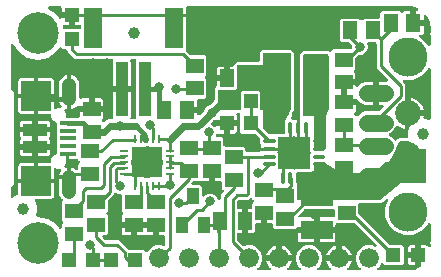
<source format=gbr>
G04 EAGLE Gerber RS-274X export*
G75*
%MOMM*%
%FSLAX34Y34*%
%LPD*%
%INTop Copper*%
%IPPOS*%
%AMOC8*
5,1,8,0,0,1.08239X$1,22.5*%
G01*
%ADD10R,2.700000X2.700000*%
%ADD11C,0.350000*%
%ADD12C,0.908000*%
%ADD13R,2.000000X5.000000*%
%ADD14R,1.300000X1.500000*%
%ADD15R,1.000000X4.600000*%
%ADD16R,1.600000X3.400000*%
%ADD17R,1.500000X1.300000*%
%ADD18C,1.000000*%
%ADD19C,3.516000*%
%ADD20C,2.184400*%
%ADD21C,1.458000*%
%ADD22C,3.316000*%
%ADD23R,1.200000X1.200000*%
%ADD24R,1.200000X1.500000*%
%ADD25R,1.200000X1.300000*%
%ADD26R,1.000000X1.400000*%
%ADD27R,2.700000X1.600000*%
%ADD28R,2.500000X2.500000*%
%ADD29C,1.208000*%
%ADD30R,1.350000X0.400000*%
%ADD31R,2.000000X1.000000*%
%ADD32C,1.676400*%
%ADD33R,0.280000X0.730000*%
%ADD34R,0.730000X0.280000*%
%ADD35C,0.254000*%
%ADD36C,0.800100*%
%ADD37C,0.406400*%
%ADD38C,0.609600*%
%ADD39C,0.304800*%

G36*
X246059Y126472D02*
X246059Y126472D01*
X246197Y126481D01*
X246216Y126487D01*
X246236Y126489D01*
X246368Y126536D01*
X246500Y126579D01*
X246517Y126590D01*
X246536Y126597D01*
X246651Y126675D01*
X246768Y126749D01*
X246782Y126764D01*
X246799Y126775D01*
X246891Y126879D01*
X246986Y126981D01*
X246996Y126999D01*
X247009Y127014D01*
X247073Y127138D01*
X247140Y127259D01*
X247145Y127279D01*
X247154Y127297D01*
X247184Y127433D01*
X247219Y127567D01*
X247221Y127595D01*
X247224Y127607D01*
X247223Y127628D01*
X247229Y127728D01*
X247229Y131056D01*
X247276Y131089D01*
X247391Y131167D01*
X247404Y131183D01*
X247420Y131194D01*
X247509Y131302D01*
X247601Y131406D01*
X247610Y131424D01*
X247623Y131439D01*
X247682Y131564D01*
X247746Y131689D01*
X247750Y131709D01*
X247759Y131727D01*
X247785Y131863D01*
X247815Y131999D01*
X247815Y132020D01*
X247819Y132039D01*
X247810Y132178D01*
X247806Y132317D01*
X247800Y132337D01*
X247799Y132357D01*
X247756Y132489D01*
X247717Y132623D01*
X247707Y132640D01*
X247701Y132659D01*
X247626Y132777D01*
X247556Y132897D01*
X247537Y132918D01*
X247531Y132928D01*
X247516Y132942D01*
X247479Y132984D01*
X247479Y185158D01*
X247512Y185233D01*
X247560Y185320D01*
X247575Y185378D01*
X247599Y185434D01*
X247614Y185532D01*
X247639Y185627D01*
X247645Y185724D01*
X249882Y187961D01*
X272088Y187961D01*
X272272Y187777D01*
X272382Y187691D01*
X272489Y187603D01*
X272508Y187594D01*
X272524Y187582D01*
X272652Y187526D01*
X272777Y187467D01*
X272797Y187463D01*
X272816Y187455D01*
X272954Y187433D01*
X273090Y187407D01*
X273110Y187409D01*
X273130Y187406D01*
X273269Y187419D01*
X273407Y187427D01*
X273426Y187433D01*
X273446Y187435D01*
X273577Y187482D01*
X273709Y187525D01*
X273727Y187536D01*
X273746Y187543D01*
X273860Y187621D01*
X273978Y187695D01*
X273992Y187710D01*
X274009Y187722D01*
X274101Y187826D01*
X274196Y187927D01*
X274206Y187945D01*
X274219Y187960D01*
X274282Y188084D01*
X274350Y188206D01*
X274355Y188225D01*
X274364Y188243D01*
X274394Y188379D01*
X274422Y188485D01*
X275928Y189991D01*
X290640Y189991D01*
X290758Y190006D01*
X290876Y190013D01*
X290915Y190026D01*
X290955Y190031D01*
X291066Y190074D01*
X291179Y190111D01*
X291213Y190133D01*
X291251Y190148D01*
X291347Y190217D01*
X291448Y190281D01*
X291475Y190311D01*
X291508Y190334D01*
X291584Y190426D01*
X291666Y190513D01*
X291685Y190548D01*
X291711Y190579D01*
X291762Y190687D01*
X291819Y190791D01*
X291829Y190831D01*
X291846Y190867D01*
X291869Y190984D01*
X291899Y191099D01*
X291902Y191159D01*
X291906Y191179D01*
X291905Y191200D01*
X291909Y191260D01*
X291909Y192396D01*
X291896Y192494D01*
X291893Y192594D01*
X291877Y192652D01*
X291869Y192712D01*
X291832Y192804D01*
X291805Y192899D01*
X291774Y192951D01*
X291752Y193008D01*
X291694Y193088D01*
X291643Y193173D01*
X291577Y193248D01*
X291565Y193265D01*
X291556Y193273D01*
X291537Y193294D01*
X289503Y195328D01*
X289425Y195388D01*
X289353Y195456D01*
X289300Y195485D01*
X289252Y195522D01*
X289161Y195562D01*
X289074Y195610D01*
X289016Y195625D01*
X288960Y195649D01*
X288862Y195664D01*
X288766Y195689D01*
X288666Y195695D01*
X288646Y195699D01*
X288634Y195697D01*
X288606Y195699D01*
X282668Y195699D01*
X281179Y197188D01*
X281179Y214292D01*
X282668Y215781D01*
X297772Y215781D01*
X298823Y214731D01*
X298917Y214658D01*
X299006Y214579D01*
X299042Y214561D01*
X299074Y214536D01*
X299183Y214488D01*
X299289Y214434D01*
X299328Y214425D01*
X299366Y214409D01*
X299483Y214391D01*
X299599Y214365D01*
X299640Y214366D01*
X299680Y214360D01*
X299798Y214371D01*
X299917Y214374D01*
X299956Y214386D01*
X299996Y214389D01*
X300108Y214430D01*
X300223Y214463D01*
X300258Y214483D01*
X300296Y214497D01*
X300394Y214564D01*
X300497Y214624D01*
X300542Y214664D01*
X300559Y214676D01*
X300572Y214691D01*
X300618Y214731D01*
X301668Y215781D01*
X314200Y215781D01*
X314318Y215796D01*
X314437Y215803D01*
X314475Y215816D01*
X314516Y215821D01*
X314626Y215864D01*
X314739Y215901D01*
X314774Y215923D01*
X314811Y215938D01*
X314907Y216007D01*
X315008Y216071D01*
X315036Y216101D01*
X315069Y216124D01*
X315145Y216216D01*
X315226Y216303D01*
X315246Y216338D01*
X315271Y216369D01*
X315322Y216477D01*
X315380Y216581D01*
X315390Y216621D01*
X315407Y216657D01*
X315429Y216774D01*
X315459Y216889D01*
X315463Y216949D01*
X315467Y216969D01*
X315465Y216990D01*
X315469Y217050D01*
X315469Y220642D01*
X316958Y222131D01*
X332062Y222131D01*
X333113Y221081D01*
X333207Y221008D01*
X333296Y220929D01*
X333332Y220910D01*
X333364Y220886D01*
X333473Y220838D01*
X333579Y220784D01*
X333618Y220775D01*
X333656Y220759D01*
X333773Y220741D01*
X333889Y220715D01*
X333930Y220716D01*
X333970Y220709D01*
X334088Y220721D01*
X334207Y220724D01*
X334246Y220736D01*
X334286Y220739D01*
X334398Y220780D01*
X334513Y220813D01*
X334548Y220833D01*
X334586Y220847D01*
X334684Y220914D01*
X334787Y220974D01*
X334832Y221014D01*
X334849Y221025D01*
X334862Y221041D01*
X334908Y221081D01*
X335450Y221623D01*
X336029Y221958D01*
X336676Y222131D01*
X340971Y222131D01*
X340971Y213360D01*
X340986Y213242D01*
X340993Y213123D01*
X341006Y213085D01*
X341011Y213045D01*
X341054Y212934D01*
X341091Y212821D01*
X341113Y212786D01*
X341128Y212749D01*
X341198Y212653D01*
X341261Y212552D01*
X341291Y212524D01*
X341315Y212492D01*
X341406Y212416D01*
X341493Y212334D01*
X341528Y212315D01*
X341559Y212289D01*
X341667Y212238D01*
X341771Y212181D01*
X341811Y212170D01*
X341847Y212153D01*
X341964Y212131D01*
X342079Y212101D01*
X342140Y212097D01*
X342160Y212093D01*
X342180Y212095D01*
X342240Y212091D01*
X343511Y212091D01*
X343511Y210820D01*
X343526Y210702D01*
X343533Y210583D01*
X343546Y210545D01*
X343551Y210505D01*
X343595Y210394D01*
X343631Y210281D01*
X343653Y210246D01*
X343668Y210209D01*
X343738Y210113D01*
X343801Y210012D01*
X343831Y209984D01*
X343855Y209951D01*
X343946Y209876D01*
X344033Y209794D01*
X344068Y209774D01*
X344100Y209749D01*
X344207Y209698D01*
X344311Y209640D01*
X344351Y209630D01*
X344387Y209613D01*
X344504Y209591D01*
X344619Y209561D01*
X344680Y209557D01*
X344700Y209553D01*
X344720Y209555D01*
X344780Y209551D01*
X352551Y209551D01*
X352551Y204256D01*
X352378Y203609D01*
X352043Y203030D01*
X351570Y202557D01*
X350991Y202222D01*
X350344Y202049D01*
X349869Y202049D01*
X349800Y202041D01*
X349730Y202042D01*
X349643Y202021D01*
X349554Y202009D01*
X349489Y201984D01*
X349421Y201967D01*
X349342Y201925D01*
X349258Y201892D01*
X349202Y201851D01*
X349140Y201819D01*
X349073Y201758D01*
X349001Y201706D01*
X348956Y201652D01*
X348905Y201605D01*
X348855Y201530D01*
X348798Y201461D01*
X348768Y201397D01*
X348730Y201339D01*
X348701Y201254D01*
X348662Y201173D01*
X348649Y201104D01*
X348627Y201038D01*
X348619Y200949D01*
X348603Y200861D01*
X348607Y200791D01*
X348601Y200721D01*
X348617Y200633D01*
X348622Y200543D01*
X348644Y200477D01*
X348656Y200408D01*
X348693Y200326D01*
X348720Y200241D01*
X348758Y200182D01*
X348786Y200118D01*
X348842Y200048D01*
X348891Y199972D01*
X348941Y199924D01*
X348985Y199870D01*
X349057Y199816D01*
X349122Y199754D01*
X349183Y199720D01*
X349239Y199678D01*
X349384Y199607D01*
X349921Y199385D01*
X355300Y194006D01*
X355697Y193046D01*
X355732Y192985D01*
X355758Y192921D01*
X355810Y192848D01*
X355855Y192770D01*
X355903Y192720D01*
X355944Y192663D01*
X356014Y192606D01*
X356076Y192541D01*
X356136Y192505D01*
X356189Y192460D01*
X356271Y192422D01*
X356347Y192375D01*
X356414Y192355D01*
X356477Y192325D01*
X356565Y192308D01*
X356651Y192282D01*
X356721Y192278D01*
X356790Y192265D01*
X356879Y192271D01*
X356969Y192266D01*
X357037Y192281D01*
X357107Y192285D01*
X357192Y192313D01*
X357280Y192331D01*
X357343Y192361D01*
X357409Y192383D01*
X357485Y192431D01*
X357566Y192470D01*
X357619Y192516D01*
X357678Y192553D01*
X357740Y192619D01*
X357808Y192677D01*
X357848Y192734D01*
X357896Y192785D01*
X357939Y192863D01*
X357991Y192937D01*
X358016Y193002D01*
X358050Y193063D01*
X358072Y193150D01*
X358104Y193234D01*
X358112Y193304D01*
X358129Y193371D01*
X358139Y193532D01*
X358139Y201999D01*
X358121Y202146D01*
X358105Y202292D01*
X358101Y202303D01*
X358099Y202315D01*
X358045Y202452D01*
X357994Y202589D01*
X357993Y202591D01*
X358120Y203313D01*
X358121Y203343D01*
X358129Y203373D01*
X358139Y203534D01*
X358139Y204328D01*
X358140Y204329D01*
X358161Y204360D01*
X358203Y204474D01*
X358251Y204586D01*
X358257Y204623D01*
X358270Y204659D01*
X358295Y204818D01*
X358464Y206569D01*
X358462Y206638D01*
X358470Y206707D01*
X358458Y206868D01*
X357670Y212480D01*
X357639Y212595D01*
X357615Y212711D01*
X357592Y212767D01*
X357586Y212787D01*
X357576Y212804D01*
X357554Y212860D01*
X355070Y217954D01*
X355005Y218053D01*
X354947Y218156D01*
X354907Y218203D01*
X354896Y218220D01*
X354881Y218233D01*
X354842Y218279D01*
X354733Y218392D01*
X354617Y218486D01*
X354501Y218582D01*
X354492Y218586D01*
X354485Y218591D01*
X354349Y218654D01*
X354213Y218718D01*
X354204Y218719D01*
X354196Y218723D01*
X354048Y218749D01*
X353900Y218777D01*
X353892Y218777D01*
X353883Y218778D01*
X353733Y218767D01*
X353583Y218758D01*
X353575Y218755D01*
X353566Y218754D01*
X353423Y218706D01*
X353281Y218660D01*
X353273Y218655D01*
X353264Y218652D01*
X353138Y218570D01*
X353012Y218489D01*
X353006Y218483D01*
X352998Y218478D01*
X352897Y218367D01*
X352794Y218258D01*
X352790Y218250D01*
X352784Y218243D01*
X352713Y218111D01*
X352640Y217979D01*
X352638Y217971D01*
X352634Y217963D01*
X352598Y217817D01*
X352561Y217671D01*
X352560Y217659D01*
X352559Y217654D01*
X352559Y217641D01*
X352551Y217511D01*
X352551Y214629D01*
X346049Y214629D01*
X346049Y222131D01*
X346373Y222131D01*
X346382Y222132D01*
X346391Y222131D01*
X346539Y222152D01*
X346689Y222171D01*
X346697Y222174D01*
X346705Y222175D01*
X346845Y222232D01*
X346984Y222288D01*
X346991Y222293D01*
X347000Y222296D01*
X347120Y222386D01*
X347242Y222474D01*
X347247Y222481D01*
X347254Y222486D01*
X347348Y222603D01*
X347445Y222719D01*
X347448Y222727D01*
X347454Y222734D01*
X347516Y222871D01*
X347580Y223007D01*
X347582Y223016D01*
X347585Y223024D01*
X347612Y223173D01*
X347640Y223319D01*
X347639Y223328D01*
X347641Y223337D01*
X347629Y223487D01*
X347620Y223637D01*
X347618Y223645D01*
X347617Y223654D01*
X347568Y223797D01*
X347522Y223939D01*
X347518Y223947D01*
X347515Y223955D01*
X347432Y224081D01*
X347352Y224208D01*
X347346Y224214D01*
X347341Y224221D01*
X347230Y224323D01*
X347120Y224426D01*
X347113Y224430D01*
X347106Y224436D01*
X346969Y224521D01*
X345586Y225257D01*
X345521Y225281D01*
X345461Y225315D01*
X345308Y225365D01*
X342780Y226019D01*
X342700Y226029D01*
X342623Y226049D01*
X342467Y226059D01*
X342464Y226059D01*
X342462Y226059D01*
X152490Y226059D01*
X152372Y226044D01*
X152253Y226037D01*
X152215Y226024D01*
X152174Y226019D01*
X152064Y225976D01*
X151951Y225939D01*
X151916Y225917D01*
X151879Y225902D01*
X151783Y225833D01*
X151682Y225769D01*
X151654Y225739D01*
X151621Y225716D01*
X151545Y225624D01*
X151464Y225537D01*
X151444Y225502D01*
X151419Y225471D01*
X151368Y225363D01*
X151310Y225259D01*
X151300Y225219D01*
X151283Y225183D01*
X151261Y225066D01*
X151231Y224951D01*
X151227Y224891D01*
X151223Y224871D01*
X151225Y224850D01*
X151221Y224790D01*
X151221Y189968D01*
X151216Y189961D01*
X151137Y189872D01*
X151119Y189836D01*
X151094Y189804D01*
X151046Y189695D01*
X150992Y189589D01*
X150983Y189550D01*
X150967Y189512D01*
X150949Y189395D01*
X150923Y189279D01*
X150924Y189238D01*
X150918Y189198D01*
X150929Y189080D01*
X150932Y188961D01*
X150944Y188922D01*
X150947Y188882D01*
X150988Y188770D01*
X151021Y188655D01*
X151041Y188620D01*
X151055Y188582D01*
X151122Y188484D01*
X151182Y188381D01*
X151222Y188336D01*
X151233Y188319D01*
X151249Y188306D01*
X151289Y188261D01*
X152922Y186627D01*
X154407Y185142D01*
X154485Y185082D01*
X154557Y185014D01*
X154610Y184985D01*
X154658Y184948D01*
X154749Y184908D01*
X154836Y184860D01*
X154894Y184845D01*
X154950Y184821D01*
X155048Y184806D01*
X155143Y184781D01*
X155244Y184775D01*
X155264Y184771D01*
X155276Y184773D01*
X155304Y184771D01*
X166982Y184771D01*
X168471Y183282D01*
X168471Y168178D01*
X167421Y167128D01*
X167348Y167033D01*
X167269Y166944D01*
X167250Y166908D01*
X167226Y166876D01*
X167178Y166767D01*
X167124Y166661D01*
X167115Y166622D01*
X167099Y166584D01*
X167081Y166467D01*
X167055Y166351D01*
X167056Y166310D01*
X167050Y166270D01*
X167061Y166152D01*
X167064Y166033D01*
X167076Y165994D01*
X167079Y165954D01*
X167120Y165841D01*
X167153Y165727D01*
X167173Y165693D01*
X167187Y165654D01*
X167254Y165556D01*
X167314Y165453D01*
X167354Y165408D01*
X167366Y165391D01*
X167381Y165378D01*
X167421Y165333D01*
X168471Y164282D01*
X168471Y149178D01*
X166982Y147689D01*
X162050Y147689D01*
X161932Y147674D01*
X161813Y147667D01*
X161775Y147654D01*
X161734Y147649D01*
X161624Y147606D01*
X161511Y147569D01*
X161476Y147547D01*
X161439Y147532D01*
X161343Y147463D01*
X161242Y147399D01*
X161214Y147369D01*
X161181Y147346D01*
X161105Y147254D01*
X161024Y147167D01*
X161004Y147132D01*
X160979Y147101D01*
X160928Y146993D01*
X160870Y146889D01*
X160860Y146849D01*
X160843Y146813D01*
X160821Y146696D01*
X160791Y146581D01*
X160787Y146521D01*
X160783Y146501D01*
X160785Y146480D01*
X160781Y146420D01*
X160781Y140969D01*
X153010Y140969D01*
X152892Y140954D01*
X152773Y140947D01*
X152735Y140934D01*
X152695Y140929D01*
X152584Y140885D01*
X152471Y140849D01*
X152436Y140827D01*
X152399Y140812D01*
X152303Y140742D01*
X152202Y140679D01*
X152174Y140649D01*
X152142Y140625D01*
X152066Y140534D01*
X151984Y140447D01*
X151965Y140412D01*
X151939Y140380D01*
X151888Y140273D01*
X151831Y140169D01*
X151820Y140129D01*
X151803Y140093D01*
X151781Y139976D01*
X151751Y139861D01*
X151747Y139800D01*
X151743Y139780D01*
X151745Y139760D01*
X151741Y139700D01*
X151741Y137160D01*
X151756Y137041D01*
X151763Y136923D01*
X151776Y136885D01*
X151781Y136845D01*
X151825Y136734D01*
X151861Y136621D01*
X151883Y136586D01*
X151898Y136549D01*
X151968Y136453D01*
X152031Y136352D01*
X152061Y136324D01*
X152085Y136291D01*
X152176Y136216D01*
X152263Y136134D01*
X152298Y136114D01*
X152330Y136089D01*
X152437Y136038D01*
X152541Y135980D01*
X152581Y135970D01*
X152617Y135953D01*
X152734Y135931D01*
X152849Y135901D01*
X152910Y135897D01*
X152930Y135893D01*
X152950Y135895D01*
X153010Y135891D01*
X160781Y135891D01*
X160781Y134919D01*
X160798Y134781D01*
X160811Y134642D01*
X160818Y134623D01*
X160821Y134603D01*
X160872Y134474D01*
X160919Y134343D01*
X160930Y134326D01*
X160938Y134307D01*
X161019Y134195D01*
X161097Y134080D01*
X161113Y134066D01*
X161124Y134050D01*
X161232Y133961D01*
X161336Y133869D01*
X161354Y133860D01*
X161369Y133847D01*
X161495Y133788D01*
X161619Y133725D01*
X161639Y133720D01*
X161657Y133712D01*
X161793Y133686D01*
X161929Y133655D01*
X161950Y133656D01*
X161969Y133652D01*
X162108Y133661D01*
X162247Y133665D01*
X162267Y133670D01*
X162287Y133672D01*
X162419Y133714D01*
X162553Y133753D01*
X162570Y133763D01*
X162589Y133770D01*
X162707Y133844D01*
X162827Y133915D01*
X162848Y133933D01*
X162858Y133940D01*
X162872Y133955D01*
X162947Y134021D01*
X166044Y137117D01*
X166049Y137125D01*
X166057Y137130D01*
X166147Y137250D01*
X166239Y137369D01*
X166242Y137377D01*
X166248Y137384D01*
X166319Y137529D01*
X167175Y139595D01*
X169015Y141435D01*
X171081Y142291D01*
X171089Y142296D01*
X171098Y142298D01*
X171227Y142375D01*
X171357Y142449D01*
X171364Y142455D01*
X171372Y142460D01*
X171493Y142566D01*
X174888Y145961D01*
X174948Y146039D01*
X175016Y146112D01*
X175045Y146165D01*
X175082Y146212D01*
X175122Y146303D01*
X175170Y146390D01*
X175185Y146449D01*
X175209Y146504D01*
X175224Y146602D01*
X175249Y146698D01*
X175255Y146798D01*
X175259Y146818D01*
X175257Y146831D01*
X175259Y146859D01*
X175259Y156518D01*
X176668Y157927D01*
X176728Y158005D01*
X176796Y158077D01*
X176825Y158130D01*
X176862Y158178D01*
X176902Y158269D01*
X176950Y158356D01*
X176965Y158414D01*
X176989Y158470D01*
X177004Y158568D01*
X177029Y158664D01*
X177035Y158764D01*
X177039Y158784D01*
X177037Y158796D01*
X177039Y158824D01*
X177039Y162561D01*
X184810Y162561D01*
X184928Y162576D01*
X185047Y162583D01*
X185085Y162596D01*
X185125Y162601D01*
X185236Y162644D01*
X185349Y162681D01*
X185384Y162703D01*
X185421Y162718D01*
X185517Y162788D01*
X185618Y162851D01*
X185646Y162881D01*
X185678Y162905D01*
X185754Y162996D01*
X185836Y163083D01*
X185855Y163118D01*
X185881Y163149D01*
X185932Y163257D01*
X185989Y163361D01*
X186000Y163401D01*
X186017Y163437D01*
X186039Y163554D01*
X186069Y163669D01*
X186073Y163730D01*
X186077Y163750D01*
X186075Y163770D01*
X186079Y163830D01*
X186079Y165101D01*
X187350Y165101D01*
X187468Y165116D01*
X187587Y165123D01*
X187625Y165136D01*
X187665Y165141D01*
X187776Y165185D01*
X187889Y165221D01*
X187924Y165243D01*
X187961Y165258D01*
X188057Y165328D01*
X188158Y165391D01*
X188186Y165421D01*
X188218Y165445D01*
X188294Y165536D01*
X188376Y165623D01*
X188395Y165658D01*
X188421Y165690D01*
X188472Y165797D01*
X188529Y165901D01*
X188540Y165941D01*
X188557Y165977D01*
X188579Y166094D01*
X188609Y166209D01*
X188613Y166270D01*
X188617Y166290D01*
X188615Y166310D01*
X188619Y166370D01*
X188619Y175141D01*
X190500Y175141D01*
X190618Y175156D01*
X190737Y175163D01*
X190775Y175176D01*
X190816Y175181D01*
X190926Y175224D01*
X191039Y175261D01*
X191074Y175283D01*
X191111Y175298D01*
X191207Y175367D01*
X191308Y175431D01*
X191336Y175461D01*
X191369Y175484D01*
X191445Y175576D01*
X191526Y175663D01*
X191546Y175698D01*
X191571Y175729D01*
X191622Y175837D01*
X191680Y175941D01*
X191690Y175981D01*
X191707Y176017D01*
X191729Y176134D01*
X191759Y176249D01*
X191763Y176309D01*
X191767Y176329D01*
X191766Y176343D01*
X191767Y176347D01*
X191766Y176359D01*
X191769Y176410D01*
X191769Y176838D01*
X194002Y179071D01*
X212090Y179071D01*
X212208Y179086D01*
X212327Y179093D01*
X212365Y179106D01*
X212406Y179111D01*
X212516Y179154D01*
X212629Y179191D01*
X212664Y179213D01*
X212701Y179228D01*
X212797Y179297D01*
X212898Y179361D01*
X212926Y179391D01*
X212959Y179414D01*
X213035Y179506D01*
X213116Y179593D01*
X213136Y179628D01*
X213161Y179659D01*
X213212Y179767D01*
X213270Y179871D01*
X213280Y179911D01*
X213297Y179947D01*
X213319Y180064D01*
X213349Y180179D01*
X213353Y180239D01*
X213357Y180259D01*
X213355Y180280D01*
X213359Y180340D01*
X213359Y186998D01*
X215592Y189231D01*
X240338Y189231D01*
X242571Y186998D01*
X242571Y140524D01*
X242586Y140402D01*
X242595Y140279D01*
X242608Y140228D01*
X242611Y140209D01*
X242618Y140189D01*
X242636Y140123D01*
X242874Y139408D01*
X242705Y139068D01*
X242687Y139017D01*
X242660Y138969D01*
X242634Y138868D01*
X242599Y138768D01*
X242595Y138714D01*
X242581Y138661D01*
X242571Y138501D01*
X242571Y138122D01*
X242038Y137588D01*
X241962Y137491D01*
X241881Y137398D01*
X241854Y137352D01*
X241843Y137337D01*
X241834Y137317D01*
X241800Y137258D01*
X240695Y135048D01*
X240677Y134997D01*
X240650Y134949D01*
X240624Y134848D01*
X240589Y134748D01*
X240585Y134694D01*
X240571Y134641D01*
X240561Y134481D01*
X240561Y132988D01*
X240317Y132744D01*
X240236Y132639D01*
X240150Y132538D01*
X240138Y132514D01*
X240122Y132492D01*
X240069Y132371D01*
X240012Y132252D01*
X240006Y132225D01*
X239995Y132200D01*
X239975Y132069D01*
X239948Y131940D01*
X239950Y131913D01*
X239946Y131886D01*
X239958Y131754D01*
X239965Y131622D01*
X239973Y131597D01*
X239975Y131570D01*
X240020Y131445D01*
X240060Y131319D01*
X240074Y131296D01*
X240083Y131270D01*
X240157Y131161D01*
X240227Y131048D01*
X240246Y131030D01*
X240262Y131007D01*
X240361Y130920D01*
X240456Y130828D01*
X240480Y130815D01*
X240500Y130797D01*
X240618Y130737D01*
X240733Y130672D01*
X240769Y130659D01*
X240783Y130652D01*
X240804Y130647D01*
X240886Y130620D01*
X241116Y130558D01*
X242075Y130005D01*
X242173Y129963D01*
X242266Y129915D01*
X242319Y129902D01*
X242369Y129881D01*
X242473Y129866D01*
X242576Y129842D01*
X242630Y129843D01*
X242683Y129835D01*
X242788Y129846D01*
X242894Y129848D01*
X242946Y129862D01*
X242999Y129868D01*
X243099Y129905D01*
X243200Y129933D01*
X243277Y129971D01*
X243298Y129979D01*
X243310Y129988D01*
X243345Y130005D01*
X244304Y130558D01*
X244691Y130662D01*
X244691Y127728D01*
X244703Y127630D01*
X244706Y127531D01*
X244723Y127473D01*
X244730Y127413D01*
X244767Y127321D01*
X244794Y127226D01*
X244825Y127173D01*
X244847Y127117D01*
X244906Y127037D01*
X244956Y126952D01*
X245022Y126876D01*
X245034Y126860D01*
X245035Y126860D01*
X245035Y126859D01*
X245044Y126852D01*
X245062Y126831D01*
X245063Y126830D01*
X245173Y126745D01*
X245280Y126657D01*
X245298Y126648D01*
X245314Y126636D01*
X245442Y126580D01*
X245567Y126521D01*
X245587Y126517D01*
X245606Y126509D01*
X245744Y126487D01*
X245880Y126461D01*
X245900Y126463D01*
X245920Y126459D01*
X246059Y126472D01*
G37*
G36*
X3868Y63992D02*
X3868Y63992D01*
X4007Y63996D01*
X4027Y64002D01*
X4047Y64003D01*
X4179Y64046D01*
X4313Y64085D01*
X4330Y64095D01*
X4349Y64101D01*
X4467Y64176D01*
X4587Y64246D01*
X4608Y64265D01*
X4618Y64271D01*
X4632Y64286D01*
X4707Y64353D01*
X5596Y65242D01*
X8356Y66385D01*
X8381Y66399D01*
X8409Y66408D01*
X8519Y66478D01*
X8632Y66542D01*
X8653Y66563D01*
X8678Y66578D01*
X8767Y66673D01*
X8860Y66763D01*
X8876Y66789D01*
X8896Y66810D01*
X8959Y66924D01*
X9027Y67034D01*
X9035Y67063D01*
X9050Y67089D01*
X9082Y67214D01*
X9120Y67338D01*
X9122Y67368D01*
X9129Y67396D01*
X9139Y67557D01*
X9139Y76801D01*
X14833Y76801D01*
X14895Y76808D01*
X14956Y76807D01*
X15052Y76828D01*
X15149Y76841D01*
X15206Y76863D01*
X15266Y76877D01*
X15354Y76922D01*
X15445Y76958D01*
X15495Y76994D01*
X15549Y77022D01*
X15623Y77087D01*
X15702Y77144D01*
X15741Y77192D01*
X15787Y77233D01*
X15842Y77314D01*
X15905Y77389D01*
X15931Y77445D01*
X15966Y77496D01*
X15999Y77589D01*
X16040Y77677D01*
X16052Y77738D01*
X16073Y77796D01*
X16097Y77955D01*
X16118Y78185D01*
X16117Y78220D01*
X16123Y78254D01*
X16118Y78415D01*
X16097Y78645D01*
X16084Y78705D01*
X16080Y78767D01*
X16050Y78860D01*
X16029Y78956D01*
X16001Y79011D01*
X15982Y79069D01*
X15930Y79152D01*
X15886Y79240D01*
X15845Y79286D01*
X15812Y79338D01*
X15741Y79405D01*
X15676Y79479D01*
X15626Y79514D01*
X15581Y79556D01*
X15495Y79603D01*
X15414Y79659D01*
X15356Y79680D01*
X15302Y79710D01*
X15207Y79734D01*
X15115Y79768D01*
X15054Y79774D01*
X14994Y79789D01*
X14833Y79799D01*
X9139Y79799D01*
X9139Y91134D01*
X9312Y91781D01*
X9647Y92360D01*
X10120Y92833D01*
X10699Y93168D01*
X11346Y93341D01*
X22681Y93341D01*
X22681Y85110D01*
X22696Y84992D01*
X22703Y84873D01*
X22715Y84835D01*
X22721Y84794D01*
X22764Y84684D01*
X22801Y84571D01*
X22823Y84536D01*
X22838Y84499D01*
X22907Y84403D01*
X22971Y84302D01*
X23001Y84274D01*
X23024Y84241D01*
X23116Y84165D01*
X23203Y84084D01*
X23238Y84064D01*
X23269Y84039D01*
X23377Y83988D01*
X23481Y83930D01*
X23521Y83920D01*
X23557Y83903D01*
X23674Y83881D01*
X23789Y83851D01*
X23849Y83847D01*
X23869Y83843D01*
X23890Y83845D01*
X23950Y83841D01*
X24410Y83841D01*
X24528Y83856D01*
X24647Y83863D01*
X24685Y83876D01*
X24726Y83881D01*
X24836Y83924D01*
X24949Y83961D01*
X24984Y83983D01*
X25021Y83998D01*
X25117Y84067D01*
X25218Y84131D01*
X25246Y84161D01*
X25279Y84184D01*
X25355Y84276D01*
X25436Y84363D01*
X25456Y84398D01*
X25481Y84429D01*
X25532Y84537D01*
X25590Y84641D01*
X25600Y84681D01*
X25617Y84717D01*
X25639Y84834D01*
X25669Y84949D01*
X25673Y85009D01*
X25677Y85029D01*
X25675Y85050D01*
X25679Y85110D01*
X25679Y93341D01*
X35870Y93341D01*
X35988Y93356D01*
X36107Y93363D01*
X36145Y93376D01*
X36186Y93381D01*
X36296Y93424D01*
X36409Y93461D01*
X36444Y93483D01*
X36481Y93498D01*
X36577Y93567D01*
X36678Y93631D01*
X36706Y93661D01*
X36739Y93684D01*
X36815Y93776D01*
X36896Y93863D01*
X36916Y93898D01*
X36941Y93929D01*
X36992Y94037D01*
X37050Y94141D01*
X37060Y94181D01*
X37077Y94217D01*
X37099Y94334D01*
X37129Y94449D01*
X37133Y94509D01*
X37137Y94529D01*
X37135Y94550D01*
X37139Y94610D01*
X37139Y96002D01*
X38059Y98222D01*
X39758Y99921D01*
X40856Y100376D01*
X40881Y100390D01*
X40909Y100399D01*
X40942Y100420D01*
X40967Y100430D01*
X41025Y100472D01*
X41132Y100533D01*
X41153Y100554D01*
X41178Y100570D01*
X41219Y100613D01*
X41224Y100617D01*
X41234Y100629D01*
X41267Y100664D01*
X41360Y100755D01*
X41376Y100780D01*
X41396Y100801D01*
X41459Y100915D01*
X41527Y101026D01*
X41535Y101054D01*
X41550Y101080D01*
X41582Y101205D01*
X41620Y101330D01*
X41622Y101359D01*
X41629Y101388D01*
X41639Y101548D01*
X41639Y103634D01*
X41685Y103804D01*
X41699Y103909D01*
X41722Y104012D01*
X41721Y104066D01*
X41728Y104120D01*
X41716Y104225D01*
X41713Y104330D01*
X41698Y104382D01*
X41692Y104435D01*
X41654Y104534D01*
X41639Y104584D01*
X41639Y127052D01*
X41636Y127081D01*
X41638Y127110D01*
X41616Y127239D01*
X41599Y127367D01*
X41589Y127395D01*
X41584Y127424D01*
X41530Y127542D01*
X41482Y127663D01*
X41465Y127687D01*
X41453Y127714D01*
X41372Y127815D01*
X41296Y127920D01*
X41273Y127939D01*
X41254Y127962D01*
X41151Y128040D01*
X41051Y128123D01*
X41024Y128136D01*
X41000Y128153D01*
X40856Y128224D01*
X39758Y128679D01*
X38059Y130378D01*
X37139Y132598D01*
X37139Y133990D01*
X37124Y134108D01*
X37117Y134227D01*
X37104Y134265D01*
X37099Y134306D01*
X37056Y134416D01*
X37019Y134529D01*
X36997Y134564D01*
X36982Y134601D01*
X36913Y134697D01*
X36849Y134798D01*
X36819Y134826D01*
X36796Y134859D01*
X36704Y134935D01*
X36617Y135016D01*
X36582Y135036D01*
X36551Y135061D01*
X36443Y135112D01*
X36339Y135170D01*
X36299Y135180D01*
X36263Y135197D01*
X36146Y135219D01*
X36031Y135249D01*
X35971Y135253D01*
X35951Y135257D01*
X35930Y135255D01*
X35870Y135259D01*
X25679Y135259D01*
X25679Y143490D01*
X25664Y143608D01*
X25657Y143727D01*
X25645Y143765D01*
X25639Y143806D01*
X25596Y143916D01*
X25559Y144029D01*
X25537Y144064D01*
X25522Y144101D01*
X25453Y144197D01*
X25389Y144298D01*
X25359Y144326D01*
X25336Y144359D01*
X25244Y144435D01*
X25157Y144516D01*
X25122Y144536D01*
X25091Y144561D01*
X24983Y144612D01*
X24879Y144670D01*
X24839Y144680D01*
X24803Y144697D01*
X24686Y144719D01*
X24571Y144749D01*
X24511Y144753D01*
X24491Y144757D01*
X24470Y144755D01*
X24410Y144759D01*
X23950Y144759D01*
X23832Y144744D01*
X23713Y144737D01*
X23675Y144724D01*
X23634Y144719D01*
X23524Y144676D01*
X23411Y144639D01*
X23376Y144617D01*
X23339Y144602D01*
X23242Y144533D01*
X23142Y144469D01*
X23114Y144439D01*
X23081Y144416D01*
X23005Y144324D01*
X22924Y144237D01*
X22904Y144202D01*
X22879Y144171D01*
X22828Y144063D01*
X22770Y143959D01*
X22760Y143919D01*
X22743Y143883D01*
X22721Y143766D01*
X22691Y143651D01*
X22687Y143591D01*
X22683Y143571D01*
X22685Y143550D01*
X22681Y143490D01*
X22681Y135259D01*
X11346Y135259D01*
X10699Y135432D01*
X10120Y135767D01*
X9647Y136240D01*
X9312Y136819D01*
X9139Y137466D01*
X9139Y148801D01*
X14833Y148801D01*
X14895Y148808D01*
X14956Y148807D01*
X15052Y148828D01*
X15149Y148841D01*
X15206Y148863D01*
X15266Y148877D01*
X15354Y148922D01*
X15445Y148958D01*
X15495Y148994D01*
X15549Y149022D01*
X15623Y149087D01*
X15702Y149144D01*
X15741Y149192D01*
X15787Y149233D01*
X15842Y149314D01*
X15905Y149389D01*
X15931Y149445D01*
X15966Y149496D01*
X15999Y149589D01*
X16040Y149677D01*
X16052Y149738D01*
X16073Y149796D01*
X16097Y149955D01*
X16118Y150185D01*
X16117Y150220D01*
X16123Y150254D01*
X16118Y150415D01*
X16097Y150645D01*
X16084Y150705D01*
X16080Y150767D01*
X16050Y150860D01*
X16029Y150956D01*
X16001Y151011D01*
X15982Y151069D01*
X15930Y151152D01*
X15886Y151239D01*
X15845Y151286D01*
X15812Y151338D01*
X15741Y151405D01*
X15677Y151479D01*
X15626Y151514D01*
X15581Y151556D01*
X15495Y151603D01*
X15414Y151659D01*
X15356Y151680D01*
X15302Y151710D01*
X15207Y151734D01*
X15115Y151768D01*
X15054Y151774D01*
X14994Y151789D01*
X14833Y151799D01*
X9139Y151799D01*
X9139Y163134D01*
X9312Y163781D01*
X9647Y164360D01*
X10120Y164833D01*
X10699Y165168D01*
X11346Y165341D01*
X22681Y165341D01*
X22681Y157110D01*
X22696Y156992D01*
X22703Y156873D01*
X22715Y156835D01*
X22721Y156794D01*
X22764Y156684D01*
X22801Y156571D01*
X22823Y156536D01*
X22838Y156499D01*
X22907Y156403D01*
X22971Y156302D01*
X23001Y156274D01*
X23024Y156241D01*
X23116Y156165D01*
X23203Y156084D01*
X23238Y156064D01*
X23269Y156039D01*
X23377Y155988D01*
X23481Y155930D01*
X23521Y155920D01*
X23557Y155903D01*
X23674Y155881D01*
X23789Y155851D01*
X23849Y155847D01*
X23869Y155843D01*
X23890Y155845D01*
X23950Y155841D01*
X24410Y155841D01*
X24528Y155856D01*
X24647Y155863D01*
X24685Y155876D01*
X24726Y155881D01*
X24836Y155924D01*
X24949Y155961D01*
X24984Y155983D01*
X25021Y155998D01*
X25117Y156067D01*
X25218Y156131D01*
X25246Y156161D01*
X25279Y156184D01*
X25355Y156276D01*
X25436Y156363D01*
X25456Y156398D01*
X25481Y156429D01*
X25532Y156537D01*
X25590Y156641D01*
X25600Y156681D01*
X25617Y156717D01*
X25639Y156834D01*
X25669Y156949D01*
X25673Y157009D01*
X25677Y157029D01*
X25675Y157050D01*
X25679Y157110D01*
X25679Y165341D01*
X37014Y165341D01*
X37661Y165168D01*
X38240Y164833D01*
X38713Y164360D01*
X39048Y163781D01*
X39221Y163134D01*
X39221Y151799D01*
X33527Y151799D01*
X33465Y151792D01*
X33404Y151793D01*
X33308Y151772D01*
X33211Y151759D01*
X33154Y151737D01*
X33094Y151723D01*
X33006Y151678D01*
X32915Y151642D01*
X32865Y151606D01*
X32811Y151578D01*
X32737Y151513D01*
X32658Y151456D01*
X32619Y151408D01*
X32573Y151367D01*
X32518Y151286D01*
X32455Y151211D01*
X32429Y151155D01*
X32394Y151104D01*
X32361Y151011D01*
X32320Y150923D01*
X32308Y150862D01*
X32287Y150804D01*
X32263Y150645D01*
X32242Y150415D01*
X32243Y150380D01*
X32237Y150346D01*
X32242Y150185D01*
X32263Y149955D01*
X32276Y149895D01*
X32280Y149833D01*
X32310Y149740D01*
X32331Y149644D01*
X32359Y149589D01*
X32378Y149531D01*
X32430Y149448D01*
X32474Y149360D01*
X32515Y149314D01*
X32548Y149262D01*
X32619Y149195D01*
X32684Y149121D01*
X32735Y149086D01*
X32779Y149044D01*
X32865Y148997D01*
X32946Y148941D01*
X33004Y148920D01*
X33058Y148890D01*
X33153Y148866D01*
X33245Y148832D01*
X33306Y148826D01*
X33366Y148811D01*
X33527Y148801D01*
X39221Y148801D01*
X39221Y140598D01*
X39227Y140549D01*
X39225Y140499D01*
X39247Y140392D01*
X39261Y140282D01*
X39279Y140236D01*
X39289Y140188D01*
X39337Y140089D01*
X39378Y139987D01*
X39407Y139947D01*
X39429Y139902D01*
X39500Y139818D01*
X39564Y139729D01*
X39603Y139698D01*
X39635Y139660D01*
X39725Y139597D01*
X39809Y139527D01*
X39854Y139505D01*
X39895Y139477D01*
X39998Y139438D01*
X40097Y139391D01*
X40146Y139382D01*
X40192Y139364D01*
X40302Y139352D01*
X40409Y139331D01*
X40459Y139334D01*
X40508Y139329D01*
X40617Y139344D01*
X40727Y139351D01*
X40774Y139366D01*
X40823Y139373D01*
X40976Y139425D01*
X41978Y139841D01*
X44470Y139841D01*
X44484Y139843D01*
X44499Y139841D01*
X44642Y139862D01*
X44785Y139881D01*
X44799Y139886D01*
X44813Y139888D01*
X44947Y139945D01*
X45081Y139998D01*
X45093Y140006D01*
X45106Y140012D01*
X45221Y140100D01*
X45338Y140184D01*
X45348Y140196D01*
X45359Y140205D01*
X45448Y140318D01*
X45541Y140429D01*
X45547Y140443D01*
X45556Y140454D01*
X45615Y140587D01*
X45676Y140717D01*
X45679Y140732D01*
X45685Y140745D01*
X45709Y140888D01*
X45736Y141029D01*
X45735Y141044D01*
X45738Y141059D01*
X45725Y141203D01*
X45717Y141347D01*
X45712Y141361D01*
X45711Y141376D01*
X45663Y141513D01*
X45618Y141649D01*
X45611Y141662D01*
X45606Y141676D01*
X45525Y141815D01*
X44576Y143236D01*
X43929Y144797D01*
X43779Y145551D01*
X50431Y145551D01*
X50431Y138899D01*
X49682Y139048D01*
X49667Y139049D01*
X49653Y139054D01*
X49509Y139060D01*
X49364Y139071D01*
X49350Y139068D01*
X49335Y139069D01*
X49194Y139040D01*
X49052Y139014D01*
X49038Y139007D01*
X49024Y139004D01*
X48894Y138941D01*
X48763Y138880D01*
X48751Y138871D01*
X48738Y138865D01*
X48628Y138771D01*
X48516Y138680D01*
X48507Y138668D01*
X48496Y138658D01*
X48413Y138540D01*
X48327Y138424D01*
X48321Y138410D01*
X48313Y138398D01*
X48262Y138264D01*
X48207Y138129D01*
X48205Y138115D01*
X48200Y138101D01*
X48184Y137957D01*
X48165Y137814D01*
X48167Y137800D01*
X48165Y137785D01*
X48185Y137641D01*
X48202Y137498D01*
X48207Y137485D01*
X48209Y137470D01*
X48261Y137318D01*
X49221Y135002D01*
X49221Y133142D01*
X49236Y133024D01*
X49243Y132905D01*
X49256Y132867D01*
X49261Y132826D01*
X49304Y132716D01*
X49341Y132603D01*
X49363Y132568D01*
X49378Y132531D01*
X49447Y132435D01*
X49511Y132334D01*
X49541Y132306D01*
X49564Y132273D01*
X49656Y132197D01*
X49743Y132116D01*
X49778Y132096D01*
X49809Y132071D01*
X49917Y132020D01*
X50021Y131962D01*
X50061Y131952D01*
X50097Y131935D01*
X50214Y131913D01*
X50329Y131883D01*
X50389Y131879D01*
X50409Y131875D01*
X50430Y131877D01*
X50490Y131873D01*
X59810Y131873D01*
X59928Y131888D01*
X60047Y131895D01*
X60085Y131908D01*
X60126Y131913D01*
X60236Y131956D01*
X60349Y131993D01*
X60384Y132015D01*
X60421Y132030D01*
X60517Y132099D01*
X60618Y132163D01*
X60646Y132193D01*
X60679Y132216D01*
X60755Y132308D01*
X60836Y132395D01*
X60856Y132430D01*
X60881Y132461D01*
X60932Y132569D01*
X60990Y132673D01*
X61000Y132713D01*
X61017Y132749D01*
X61039Y132866D01*
X61069Y132981D01*
X61073Y133041D01*
X61077Y133061D01*
X61075Y133082D01*
X61079Y133142D01*
X61079Y136501D01*
X69850Y136501D01*
X69968Y136516D01*
X70087Y136523D01*
X70125Y136536D01*
X70165Y136541D01*
X70276Y136584D01*
X70389Y136621D01*
X70424Y136643D01*
X70461Y136658D01*
X70557Y136728D01*
X70658Y136791D01*
X70686Y136821D01*
X70718Y136845D01*
X70794Y136936D01*
X70876Y137023D01*
X70895Y137058D01*
X70921Y137089D01*
X70972Y137197D01*
X71029Y137301D01*
X71040Y137341D01*
X71057Y137377D01*
X71079Y137494D01*
X71109Y137609D01*
X71113Y137670D01*
X71117Y137690D01*
X71115Y137710D01*
X71119Y137770D01*
X71119Y139041D01*
X71121Y139041D01*
X71121Y137770D01*
X71136Y137652D01*
X71143Y137533D01*
X71156Y137495D01*
X71161Y137455D01*
X71205Y137344D01*
X71241Y137231D01*
X71263Y137196D01*
X71278Y137159D01*
X71348Y137063D01*
X71411Y136962D01*
X71441Y136934D01*
X71465Y136901D01*
X71556Y136826D01*
X71643Y136744D01*
X71678Y136724D01*
X71710Y136699D01*
X71817Y136648D01*
X71921Y136590D01*
X71961Y136580D01*
X71997Y136563D01*
X72114Y136541D01*
X72229Y136511D01*
X72290Y136507D01*
X72310Y136503D01*
X72330Y136505D01*
X72390Y136501D01*
X81161Y136501D01*
X81161Y132206D01*
X80988Y131559D01*
X80653Y130980D01*
X80111Y130438D01*
X80038Y130343D01*
X79959Y130254D01*
X79940Y130218D01*
X79916Y130186D01*
X79868Y130077D01*
X79814Y129971D01*
X79805Y129932D01*
X79789Y129894D01*
X79771Y129777D01*
X79745Y129661D01*
X79746Y129620D01*
X79739Y129580D01*
X79751Y129461D01*
X79754Y129343D01*
X79766Y129304D01*
X79769Y129264D01*
X79810Y129152D01*
X79843Y129037D01*
X79863Y129002D01*
X79877Y128964D01*
X79944Y128866D01*
X80004Y128763D01*
X80044Y128718D01*
X80055Y128701D01*
X80071Y128688D01*
X80111Y128642D01*
X80477Y128276D01*
X80571Y128203D01*
X80661Y128124D01*
X80697Y128106D01*
X80729Y128081D01*
X80838Y128034D01*
X80944Y127980D01*
X80983Y127971D01*
X81020Y127955D01*
X81138Y127936D01*
X81254Y127910D01*
X81295Y127911D01*
X81335Y127905D01*
X81453Y127916D01*
X81572Y127920D01*
X81611Y127931D01*
X81651Y127935D01*
X81763Y127975D01*
X81878Y128008D01*
X81912Y128029D01*
X81950Y128042D01*
X82049Y128109D01*
X82151Y128170D01*
X82197Y128209D01*
X82214Y128221D01*
X82227Y128236D01*
X82272Y128276D01*
X83494Y129498D01*
X85548Y130349D01*
X88117Y130349D01*
X88241Y130364D01*
X88367Y130374D01*
X88399Y130384D01*
X88432Y130389D01*
X88549Y130435D01*
X88668Y130475D01*
X88697Y130493D01*
X88728Y130506D01*
X88829Y130579D01*
X88935Y130648D01*
X88958Y130673D01*
X88985Y130692D01*
X89065Y130789D01*
X89151Y130882D01*
X89167Y130911D01*
X89188Y130937D01*
X89242Y131051D01*
X89301Y131162D01*
X89309Y131195D01*
X89324Y131225D01*
X89347Y131348D01*
X89377Y131471D01*
X89377Y131504D01*
X89383Y131537D01*
X89376Y131663D01*
X89374Y131789D01*
X89365Y131837D01*
X89364Y131855D01*
X89357Y131875D01*
X89343Y131947D01*
X89139Y132706D01*
X89139Y153541D01*
X95450Y153541D01*
X95568Y153556D01*
X95687Y153563D01*
X95725Y153575D01*
X95765Y153581D01*
X95876Y153624D01*
X95989Y153661D01*
X96023Y153683D01*
X96061Y153698D01*
X96157Y153767D01*
X96258Y153831D01*
X96286Y153861D01*
X96318Y153884D01*
X96394Y153976D01*
X96476Y154063D01*
X96495Y154098D01*
X96521Y154129D01*
X96572Y154237D01*
X96629Y154341D01*
X96639Y154381D01*
X96657Y154417D01*
X96677Y154524D01*
X96681Y154494D01*
X96725Y154384D01*
X96761Y154271D01*
X96783Y154236D01*
X96798Y154199D01*
X96868Y154102D01*
X96931Y154002D01*
X96961Y153974D01*
X96985Y153941D01*
X97076Y153865D01*
X97163Y153784D01*
X97198Y153764D01*
X97230Y153739D01*
X97337Y153688D01*
X97442Y153630D01*
X97481Y153620D01*
X97517Y153603D01*
X97634Y153581D01*
X97750Y153551D01*
X97810Y153547D01*
X97830Y153543D01*
X97850Y153545D01*
X97910Y153541D01*
X104221Y153541D01*
X104221Y132706D01*
X104017Y131947D01*
X104000Y131822D01*
X103977Y131698D01*
X103979Y131665D01*
X103974Y131631D01*
X103989Y131506D01*
X103996Y131381D01*
X104007Y131349D01*
X104011Y131316D01*
X104056Y131198D01*
X104094Y131079D01*
X104112Y131050D01*
X104125Y131019D01*
X104197Y130916D01*
X104265Y130810D01*
X104289Y130787D01*
X104309Y130759D01*
X104405Y130678D01*
X104496Y130592D01*
X104526Y130576D01*
X104551Y130554D01*
X104665Y130499D01*
X104775Y130438D01*
X104807Y130430D01*
X104838Y130415D01*
X104961Y130390D01*
X105083Y130359D01*
X105131Y130356D01*
X105149Y130352D01*
X105171Y130353D01*
X105243Y130349D01*
X107870Y130349D01*
X107988Y130364D01*
X108107Y130371D01*
X108145Y130384D01*
X108186Y130389D01*
X108296Y130432D01*
X108409Y130469D01*
X108444Y130491D01*
X108481Y130506D01*
X108577Y130575D01*
X108678Y130639D01*
X108706Y130669D01*
X108739Y130692D01*
X108815Y130784D01*
X108896Y130871D01*
X108916Y130906D01*
X108941Y130937D01*
X108992Y131045D01*
X109050Y131149D01*
X109060Y131189D01*
X109077Y131225D01*
X109099Y131342D01*
X109129Y131457D01*
X109133Y131517D01*
X109137Y131537D01*
X109135Y131558D01*
X109139Y131618D01*
X109139Y180340D01*
X109124Y180458D01*
X109117Y180577D01*
X109104Y180615D01*
X109099Y180656D01*
X109056Y180766D01*
X109019Y180879D01*
X108997Y180914D01*
X108982Y180951D01*
X108913Y181047D01*
X108849Y181148D01*
X108819Y181176D01*
X108796Y181209D01*
X108704Y181285D01*
X108617Y181366D01*
X108582Y181386D01*
X108551Y181411D01*
X108443Y181462D01*
X108339Y181520D01*
X108299Y181530D01*
X108263Y181547D01*
X108146Y181569D01*
X108031Y181599D01*
X107971Y181603D01*
X107951Y181607D01*
X107930Y181605D01*
X107870Y181609D01*
X105276Y181609D01*
X105151Y181593D01*
X105026Y181584D01*
X104994Y181574D01*
X104960Y181569D01*
X104844Y181523D01*
X104724Y181483D01*
X104696Y181465D01*
X104665Y181452D01*
X104563Y181379D01*
X104458Y181310D01*
X104435Y181285D01*
X104407Y181266D01*
X104327Y181169D01*
X104242Y181076D01*
X104226Y181047D01*
X104205Y181021D01*
X104151Y180907D01*
X104092Y180796D01*
X104083Y180763D01*
X104069Y180733D01*
X104046Y180610D01*
X104015Y180487D01*
X104016Y180454D01*
X104009Y180421D01*
X104017Y180295D01*
X104018Y180169D01*
X104028Y180121D01*
X104029Y180103D01*
X104036Y180083D01*
X104050Y180011D01*
X104221Y179374D01*
X104221Y158539D01*
X97910Y158539D01*
X97792Y158524D01*
X97673Y158517D01*
X97635Y158504D01*
X97595Y158499D01*
X97484Y158456D01*
X97371Y158419D01*
X97337Y158397D01*
X97299Y158382D01*
X97203Y158313D01*
X97102Y158249D01*
X97074Y158219D01*
X97042Y158196D01*
X96966Y158104D01*
X96884Y158017D01*
X96865Y157982D01*
X96839Y157951D01*
X96788Y157843D01*
X96731Y157739D01*
X96721Y157699D01*
X96703Y157663D01*
X96683Y157556D01*
X96679Y157586D01*
X96635Y157696D01*
X96599Y157809D01*
X96577Y157844D01*
X96562Y157881D01*
X96492Y157977D01*
X96429Y158078D01*
X96399Y158106D01*
X96375Y158139D01*
X96284Y158215D01*
X96197Y158296D01*
X96162Y158316D01*
X96130Y158341D01*
X96023Y158392D01*
X95918Y158450D01*
X95879Y158460D01*
X95843Y158477D01*
X95726Y158499D01*
X95610Y158529D01*
X95550Y158533D01*
X95530Y158537D01*
X95510Y158535D01*
X95450Y158539D01*
X89139Y158539D01*
X89139Y179374D01*
X89310Y180011D01*
X89327Y180136D01*
X89351Y180260D01*
X89349Y180293D01*
X89353Y180327D01*
X89339Y180452D01*
X89331Y180577D01*
X89321Y180609D01*
X89317Y180642D01*
X89272Y180760D01*
X89233Y180879D01*
X89215Y180908D01*
X89203Y180939D01*
X89130Y181042D01*
X89063Y181148D01*
X89038Y181171D01*
X89019Y181199D01*
X88923Y181280D01*
X88831Y181366D01*
X88802Y181382D01*
X88776Y181404D01*
X88663Y181459D01*
X88553Y181520D01*
X88520Y181528D01*
X88490Y181543D01*
X88366Y181568D01*
X88245Y181599D01*
X88196Y181602D01*
X88178Y181606D01*
X88156Y181605D01*
X88084Y181609D01*
X56842Y181609D01*
X50799Y187652D01*
X50799Y188300D01*
X50784Y188418D01*
X50777Y188537D01*
X50764Y188575D01*
X50759Y188616D01*
X50716Y188726D01*
X50679Y188839D01*
X50657Y188874D01*
X50642Y188911D01*
X50573Y189007D01*
X50509Y189108D01*
X50479Y189136D01*
X50456Y189169D01*
X50364Y189245D01*
X50277Y189326D01*
X50242Y189346D01*
X50211Y189371D01*
X50103Y189422D01*
X49999Y189480D01*
X49959Y189490D01*
X49923Y189507D01*
X49806Y189529D01*
X49691Y189559D01*
X49631Y189563D01*
X49611Y189567D01*
X49590Y189565D01*
X49530Y189569D01*
X47238Y189569D01*
X45815Y190992D01*
X45748Y191044D01*
X45688Y191103D01*
X45623Y191141D01*
X45564Y191187D01*
X45486Y191220D01*
X45413Y191263D01*
X45341Y191283D01*
X45272Y191313D01*
X45188Y191326D01*
X45107Y191349D01*
X45032Y191351D01*
X44958Y191363D01*
X44874Y191355D01*
X44789Y191357D01*
X44716Y191340D01*
X44641Y191333D01*
X44562Y191304D01*
X44479Y191286D01*
X44413Y191251D01*
X44342Y191226D01*
X44272Y191178D01*
X44197Y191139D01*
X44141Y191089D01*
X44079Y191047D01*
X44023Y190984D01*
X43960Y190927D01*
X43874Y190815D01*
X43868Y190808D01*
X43867Y190805D01*
X43862Y190799D01*
X41434Y187166D01*
X34078Y182250D01*
X25400Y180524D01*
X16722Y182250D01*
X9366Y187166D01*
X4865Y193901D01*
X4797Y193980D01*
X4736Y194065D01*
X4693Y194100D01*
X4657Y194141D01*
X4571Y194201D01*
X4491Y194267D01*
X4441Y194291D01*
X4395Y194322D01*
X4297Y194358D01*
X4203Y194403D01*
X4149Y194413D01*
X4097Y194432D01*
X3993Y194443D01*
X3890Y194463D01*
X3835Y194459D01*
X3781Y194465D01*
X3677Y194449D01*
X3573Y194443D01*
X3521Y194426D01*
X3466Y194418D01*
X3370Y194377D01*
X3271Y194345D01*
X3224Y194315D01*
X3173Y194294D01*
X3090Y194231D01*
X3002Y194175D01*
X2964Y194135D01*
X2920Y194101D01*
X2855Y194019D01*
X2784Y193943D01*
X2757Y193895D01*
X2723Y193852D01*
X2681Y193756D01*
X2630Y193665D01*
X2617Y193611D01*
X2594Y193561D01*
X2577Y193458D01*
X2551Y193357D01*
X2545Y193269D01*
X2542Y193247D01*
X2543Y193232D01*
X2541Y193196D01*
X2541Y156518D01*
X2553Y156420D01*
X2556Y156321D01*
X2573Y156263D01*
X2581Y156203D01*
X2617Y156111D01*
X2645Y156015D01*
X2675Y155963D01*
X2698Y155907D01*
X2756Y155827D01*
X2806Y155742D01*
X2872Y155666D01*
X2884Y155650D01*
X2894Y155642D01*
X2912Y155621D01*
X5081Y153452D01*
X5081Y75148D01*
X2912Y72979D01*
X2852Y72901D01*
X2784Y72829D01*
X2755Y72776D01*
X2718Y72728D01*
X2678Y72637D01*
X2630Y72550D01*
X2615Y72492D01*
X2591Y72436D01*
X2576Y72338D01*
X2551Y72243D01*
X2545Y72142D01*
X2541Y72122D01*
X2543Y72110D01*
X2541Y72082D01*
X2541Y65250D01*
X2558Y65113D01*
X2571Y64974D01*
X2578Y64955D01*
X2581Y64935D01*
X2632Y64806D01*
X2679Y64675D01*
X2690Y64658D01*
X2698Y64639D01*
X2779Y64527D01*
X2857Y64411D01*
X2873Y64398D01*
X2884Y64382D01*
X2992Y64293D01*
X3096Y64201D01*
X3114Y64192D01*
X3129Y64179D01*
X3255Y64120D01*
X3379Y64056D01*
X3399Y64052D01*
X3417Y64043D01*
X3553Y64017D01*
X3689Y63987D01*
X3710Y63987D01*
X3729Y63984D01*
X3868Y63992D01*
G37*
G36*
X221656Y2558D02*
X221656Y2558D01*
X221794Y2571D01*
X221813Y2578D01*
X221834Y2581D01*
X221963Y2632D01*
X222094Y2679D01*
X222110Y2690D01*
X222129Y2698D01*
X222241Y2779D01*
X222357Y2857D01*
X222370Y2873D01*
X222387Y2884D01*
X222475Y2992D01*
X222567Y3096D01*
X222576Y3114D01*
X222589Y3129D01*
X222649Y3255D01*
X222712Y3379D01*
X222716Y3399D01*
X222725Y3417D01*
X222751Y3554D01*
X222781Y3689D01*
X222781Y3710D01*
X222785Y3729D01*
X222776Y3868D01*
X222772Y4007D01*
X222766Y4027D01*
X222765Y4047D01*
X222722Y4179D01*
X222683Y4313D01*
X222673Y4330D01*
X222667Y4349D01*
X222593Y4467D01*
X222522Y4587D01*
X222503Y4608D01*
X222497Y4618D01*
X222482Y4632D01*
X222415Y4707D01*
X221539Y5584D01*
X220528Y6975D01*
X219747Y8507D01*
X219216Y10142D01*
X219207Y10201D01*
X228640Y10201D01*
X228758Y10216D01*
X228877Y10223D01*
X228915Y10235D01*
X228955Y10241D01*
X229066Y10284D01*
X229179Y10321D01*
X229213Y10343D01*
X229251Y10358D01*
X229347Y10427D01*
X229448Y10491D01*
X229476Y10521D01*
X229508Y10544D01*
X229584Y10636D01*
X229666Y10723D01*
X229685Y10758D01*
X229711Y10789D01*
X229762Y10897D01*
X229819Y11001D01*
X229829Y11041D01*
X229847Y11077D01*
X229867Y11184D01*
X229871Y11154D01*
X229915Y11044D01*
X229951Y10931D01*
X229973Y10896D01*
X229988Y10859D01*
X230058Y10762D01*
X230121Y10662D01*
X230151Y10634D01*
X230175Y10601D01*
X230266Y10525D01*
X230353Y10444D01*
X230388Y10424D01*
X230420Y10399D01*
X230527Y10348D01*
X230632Y10290D01*
X230671Y10280D01*
X230707Y10263D01*
X230824Y10241D01*
X230940Y10211D01*
X231000Y10207D01*
X231020Y10203D01*
X231040Y10205D01*
X231100Y10201D01*
X240533Y10201D01*
X240524Y10142D01*
X239993Y8507D01*
X239212Y6975D01*
X238201Y5584D01*
X237325Y4707D01*
X237240Y4598D01*
X237151Y4491D01*
X237142Y4472D01*
X237130Y4456D01*
X237074Y4328D01*
X237015Y4203D01*
X237011Y4183D01*
X237003Y4164D01*
X236981Y4026D01*
X236955Y3890D01*
X236957Y3870D01*
X236953Y3850D01*
X236966Y3711D01*
X236975Y3573D01*
X236981Y3554D01*
X236983Y3534D01*
X237030Y3402D01*
X237073Y3271D01*
X237084Y3253D01*
X237091Y3234D01*
X237169Y3119D01*
X237243Y3002D01*
X237258Y2988D01*
X237269Y2971D01*
X237373Y2879D01*
X237475Y2784D01*
X237493Y2774D01*
X237508Y2761D01*
X237632Y2698D01*
X237753Y2630D01*
X237773Y2625D01*
X237791Y2616D01*
X237927Y2586D01*
X238061Y2551D01*
X238089Y2549D01*
X238101Y2546D01*
X238122Y2547D01*
X238222Y2541D01*
X246918Y2541D01*
X247055Y2558D01*
X247194Y2571D01*
X247213Y2578D01*
X247234Y2581D01*
X247362Y2632D01*
X247494Y2679D01*
X247510Y2690D01*
X247529Y2698D01*
X247642Y2779D01*
X247757Y2857D01*
X247770Y2873D01*
X247787Y2884D01*
X247875Y2992D01*
X247967Y3096D01*
X247976Y3114D01*
X247989Y3129D01*
X248049Y3255D01*
X248112Y3379D01*
X248116Y3399D01*
X248125Y3417D01*
X248151Y3554D01*
X248181Y3689D01*
X248181Y3710D01*
X248185Y3729D01*
X248176Y3868D01*
X248172Y4007D01*
X248166Y4027D01*
X248165Y4047D01*
X248122Y4179D01*
X248083Y4313D01*
X248073Y4330D01*
X248067Y4349D01*
X247992Y4467D01*
X247922Y4587D01*
X247903Y4608D01*
X247897Y4618D01*
X247882Y4632D01*
X247815Y4707D01*
X246010Y6513D01*
X244347Y10527D01*
X244347Y14873D01*
X246010Y18887D01*
X249083Y21960D01*
X253097Y23623D01*
X257443Y23623D01*
X261457Y21960D01*
X264530Y18887D01*
X266193Y14873D01*
X266193Y10527D01*
X264530Y6513D01*
X262725Y4707D01*
X262639Y4598D01*
X262551Y4491D01*
X262542Y4472D01*
X262530Y4456D01*
X262474Y4328D01*
X262415Y4203D01*
X262411Y4183D01*
X262403Y4164D01*
X262381Y4026D01*
X262355Y3890D01*
X262357Y3870D01*
X262353Y3850D01*
X262366Y3711D01*
X262375Y3573D01*
X262381Y3554D01*
X262383Y3534D01*
X262430Y3402D01*
X262473Y3271D01*
X262484Y3253D01*
X262491Y3234D01*
X262569Y3119D01*
X262643Y3002D01*
X262658Y2988D01*
X262669Y2971D01*
X262774Y2879D01*
X262875Y2784D01*
X262893Y2774D01*
X262908Y2761D01*
X263032Y2697D01*
X263153Y2630D01*
X263173Y2625D01*
X263191Y2616D01*
X263327Y2586D01*
X263461Y2551D01*
X263489Y2549D01*
X263501Y2546D01*
X263522Y2547D01*
X263622Y2541D01*
X272318Y2541D01*
X272456Y2558D01*
X272594Y2571D01*
X272613Y2578D01*
X272634Y2581D01*
X272763Y2632D01*
X272894Y2679D01*
X272910Y2690D01*
X272929Y2698D01*
X273041Y2779D01*
X273157Y2857D01*
X273170Y2873D01*
X273187Y2884D01*
X273275Y2992D01*
X273367Y3096D01*
X273376Y3114D01*
X273389Y3129D01*
X273449Y3255D01*
X273512Y3379D01*
X273516Y3399D01*
X273525Y3417D01*
X273551Y3554D01*
X273581Y3689D01*
X273581Y3710D01*
X273585Y3729D01*
X273576Y3868D01*
X273572Y4007D01*
X273566Y4027D01*
X273565Y4047D01*
X273522Y4179D01*
X273483Y4313D01*
X273473Y4330D01*
X273467Y4349D01*
X273393Y4467D01*
X273322Y4587D01*
X273303Y4608D01*
X273297Y4618D01*
X273282Y4632D01*
X273215Y4707D01*
X272339Y5584D01*
X271328Y6975D01*
X270547Y8507D01*
X270016Y10142D01*
X270007Y10201D01*
X279440Y10201D01*
X279558Y10216D01*
X279677Y10223D01*
X279715Y10235D01*
X279755Y10241D01*
X279866Y10284D01*
X279979Y10321D01*
X280013Y10343D01*
X280051Y10358D01*
X280147Y10427D01*
X280248Y10491D01*
X280276Y10521D01*
X280308Y10544D01*
X280384Y10636D01*
X280466Y10723D01*
X280485Y10758D01*
X280511Y10789D01*
X280562Y10897D01*
X280619Y11001D01*
X280629Y11041D01*
X280647Y11077D01*
X280667Y11184D01*
X280671Y11154D01*
X280715Y11044D01*
X280751Y10931D01*
X280773Y10896D01*
X280788Y10859D01*
X280858Y10762D01*
X280921Y10662D01*
X280951Y10634D01*
X280975Y10601D01*
X281066Y10525D01*
X281153Y10444D01*
X281188Y10424D01*
X281220Y10399D01*
X281327Y10348D01*
X281432Y10290D01*
X281471Y10280D01*
X281507Y10263D01*
X281624Y10241D01*
X281740Y10211D01*
X281800Y10207D01*
X281820Y10203D01*
X281840Y10205D01*
X281900Y10201D01*
X291333Y10201D01*
X291324Y10142D01*
X290793Y8507D01*
X290012Y6975D01*
X289001Y5584D01*
X288125Y4707D01*
X288040Y4598D01*
X287951Y4491D01*
X287942Y4472D01*
X287930Y4456D01*
X287874Y4328D01*
X287815Y4203D01*
X287811Y4183D01*
X287803Y4164D01*
X287781Y4026D01*
X287755Y3890D01*
X287757Y3870D01*
X287753Y3850D01*
X287766Y3711D01*
X287775Y3573D01*
X287781Y3554D01*
X287783Y3534D01*
X287830Y3402D01*
X287873Y3271D01*
X287884Y3253D01*
X287891Y3234D01*
X287969Y3119D01*
X288043Y3002D01*
X288058Y2988D01*
X288069Y2971D01*
X288173Y2879D01*
X288275Y2784D01*
X288293Y2774D01*
X288308Y2761D01*
X288432Y2698D01*
X288553Y2630D01*
X288573Y2625D01*
X288591Y2616D01*
X288727Y2586D01*
X288861Y2551D01*
X288889Y2549D01*
X288901Y2546D01*
X288922Y2547D01*
X289022Y2541D01*
X297718Y2541D01*
X297855Y2558D01*
X297994Y2571D01*
X298013Y2578D01*
X298034Y2581D01*
X298162Y2632D01*
X298294Y2679D01*
X298310Y2690D01*
X298329Y2698D01*
X298442Y2779D01*
X298557Y2857D01*
X298570Y2873D01*
X298587Y2884D01*
X298675Y2992D01*
X298767Y3096D01*
X298776Y3114D01*
X298789Y3129D01*
X298849Y3255D01*
X298912Y3379D01*
X298916Y3399D01*
X298925Y3417D01*
X298951Y3554D01*
X298981Y3689D01*
X298981Y3710D01*
X298985Y3729D01*
X298976Y3868D01*
X298972Y4007D01*
X298966Y4027D01*
X298965Y4047D01*
X298922Y4179D01*
X298883Y4313D01*
X298873Y4330D01*
X298867Y4349D01*
X298792Y4467D01*
X298722Y4587D01*
X298703Y4608D01*
X298697Y4618D01*
X298682Y4632D01*
X298615Y4707D01*
X296810Y6513D01*
X295147Y10527D01*
X295147Y14873D01*
X296810Y18887D01*
X299883Y21960D01*
X303897Y23623D01*
X308243Y23623D01*
X310943Y22504D01*
X311011Y22486D01*
X311075Y22458D01*
X311164Y22444D01*
X311250Y22420D01*
X311320Y22419D01*
X311389Y22408D01*
X311478Y22416D01*
X311568Y22415D01*
X311636Y22431D01*
X311706Y22438D01*
X311790Y22468D01*
X311877Y22489D01*
X311939Y22522D01*
X312005Y22545D01*
X312079Y22596D01*
X312159Y22638D01*
X312210Y22685D01*
X312268Y22724D01*
X312328Y22791D01*
X312394Y22852D01*
X312432Y22910D01*
X312478Y22962D01*
X312519Y23042D01*
X312569Y23118D01*
X312591Y23184D01*
X312623Y23246D01*
X312643Y23333D01*
X312672Y23418D01*
X312677Y23488D01*
X312693Y23556D01*
X312690Y23646D01*
X312697Y23735D01*
X312685Y23804D01*
X312683Y23874D01*
X312658Y23960D01*
X312643Y24049D01*
X312614Y24112D01*
X312595Y24179D01*
X312549Y24257D01*
X312512Y24339D01*
X312469Y24393D01*
X312433Y24453D01*
X312327Y24574D01*
X294853Y42048D01*
X294775Y42108D01*
X294703Y42176D01*
X294650Y42205D01*
X294602Y42242D01*
X294511Y42282D01*
X294424Y42330D01*
X294366Y42345D01*
X294310Y42369D01*
X294212Y42384D01*
X294116Y42409D01*
X294016Y42415D01*
X293996Y42419D01*
X293984Y42417D01*
X293956Y42419D01*
X278930Y42419D01*
X278812Y42404D01*
X278693Y42397D01*
X278655Y42384D01*
X278614Y42379D01*
X278504Y42336D01*
X278391Y42299D01*
X278356Y42277D01*
X278319Y42262D01*
X278223Y42193D01*
X278122Y42129D01*
X278094Y42099D01*
X278061Y42076D01*
X277985Y41984D01*
X277904Y41897D01*
X277884Y41862D01*
X277859Y41831D01*
X277808Y41723D01*
X277750Y41619D01*
X277740Y41579D01*
X277723Y41543D01*
X277701Y41426D01*
X277671Y41311D01*
X277667Y41251D01*
X277663Y41231D01*
X277665Y41210D01*
X277661Y41150D01*
X277661Y39339D01*
X264159Y39339D01*
X264159Y47341D01*
X275519Y47341D01*
X275630Y47320D01*
X275663Y47322D01*
X275697Y47317D01*
X275822Y47332D01*
X275947Y47339D01*
X275979Y47350D01*
X276013Y47354D01*
X276130Y47399D01*
X276249Y47437D01*
X276278Y47455D01*
X276309Y47468D01*
X276412Y47540D01*
X276518Y47608D01*
X276541Y47632D01*
X276569Y47652D01*
X276650Y47748D01*
X276736Y47839D01*
X276752Y47869D01*
X276774Y47894D01*
X276829Y48008D01*
X276890Y48118D01*
X276898Y48150D01*
X276913Y48181D01*
X276938Y48304D01*
X276969Y48426D01*
X276972Y48474D01*
X276976Y48492D01*
X276975Y48514D01*
X276979Y48586D01*
X276979Y52990D01*
X276964Y53108D01*
X276957Y53227D01*
X276944Y53265D01*
X276939Y53306D01*
X276896Y53416D01*
X276859Y53529D01*
X276837Y53564D01*
X276822Y53601D01*
X276753Y53697D01*
X276689Y53798D01*
X276659Y53826D01*
X276636Y53859D01*
X276544Y53935D01*
X276457Y54016D01*
X276422Y54036D01*
X276391Y54061D01*
X276283Y54112D01*
X276179Y54170D01*
X276139Y54180D01*
X276103Y54197D01*
X275986Y54219D01*
X275871Y54249D01*
X275811Y54253D01*
X275791Y54257D01*
X275770Y54255D01*
X275710Y54259D01*
X251944Y54259D01*
X251846Y54247D01*
X251747Y54244D01*
X251689Y54227D01*
X251629Y54219D01*
X251537Y54183D01*
X251441Y54155D01*
X251389Y54125D01*
X251333Y54102D01*
X251253Y54044D01*
X251168Y53994D01*
X251092Y53928D01*
X251076Y53916D01*
X251068Y53906D01*
X251047Y53888D01*
X246647Y49488D01*
X246557Y49372D01*
X246466Y49259D01*
X246460Y49247D01*
X246452Y49236D01*
X246394Y49102D01*
X246333Y48970D01*
X246331Y48957D01*
X246326Y48944D01*
X246303Y48800D01*
X246277Y48657D01*
X246278Y48644D01*
X246276Y48630D01*
X246289Y48485D01*
X246300Y48340D01*
X246304Y48327D01*
X246305Y48314D01*
X246355Y48177D01*
X246401Y48038D01*
X246409Y48027D01*
X246413Y48014D01*
X246495Y47894D01*
X246574Y47771D01*
X246584Y47762D01*
X246592Y47751D01*
X246701Y47655D01*
X246808Y47556D01*
X246820Y47550D01*
X246830Y47541D01*
X246960Y47475D01*
X247089Y47406D01*
X247101Y47402D01*
X247113Y47396D01*
X247255Y47364D01*
X247397Y47329D01*
X247411Y47330D01*
X247424Y47327D01*
X247569Y47331D01*
X247715Y47332D01*
X247733Y47336D01*
X247742Y47336D01*
X247757Y47341D01*
X259081Y47341D01*
X259081Y39339D01*
X246028Y39339D01*
X245930Y39327D01*
X245831Y39324D01*
X245773Y39307D01*
X245713Y39299D01*
X245620Y39263D01*
X245525Y39235D01*
X245473Y39205D01*
X245417Y39182D01*
X245337Y39124D01*
X245251Y39074D01*
X245176Y39007D01*
X245159Y38995D01*
X245152Y38986D01*
X245131Y38967D01*
X243502Y37339D01*
X226398Y37339D01*
X224909Y38828D01*
X224909Y41150D01*
X224894Y41268D01*
X224887Y41387D01*
X224874Y41425D01*
X224869Y41466D01*
X224826Y41576D01*
X224789Y41689D01*
X224767Y41724D01*
X224752Y41761D01*
X224683Y41857D01*
X224619Y41958D01*
X224589Y41986D01*
X224566Y42019D01*
X224474Y42095D01*
X224387Y42176D01*
X224352Y42196D01*
X224321Y42221D01*
X224213Y42272D01*
X224109Y42330D01*
X224069Y42340D01*
X224033Y42357D01*
X223916Y42379D01*
X223801Y42409D01*
X223741Y42413D01*
X223721Y42417D01*
X223700Y42415D01*
X223640Y42419D01*
X219709Y42419D01*
X219709Y50190D01*
X219694Y50308D01*
X219687Y50427D01*
X219674Y50465D01*
X219669Y50505D01*
X219626Y50616D01*
X219589Y50729D01*
X219567Y50764D01*
X219552Y50801D01*
X219482Y50897D01*
X219419Y50998D01*
X219389Y51026D01*
X219365Y51058D01*
X219274Y51134D01*
X219187Y51216D01*
X219152Y51235D01*
X219120Y51261D01*
X219013Y51312D01*
X218909Y51369D01*
X218869Y51380D01*
X218833Y51397D01*
X218716Y51419D01*
X218601Y51449D01*
X218540Y51453D01*
X218520Y51457D01*
X218500Y51455D01*
X218440Y51459D01*
X215900Y51459D01*
X215782Y51444D01*
X215663Y51437D01*
X215625Y51424D01*
X215585Y51419D01*
X215474Y51375D01*
X215361Y51339D01*
X215326Y51317D01*
X215289Y51302D01*
X215193Y51232D01*
X215092Y51169D01*
X215064Y51139D01*
X215031Y51115D01*
X214956Y51024D01*
X214874Y50937D01*
X214854Y50902D01*
X214829Y50870D01*
X214778Y50763D01*
X214720Y50659D01*
X214710Y50619D01*
X214693Y50583D01*
X214671Y50466D01*
X214641Y50351D01*
X214637Y50290D01*
X214633Y50270D01*
X214635Y50250D01*
X214631Y50190D01*
X214631Y42419D01*
X210810Y42419D01*
X210692Y42404D01*
X210573Y42397D01*
X210535Y42384D01*
X210494Y42379D01*
X210384Y42336D01*
X210271Y42299D01*
X210236Y42277D01*
X210199Y42262D01*
X210103Y42193D01*
X210002Y42129D01*
X209974Y42099D01*
X209941Y42076D01*
X209865Y41984D01*
X209784Y41897D01*
X209764Y41862D01*
X209739Y41831D01*
X209688Y41723D01*
X209630Y41619D01*
X209620Y41579D01*
X209603Y41543D01*
X209581Y41426D01*
X209551Y41311D01*
X209547Y41251D01*
X209543Y41231D01*
X209545Y41210D01*
X209541Y41150D01*
X209541Y36616D01*
X209368Y35969D01*
X209033Y35390D01*
X208560Y34917D01*
X207981Y34582D01*
X207334Y34409D01*
X203539Y34409D01*
X203539Y43180D01*
X203524Y43298D01*
X203517Y43417D01*
X203504Y43455D01*
X203499Y43495D01*
X203455Y43606D01*
X203419Y43719D01*
X203397Y43754D01*
X203382Y43791D01*
X203312Y43887D01*
X203249Y43988D01*
X203219Y44016D01*
X203195Y44048D01*
X203104Y44124D01*
X203017Y44206D01*
X202982Y44225D01*
X202950Y44251D01*
X202843Y44302D01*
X202739Y44359D01*
X202699Y44370D01*
X202663Y44387D01*
X202546Y44409D01*
X202431Y44439D01*
X202370Y44443D01*
X202350Y44447D01*
X202330Y44445D01*
X202270Y44449D01*
X199730Y44449D01*
X199612Y44434D01*
X199493Y44427D01*
X199455Y44414D01*
X199415Y44409D01*
X199304Y44365D01*
X199191Y44329D01*
X199156Y44307D01*
X199119Y44292D01*
X199023Y44222D01*
X198922Y44159D01*
X198894Y44129D01*
X198861Y44105D01*
X198786Y44014D01*
X198704Y43927D01*
X198684Y43892D01*
X198659Y43860D01*
X198608Y43753D01*
X198550Y43649D01*
X198540Y43609D01*
X198523Y43573D01*
X198501Y43456D01*
X198471Y43341D01*
X198467Y43280D01*
X198463Y43260D01*
X198464Y43243D01*
X198463Y43237D01*
X198464Y43229D01*
X198461Y43180D01*
X198461Y34409D01*
X195580Y34409D01*
X195462Y34394D01*
X195343Y34387D01*
X195305Y34374D01*
X195264Y34369D01*
X195154Y34326D01*
X195041Y34289D01*
X195006Y34267D01*
X194969Y34252D01*
X194873Y34183D01*
X194772Y34119D01*
X194744Y34089D01*
X194711Y34066D01*
X194635Y33974D01*
X194554Y33887D01*
X194534Y33852D01*
X194509Y33821D01*
X194458Y33713D01*
X194400Y33609D01*
X194390Y33569D01*
X194373Y33533D01*
X194351Y33416D01*
X194321Y33301D01*
X194317Y33241D01*
X194313Y33221D01*
X194315Y33200D01*
X194311Y33140D01*
X194311Y28774D01*
X194323Y28676D01*
X194326Y28577D01*
X194343Y28519D01*
X194351Y28459D01*
X194387Y28367D01*
X194415Y28271D01*
X194445Y28219D01*
X194468Y28163D01*
X194526Y28083D01*
X194576Y27998D01*
X194642Y27922D01*
X194654Y27906D01*
X194664Y27898D01*
X194682Y27877D01*
X199321Y23238D01*
X199345Y23220D01*
X199364Y23197D01*
X199470Y23123D01*
X199572Y23043D01*
X199600Y23031D01*
X199624Y23014D01*
X199745Y22968D01*
X199864Y22917D01*
X199893Y22912D01*
X199921Y22902D01*
X200050Y22887D01*
X200178Y22867D01*
X200208Y22870D01*
X200237Y22866D01*
X200366Y22885D01*
X200495Y22897D01*
X200523Y22907D01*
X200552Y22911D01*
X200704Y22963D01*
X202297Y23623D01*
X206643Y23623D01*
X210657Y21960D01*
X213730Y18887D01*
X215393Y14873D01*
X215393Y10527D01*
X213730Y6513D01*
X211925Y4707D01*
X211839Y4598D01*
X211751Y4491D01*
X211742Y4472D01*
X211730Y4456D01*
X211674Y4328D01*
X211615Y4203D01*
X211611Y4183D01*
X211603Y4164D01*
X211581Y4026D01*
X211555Y3890D01*
X211557Y3870D01*
X211553Y3850D01*
X211566Y3711D01*
X211575Y3573D01*
X211581Y3554D01*
X211583Y3534D01*
X211630Y3402D01*
X211673Y3271D01*
X211684Y3253D01*
X211691Y3234D01*
X211769Y3119D01*
X211843Y3002D01*
X211858Y2988D01*
X211869Y2971D01*
X211974Y2879D01*
X212075Y2784D01*
X212093Y2774D01*
X212108Y2761D01*
X212232Y2697D01*
X212353Y2630D01*
X212373Y2625D01*
X212391Y2616D01*
X212527Y2586D01*
X212661Y2551D01*
X212689Y2549D01*
X212701Y2546D01*
X212722Y2547D01*
X212822Y2541D01*
X221518Y2541D01*
X221656Y2558D01*
G37*
G36*
X314983Y62234D02*
X314983Y62234D01*
X315006Y62232D01*
X315141Y62254D01*
X315276Y62271D01*
X315297Y62279D01*
X315320Y62283D01*
X315445Y62338D01*
X315571Y62388D01*
X315590Y62401D01*
X315612Y62411D01*
X315744Y62502D01*
X333179Y76201D01*
X353060Y76201D01*
X353178Y76216D01*
X353297Y76223D01*
X353335Y76236D01*
X353376Y76241D01*
X353486Y76284D01*
X353599Y76321D01*
X353634Y76343D01*
X353671Y76358D01*
X353767Y76428D01*
X353868Y76491D01*
X353896Y76521D01*
X353929Y76544D01*
X354005Y76636D01*
X354086Y76723D01*
X354106Y76758D01*
X354131Y76789D01*
X354182Y76897D01*
X354240Y77001D01*
X354250Y77041D01*
X354267Y77077D01*
X354289Y77194D01*
X354319Y77309D01*
X354323Y77370D01*
X354327Y77390D01*
X354325Y77410D01*
X354329Y77470D01*
X354329Y104300D01*
X354314Y104418D01*
X354307Y104537D01*
X354294Y104575D01*
X354289Y104616D01*
X354246Y104726D01*
X354209Y104839D01*
X354187Y104874D01*
X354172Y104911D01*
X354103Y105007D01*
X354039Y105108D01*
X354009Y105136D01*
X353986Y105169D01*
X353894Y105245D01*
X353807Y105326D01*
X353772Y105346D01*
X353741Y105371D01*
X353633Y105422D01*
X353529Y105480D01*
X353489Y105490D01*
X353453Y105507D01*
X353336Y105529D01*
X353221Y105559D01*
X353161Y105563D01*
X353141Y105567D01*
X353120Y105565D01*
X353060Y105569D01*
X349295Y105569D01*
X344686Y107478D01*
X341153Y111012D01*
X341147Y111029D01*
X341078Y111139D01*
X341014Y111252D01*
X340993Y111273D01*
X340977Y111298D01*
X340883Y111387D01*
X340792Y111480D01*
X340767Y111496D01*
X340746Y111516D01*
X340632Y111579D01*
X340521Y111647D01*
X340493Y111655D01*
X340467Y111670D01*
X340341Y111702D01*
X340217Y111740D01*
X340188Y111742D01*
X340159Y111749D01*
X339998Y111759D01*
X332740Y111759D01*
X332598Y111741D01*
X332455Y111727D01*
X332440Y111721D01*
X332424Y111719D01*
X332291Y111667D01*
X332156Y111617D01*
X332143Y111608D01*
X332129Y111602D01*
X332013Y111518D01*
X331895Y111437D01*
X331884Y111425D01*
X331871Y111416D01*
X331780Y111305D01*
X331686Y111197D01*
X331675Y111178D01*
X331669Y111171D01*
X331661Y111154D01*
X331605Y111058D01*
X329245Y106338D01*
X329227Y106286D01*
X329200Y106239D01*
X329174Y106137D01*
X329139Y106038D01*
X329135Y105983D01*
X329121Y105931D01*
X329111Y105770D01*
X329111Y105520D01*
X327614Y101906D01*
X326590Y100882D01*
X326514Y100785D01*
X326433Y100691D01*
X326406Y100646D01*
X326395Y100631D01*
X326386Y100611D01*
X326352Y100552D01*
X323066Y93979D01*
X320040Y93979D01*
X319942Y93967D01*
X319843Y93964D01*
X319785Y93947D01*
X319724Y93939D01*
X319632Y93903D01*
X319537Y93875D01*
X319485Y93845D01*
X319429Y93822D01*
X319349Y93764D01*
X319263Y93714D01*
X319188Y93648D01*
X319171Y93636D01*
X319164Y93626D01*
X319157Y93621D01*
X319154Y93618D01*
X319153Y93616D01*
X319143Y93608D01*
X310624Y85089D01*
X282310Y85089D01*
X268651Y93781D01*
X268543Y93832D01*
X268439Y93890D01*
X268400Y93900D01*
X268364Y93917D01*
X268246Y93939D01*
X268131Y93969D01*
X268071Y93973D01*
X268052Y93977D01*
X268031Y93975D01*
X267970Y93979D01*
X260350Y93979D01*
X260232Y93964D01*
X260113Y93957D01*
X260075Y93944D01*
X260034Y93939D01*
X259924Y93896D01*
X259811Y93859D01*
X259776Y93837D01*
X259739Y93822D01*
X259643Y93753D01*
X259542Y93689D01*
X259514Y93659D01*
X259481Y93636D01*
X259406Y93544D01*
X259324Y93457D01*
X259304Y93422D01*
X259279Y93391D01*
X259228Y93283D01*
X259170Y93179D01*
X259160Y93139D01*
X259143Y93103D01*
X259121Y92986D01*
X259091Y92871D01*
X259087Y92811D01*
X259083Y92791D01*
X259084Y92777D01*
X259083Y92773D01*
X259084Y92762D01*
X259081Y92710D01*
X259081Y86359D01*
X258128Y86359D01*
X258030Y86347D01*
X257931Y86344D01*
X257873Y86327D01*
X257813Y86319D01*
X257721Y86283D01*
X257625Y86255D01*
X257573Y86225D01*
X257517Y86202D01*
X257437Y86144D01*
X257351Y86094D01*
X257276Y86028D01*
X257265Y86019D01*
X253467Y86019D01*
X253458Y86018D01*
X253449Y86019D01*
X253300Y85998D01*
X253152Y85979D01*
X250231Y85979D01*
X250132Y86007D01*
X250122Y86007D01*
X250113Y86009D01*
X249953Y86019D01*
X246380Y86019D01*
X246262Y86004D01*
X246143Y85997D01*
X246105Y85984D01*
X246064Y85979D01*
X245954Y85936D01*
X245841Y85899D01*
X245806Y85877D01*
X245769Y85862D01*
X245673Y85793D01*
X245572Y85729D01*
X245544Y85699D01*
X245511Y85676D01*
X245436Y85584D01*
X245354Y85497D01*
X245334Y85462D01*
X245309Y85431D01*
X245258Y85323D01*
X245200Y85219D01*
X245190Y85179D01*
X245173Y85143D01*
X245151Y85026D01*
X245121Y84911D01*
X245117Y84851D01*
X245113Y84831D01*
X245115Y84810D01*
X245111Y84750D01*
X245111Y63500D01*
X245126Y63382D01*
X245133Y63263D01*
X245146Y63225D01*
X245151Y63184D01*
X245194Y63074D01*
X245231Y62961D01*
X245253Y62926D01*
X245268Y62889D01*
X245338Y62793D01*
X245401Y62692D01*
X245431Y62664D01*
X245454Y62631D01*
X245546Y62556D01*
X245633Y62474D01*
X245668Y62454D01*
X245699Y62429D01*
X245807Y62378D01*
X245911Y62320D01*
X245951Y62310D01*
X245987Y62293D01*
X246104Y62271D01*
X246219Y62241D01*
X246280Y62237D01*
X246300Y62233D01*
X246320Y62235D01*
X246380Y62231D01*
X314960Y62231D01*
X314983Y62234D01*
G37*
G36*
X231986Y118112D02*
X231986Y118112D01*
X231995Y118111D01*
X232144Y118132D01*
X232214Y118141D01*
X233680Y118141D01*
X233798Y118156D01*
X233917Y118163D01*
X233955Y118176D01*
X233996Y118181D01*
X234106Y118224D01*
X234219Y118261D01*
X234254Y118283D01*
X234291Y118298D01*
X234387Y118367D01*
X234488Y118431D01*
X234516Y118461D01*
X234549Y118484D01*
X234625Y118576D01*
X234706Y118663D01*
X234726Y118698D01*
X234751Y118729D01*
X234802Y118837D01*
X234860Y118941D01*
X234870Y118981D01*
X234887Y119017D01*
X234909Y119134D01*
X234939Y119249D01*
X234943Y119309D01*
X234947Y119329D01*
X234945Y119350D01*
X234949Y119410D01*
X234949Y129240D01*
X239895Y139132D01*
X239913Y139184D01*
X239940Y139231D01*
X239950Y139272D01*
X239961Y139295D01*
X239971Y139348D01*
X240001Y139432D01*
X240005Y139487D01*
X240019Y139539D01*
X240029Y139700D01*
X240029Y185420D01*
X240014Y185538D01*
X240007Y185657D01*
X239994Y185695D01*
X239989Y185736D01*
X239946Y185846D01*
X239909Y185959D01*
X239887Y185994D01*
X239872Y186031D01*
X239803Y186127D01*
X239739Y186228D01*
X239709Y186256D01*
X239686Y186289D01*
X239594Y186365D01*
X239507Y186446D01*
X239472Y186466D01*
X239441Y186491D01*
X239333Y186542D01*
X239229Y186600D01*
X239189Y186610D01*
X239153Y186627D01*
X239036Y186649D01*
X238921Y186679D01*
X238861Y186683D01*
X238841Y186687D01*
X238820Y186685D01*
X238760Y186689D01*
X217170Y186689D01*
X217052Y186674D01*
X216933Y186667D01*
X216895Y186654D01*
X216854Y186649D01*
X216744Y186606D01*
X216631Y186569D01*
X216596Y186547D01*
X216559Y186532D01*
X216463Y186463D01*
X216362Y186399D01*
X216334Y186369D01*
X216301Y186346D01*
X216226Y186254D01*
X216144Y186167D01*
X216124Y186132D01*
X216099Y186101D01*
X216048Y185993D01*
X215990Y185889D01*
X215980Y185849D01*
X215963Y185813D01*
X215941Y185696D01*
X215911Y185581D01*
X215907Y185521D01*
X215903Y185501D01*
X215905Y185480D01*
X215903Y185462D01*
X215903Y185461D01*
X215901Y185420D01*
X215901Y176529D01*
X195580Y176529D01*
X195462Y176514D01*
X195343Y176507D01*
X195305Y176494D01*
X195264Y176489D01*
X195154Y176446D01*
X195041Y176409D01*
X195006Y176387D01*
X194969Y176372D01*
X194873Y176303D01*
X194772Y176239D01*
X194744Y176209D01*
X194711Y176186D01*
X194636Y176094D01*
X194554Y176007D01*
X194534Y175972D01*
X194509Y175941D01*
X194458Y175833D01*
X194400Y175729D01*
X194390Y175689D01*
X194373Y175653D01*
X194351Y175536D01*
X194321Y175421D01*
X194317Y175361D01*
X194313Y175341D01*
X194314Y175325D01*
X194313Y175320D01*
X194314Y175310D01*
X194311Y175260D01*
X194311Y174270D01*
X194323Y174172D01*
X194326Y174072D01*
X194343Y174014D01*
X194351Y173954D01*
X194387Y173862D01*
X194415Y173767D01*
X194445Y173715D01*
X194468Y173658D01*
X194526Y173578D01*
X194576Y173493D01*
X194613Y173451D01*
X194613Y156740D01*
X194554Y156677D01*
X194525Y156624D01*
X194488Y156577D01*
X194448Y156486D01*
X194400Y156399D01*
X194385Y156340D01*
X194361Y156285D01*
X194346Y156187D01*
X194344Y156180D01*
X194334Y156177D01*
X194274Y156169D01*
X194182Y156133D01*
X194087Y156105D01*
X194035Y156075D01*
X193978Y156052D01*
X193898Y155994D01*
X193813Y155944D01*
X193738Y155878D01*
X193721Y155866D01*
X193716Y155859D01*
X193712Y155857D01*
X193708Y155851D01*
X193692Y155837D01*
X193422Y155567D01*
X179070Y155567D01*
X178952Y155552D01*
X178833Y155545D01*
X178795Y155532D01*
X178754Y155527D01*
X178644Y155484D01*
X178531Y155447D01*
X178496Y155425D01*
X178459Y155410D01*
X178363Y155341D01*
X178262Y155277D01*
X178234Y155247D01*
X178201Y155224D01*
X178126Y155132D01*
X178044Y155045D01*
X178024Y155010D01*
X177999Y154979D01*
X177948Y154871D01*
X177890Y154767D01*
X177880Y154727D01*
X177863Y154691D01*
X177841Y154574D01*
X177811Y154459D01*
X177807Y154399D01*
X177803Y154379D01*
X177805Y154358D01*
X177801Y154298D01*
X177801Y139700D01*
X177816Y139582D01*
X177823Y139463D01*
X177836Y139425D01*
X177841Y139384D01*
X177884Y139274D01*
X177921Y139161D01*
X177943Y139126D01*
X177958Y139089D01*
X178028Y138993D01*
X178091Y138892D01*
X178121Y138864D01*
X178144Y138831D01*
X178236Y138756D01*
X178323Y138674D01*
X178358Y138654D01*
X178389Y138629D01*
X178497Y138578D01*
X178601Y138520D01*
X178641Y138510D01*
X178677Y138493D01*
X178794Y138471D01*
X178909Y138441D01*
X178970Y138437D01*
X178990Y138433D01*
X179010Y138435D01*
X179070Y138431D01*
X196438Y138431D01*
X196556Y138446D01*
X196675Y138453D01*
X196713Y138466D01*
X196754Y138471D01*
X196864Y138514D01*
X196977Y138551D01*
X197012Y138573D01*
X197049Y138588D01*
X197145Y138658D01*
X197246Y138721D01*
X197274Y138751D01*
X197307Y138774D01*
X197383Y138866D01*
X197464Y138953D01*
X197484Y138988D01*
X197509Y139019D01*
X197560Y139127D01*
X197618Y139231D01*
X197628Y139271D01*
X197645Y139307D01*
X197667Y139424D01*
X197697Y139539D01*
X197701Y139600D01*
X197705Y139620D01*
X197703Y139640D01*
X197707Y139700D01*
X197707Y153392D01*
X198898Y154583D01*
X212582Y154583D01*
X213773Y153392D01*
X213773Y139700D01*
X213788Y139582D01*
X213795Y139463D01*
X213808Y139425D01*
X213813Y139384D01*
X213856Y139274D01*
X213893Y139161D01*
X213915Y139126D01*
X213930Y139089D01*
X213999Y138993D01*
X214063Y138892D01*
X214093Y138864D01*
X214116Y138831D01*
X214208Y138756D01*
X214295Y138674D01*
X214330Y138654D01*
X214361Y138629D01*
X214469Y138578D01*
X214573Y138520D01*
X214613Y138510D01*
X214649Y138493D01*
X214766Y138471D01*
X214881Y138441D01*
X214941Y138437D01*
X214961Y138433D01*
X214982Y138435D01*
X215042Y138431D01*
X215900Y138431D01*
X215901Y138431D01*
X215901Y123534D01*
X215913Y123436D01*
X215916Y123337D01*
X215933Y123279D01*
X215941Y123219D01*
X215977Y123127D01*
X216005Y123031D01*
X216035Y122979D01*
X216058Y122923D01*
X216116Y122843D01*
X216166Y122758D01*
X216232Y122682D01*
X216244Y122666D01*
X216254Y122658D01*
X216273Y122637D01*
X220427Y118483D01*
X220505Y118422D01*
X220577Y118354D01*
X220630Y118325D01*
X220678Y118288D01*
X220769Y118248D01*
X220856Y118200D01*
X220914Y118185D01*
X220970Y118161D01*
X221068Y118146D01*
X221163Y118121D01*
X221264Y118115D01*
X221284Y118111D01*
X221296Y118113D01*
X221324Y118111D01*
X231977Y118111D01*
X231986Y118112D01*
G37*
G36*
X268088Y104156D02*
X268088Y104156D01*
X268207Y104163D01*
X268245Y104176D01*
X268286Y104181D01*
X268396Y104224D01*
X268509Y104261D01*
X268544Y104283D01*
X268581Y104298D01*
X268677Y104368D01*
X268778Y104431D01*
X268806Y104461D01*
X268839Y104484D01*
X268915Y104576D01*
X268996Y104663D01*
X269016Y104698D01*
X269041Y104729D01*
X269092Y104837D01*
X269150Y104941D01*
X269160Y104981D01*
X269177Y105017D01*
X269199Y105134D01*
X269229Y105249D01*
X269233Y105310D01*
X269237Y105330D01*
X269235Y105350D01*
X269239Y105410D01*
X269239Y134236D01*
X271566Y137726D01*
X271568Y137729D01*
X271568Y137730D01*
X271573Y137740D01*
X271626Y137845D01*
X271690Y137961D01*
X271696Y137987D01*
X271708Y138011D01*
X271736Y138141D01*
X271769Y138269D01*
X271771Y138307D01*
X271775Y138322D01*
X271774Y138343D01*
X271779Y138430D01*
X271779Y184150D01*
X271764Y184268D01*
X271757Y184387D01*
X271744Y184425D01*
X271739Y184466D01*
X271696Y184576D01*
X271659Y184689D01*
X271637Y184724D01*
X271622Y184761D01*
X271553Y184857D01*
X271489Y184958D01*
X271459Y184986D01*
X271436Y185019D01*
X271344Y185095D01*
X271257Y185176D01*
X271222Y185196D01*
X271191Y185221D01*
X271083Y185272D01*
X270979Y185330D01*
X270939Y185340D01*
X270903Y185357D01*
X270786Y185379D01*
X270671Y185409D01*
X270611Y185413D01*
X270591Y185417D01*
X270570Y185415D01*
X270510Y185419D01*
X251460Y185419D01*
X251342Y185404D01*
X251223Y185397D01*
X251185Y185384D01*
X251144Y185379D01*
X251034Y185336D01*
X250921Y185299D01*
X250886Y185277D01*
X250849Y185262D01*
X250753Y185193D01*
X250652Y185129D01*
X250624Y185099D01*
X250591Y185076D01*
X250516Y184984D01*
X250434Y184897D01*
X250414Y184862D01*
X250389Y184831D01*
X250338Y184723D01*
X250280Y184619D01*
X250270Y184579D01*
X250253Y184543D01*
X250231Y184426D01*
X250201Y184311D01*
X250197Y184251D01*
X250193Y184231D01*
X250195Y184210D01*
X250191Y184150D01*
X250191Y134620D01*
X250206Y134502D01*
X250213Y134383D01*
X250226Y134345D01*
X250231Y134304D01*
X250274Y134194D01*
X250311Y134081D01*
X250333Y134046D01*
X250348Y134009D01*
X250418Y133913D01*
X250481Y133812D01*
X250511Y133784D01*
X250534Y133751D01*
X250626Y133676D01*
X250713Y133594D01*
X250748Y133574D01*
X250779Y133549D01*
X250887Y133498D01*
X250991Y133440D01*
X251031Y133430D01*
X251067Y133413D01*
X251184Y133391D01*
X251299Y133361D01*
X251360Y133357D01*
X251380Y133353D01*
X251400Y133355D01*
X251460Y133351D01*
X259081Y133351D01*
X259081Y105410D01*
X259096Y105292D01*
X259103Y105173D01*
X259116Y105135D01*
X259121Y105094D01*
X259164Y104984D01*
X259201Y104871D01*
X259223Y104836D01*
X259238Y104799D01*
X259308Y104703D01*
X259371Y104602D01*
X259401Y104574D01*
X259424Y104541D01*
X259516Y104466D01*
X259603Y104384D01*
X259638Y104364D01*
X259669Y104339D01*
X259777Y104288D01*
X259881Y104230D01*
X259921Y104220D01*
X259957Y104203D01*
X260074Y104181D01*
X260189Y104151D01*
X260250Y104147D01*
X260270Y104143D01*
X260290Y104145D01*
X260350Y104141D01*
X267970Y104141D01*
X268088Y104156D01*
G37*
G36*
X342541Y2551D02*
X342541Y2551D01*
X342622Y2551D01*
X342775Y2580D01*
X342777Y2581D01*
X342778Y2581D01*
X342780Y2581D01*
X345308Y3235D01*
X345372Y3261D01*
X345439Y3277D01*
X345586Y3343D01*
X349596Y5477D01*
X349700Y5550D01*
X349808Y5618D01*
X349830Y5642D01*
X349856Y5660D01*
X349938Y5757D01*
X350026Y5850D01*
X350041Y5878D01*
X350062Y5902D01*
X350118Y6017D01*
X350179Y6128D01*
X350187Y6159D01*
X350201Y6188D01*
X350227Y6313D01*
X350259Y6436D01*
X350262Y6482D01*
X350265Y6499D01*
X350264Y6521D01*
X350269Y6597D01*
X350269Y14290D01*
X350254Y14408D01*
X350247Y14527D01*
X350234Y14565D01*
X350229Y14605D01*
X350185Y14716D01*
X350149Y14829D01*
X350127Y14864D01*
X350112Y14901D01*
X350042Y14997D01*
X349979Y15098D01*
X349949Y15126D01*
X349925Y15158D01*
X349834Y15234D01*
X349747Y15316D01*
X349712Y15335D01*
X349680Y15361D01*
X349573Y15412D01*
X349469Y15469D01*
X349429Y15480D01*
X349393Y15497D01*
X349276Y15519D01*
X349161Y15549D01*
X349100Y15553D01*
X349080Y15557D01*
X349060Y15555D01*
X349000Y15559D01*
X347729Y15559D01*
X347729Y15561D01*
X349000Y15561D01*
X349118Y15576D01*
X349237Y15583D01*
X349275Y15596D01*
X349315Y15601D01*
X349426Y15645D01*
X349539Y15681D01*
X349574Y15703D01*
X349611Y15718D01*
X349707Y15788D01*
X349808Y15851D01*
X349836Y15881D01*
X349868Y15905D01*
X349944Y15996D01*
X350026Y16083D01*
X350045Y16118D01*
X350071Y16150D01*
X350122Y16257D01*
X350179Y16361D01*
X350190Y16401D01*
X350207Y16437D01*
X350229Y16554D01*
X350259Y16669D01*
X350263Y16730D01*
X350267Y16750D01*
X350265Y16770D01*
X350269Y16830D01*
X350269Y24101D01*
X354064Y24101D01*
X354711Y23928D01*
X355290Y23593D01*
X355763Y23120D01*
X355956Y22786D01*
X355985Y22748D01*
X356006Y22706D01*
X356080Y22622D01*
X356148Y22533D01*
X356186Y22503D01*
X356217Y22467D01*
X356310Y22405D01*
X356397Y22335D01*
X356441Y22316D01*
X356480Y22289D01*
X356585Y22251D01*
X356688Y22206D01*
X356735Y22198D01*
X356780Y22182D01*
X356891Y22171D01*
X357001Y22153D01*
X357049Y22157D01*
X357097Y22152D01*
X357207Y22170D01*
X357318Y22179D01*
X357363Y22195D01*
X357411Y22202D01*
X357513Y22247D01*
X357619Y22284D01*
X357659Y22310D01*
X357702Y22329D01*
X357790Y22398D01*
X357884Y22459D01*
X357916Y22495D01*
X357953Y22524D01*
X358022Y22613D01*
X358097Y22696D01*
X358119Y22738D01*
X358148Y22776D01*
X358192Y22878D01*
X358244Y22977D01*
X358255Y23024D01*
X358274Y23068D01*
X358292Y23178D01*
X358317Y23287D01*
X358316Y23335D01*
X358324Y23382D01*
X358318Y23543D01*
X358295Y23782D01*
X358287Y23819D01*
X358286Y23857D01*
X358252Y23974D01*
X358225Y24092D01*
X358208Y24126D01*
X358197Y24163D01*
X358139Y24261D01*
X358139Y25066D01*
X358135Y25097D01*
X358138Y25127D01*
X358120Y25287D01*
X357990Y26024D01*
X358050Y26132D01*
X358053Y26144D01*
X358058Y26154D01*
X358092Y26298D01*
X358129Y26440D01*
X358130Y26456D01*
X358132Y26464D01*
X358132Y26480D01*
X358139Y26601D01*
X358139Y41418D01*
X358131Y41487D01*
X358132Y41557D01*
X358111Y41645D01*
X358099Y41734D01*
X358074Y41799D01*
X358057Y41866D01*
X358015Y41946D01*
X357982Y42029D01*
X357941Y42086D01*
X357909Y42148D01*
X357848Y42214D01*
X357796Y42287D01*
X357742Y42331D01*
X357695Y42383D01*
X357620Y42432D01*
X357551Y42490D01*
X357487Y42519D01*
X357429Y42558D01*
X357344Y42587D01*
X357263Y42625D01*
X357194Y42638D01*
X357128Y42661D01*
X357039Y42668D01*
X356951Y42685D01*
X356881Y42681D01*
X356811Y42686D01*
X356723Y42671D01*
X356633Y42665D01*
X356567Y42644D01*
X356498Y42632D01*
X356416Y42595D01*
X356331Y42567D01*
X356272Y42530D01*
X356208Y42501D01*
X356138Y42445D01*
X356062Y42397D01*
X356014Y42346D01*
X355960Y42303D01*
X355905Y42231D01*
X355844Y42165D01*
X355810Y42104D01*
X355768Y42048D01*
X355697Y41904D01*
X355300Y40944D01*
X349921Y35565D01*
X342893Y32654D01*
X335287Y32654D01*
X328259Y35565D01*
X322880Y40944D01*
X319969Y47972D01*
X319969Y55578D01*
X322419Y61493D01*
X322459Y61640D01*
X322502Y61788D01*
X322502Y61794D01*
X322503Y61800D01*
X322506Y61953D01*
X322510Y62106D01*
X322508Y62112D01*
X322508Y62118D01*
X322473Y62267D01*
X322438Y62416D01*
X322436Y62421D01*
X322434Y62427D01*
X322362Y62563D01*
X322292Y62698D01*
X322288Y62703D01*
X322285Y62708D01*
X322183Y62822D01*
X322081Y62936D01*
X322076Y62939D01*
X322072Y62944D01*
X321944Y63028D01*
X321817Y63113D01*
X321811Y63115D01*
X321806Y63119D01*
X321661Y63168D01*
X321517Y63219D01*
X321511Y63220D01*
X321505Y63222D01*
X321352Y63234D01*
X321200Y63248D01*
X321194Y63247D01*
X321188Y63247D01*
X321036Y63221D01*
X320886Y63196D01*
X320881Y63194D01*
X320875Y63193D01*
X320735Y63130D01*
X320595Y63068D01*
X320588Y63064D01*
X320585Y63062D01*
X320577Y63056D01*
X320463Y62977D01*
X317553Y60691D01*
X317547Y60685D01*
X317440Y60591D01*
X316513Y59663D01*
X316401Y59649D01*
X316380Y59641D01*
X316357Y59637D01*
X316232Y59582D01*
X316106Y59532D01*
X316096Y59526D01*
X314807Y59680D01*
X314799Y59680D01*
X314656Y59689D01*
X298330Y59689D01*
X298212Y59674D01*
X298093Y59667D01*
X298055Y59654D01*
X298014Y59649D01*
X297904Y59606D01*
X297791Y59569D01*
X297756Y59547D01*
X297719Y59532D01*
X297623Y59463D01*
X297522Y59399D01*
X297494Y59369D01*
X297461Y59346D01*
X297385Y59254D01*
X297304Y59167D01*
X297284Y59132D01*
X297259Y59101D01*
X297208Y58993D01*
X297150Y58889D01*
X297140Y58849D01*
X297123Y58813D01*
X297101Y58696D01*
X297071Y58581D01*
X297067Y58521D01*
X297063Y58501D01*
X297065Y58480D01*
X297064Y58472D01*
X297063Y58468D01*
X297064Y58464D01*
X297061Y58420D01*
X297061Y51144D01*
X297073Y51046D01*
X297076Y50947D01*
X297093Y50889D01*
X297101Y50829D01*
X297137Y50737D01*
X297165Y50641D01*
X297195Y50589D01*
X297218Y50533D01*
X297276Y50453D01*
X297326Y50368D01*
X297392Y50292D01*
X297404Y50276D01*
X297414Y50268D01*
X297432Y50247D01*
X323207Y24472D01*
X323285Y24412D01*
X323357Y24344D01*
X323410Y24315D01*
X323458Y24278D01*
X323549Y24238D01*
X323636Y24190D01*
X323694Y24175D01*
X323750Y24151D01*
X323848Y24136D01*
X323944Y24111D01*
X324044Y24105D01*
X324064Y24101D01*
X324076Y24103D01*
X324104Y24101D01*
X333782Y24101D01*
X335271Y22612D01*
X335271Y8508D01*
X333782Y7019D01*
X319678Y7019D01*
X318095Y8602D01*
X318056Y8633D01*
X318022Y8669D01*
X317930Y8730D01*
X317844Y8797D01*
X317798Y8817D01*
X317756Y8844D01*
X317653Y8880D01*
X317552Y8923D01*
X317503Y8931D01*
X317456Y8947D01*
X317346Y8956D01*
X317238Y8973D01*
X317188Y8969D01*
X317139Y8972D01*
X317030Y8954D01*
X316921Y8943D01*
X316874Y8927D01*
X316825Y8918D01*
X316725Y8873D01*
X316622Y8836D01*
X316581Y8808D01*
X316535Y8787D01*
X316450Y8719D01*
X316359Y8657D01*
X316326Y8620D01*
X316287Y8589D01*
X316221Y8501D01*
X316148Y8419D01*
X316125Y8374D01*
X316096Y8335D01*
X316025Y8190D01*
X315330Y6513D01*
X313525Y4707D01*
X313439Y4598D01*
X313351Y4491D01*
X313342Y4472D01*
X313330Y4456D01*
X313274Y4328D01*
X313215Y4203D01*
X313211Y4183D01*
X313203Y4164D01*
X313181Y4026D01*
X313155Y3890D01*
X313157Y3870D01*
X313153Y3850D01*
X313166Y3711D01*
X313175Y3573D01*
X313181Y3554D01*
X313183Y3534D01*
X313230Y3402D01*
X313273Y3271D01*
X313284Y3253D01*
X313291Y3234D01*
X313369Y3119D01*
X313443Y3002D01*
X313458Y2988D01*
X313469Y2971D01*
X313574Y2879D01*
X313675Y2784D01*
X313693Y2774D01*
X313708Y2761D01*
X313832Y2697D01*
X313953Y2630D01*
X313973Y2625D01*
X313991Y2616D01*
X314127Y2586D01*
X314261Y2551D01*
X314289Y2549D01*
X314301Y2546D01*
X314322Y2547D01*
X314422Y2541D01*
X342462Y2541D01*
X342541Y2551D01*
G37*
G36*
X295801Y132938D02*
X295801Y132938D01*
X295920Y132942D01*
X295959Y132953D01*
X295999Y132957D01*
X296111Y132997D01*
X296225Y133030D01*
X296260Y133050D01*
X296298Y133064D01*
X296397Y133131D01*
X296499Y133192D01*
X296545Y133231D01*
X296561Y133243D01*
X296575Y133258D01*
X296620Y133298D01*
X299131Y135809D01*
X302745Y137306D01*
X314271Y137306D01*
X314369Y137318D01*
X314468Y137321D01*
X314526Y137338D01*
X314586Y137346D01*
X314678Y137382D01*
X314774Y137410D01*
X314826Y137440D01*
X314882Y137463D01*
X314962Y137521D01*
X315047Y137571D01*
X315123Y137637D01*
X315139Y137649D01*
X315147Y137659D01*
X315168Y137677D01*
X317968Y140478D01*
X318054Y140587D01*
X318142Y140694D01*
X318151Y140713D01*
X318163Y140729D01*
X318219Y140857D01*
X318278Y140982D01*
X318282Y141002D01*
X318290Y141021D01*
X318312Y141159D01*
X318338Y141295D01*
X318336Y141315D01*
X318339Y141335D01*
X318326Y141474D01*
X318318Y141612D01*
X318312Y141631D01*
X318310Y141651D01*
X318262Y141783D01*
X318220Y141914D01*
X318209Y141932D01*
X318202Y141951D01*
X318124Y142066D01*
X318050Y142183D01*
X318035Y142197D01*
X318023Y142214D01*
X317919Y142306D01*
X317818Y142401D01*
X317800Y142411D01*
X317785Y142424D01*
X317661Y142487D01*
X317539Y142555D01*
X317520Y142560D01*
X317502Y142569D01*
X317366Y142599D01*
X317232Y142634D01*
X317203Y142636D01*
X317192Y142639D01*
X317171Y142638D01*
X317071Y142644D01*
X314364Y142644D01*
X314364Y151370D01*
X314349Y151488D01*
X314342Y151607D01*
X314329Y151645D01*
X314324Y151685D01*
X314281Y151796D01*
X314244Y151909D01*
X314222Y151943D01*
X314207Y151981D01*
X314138Y152077D01*
X314074Y152178D01*
X314044Y152206D01*
X314021Y152238D01*
X313929Y152314D01*
X313842Y152396D01*
X313807Y152415D01*
X313776Y152441D01*
X313711Y152471D01*
X313802Y152538D01*
X313903Y152601D01*
X313931Y152631D01*
X313964Y152655D01*
X314040Y152746D01*
X314121Y152833D01*
X314141Y152868D01*
X314166Y152900D01*
X314217Y153007D01*
X314275Y153112D01*
X314285Y153151D01*
X314302Y153187D01*
X314324Y153304D01*
X314354Y153420D01*
X314358Y153480D01*
X314362Y153500D01*
X314362Y153501D01*
X314360Y153521D01*
X314364Y153580D01*
X314364Y162306D01*
X320054Y162306D01*
X320641Y162213D01*
X320720Y162210D01*
X320799Y162198D01*
X320879Y162205D01*
X320959Y162203D01*
X321036Y162220D01*
X321116Y162228D01*
X321191Y162255D01*
X321269Y162272D01*
X321340Y162308D01*
X321415Y162335D01*
X321481Y162380D01*
X321553Y162416D01*
X321612Y162469D01*
X321678Y162514D01*
X321731Y162574D01*
X321791Y162627D01*
X321836Y162692D01*
X321889Y162752D01*
X321925Y162823D01*
X321970Y162889D01*
X321997Y162964D01*
X322033Y163035D01*
X322051Y163113D01*
X322078Y163189D01*
X322086Y163268D01*
X322103Y163346D01*
X322101Y163426D01*
X322108Y163505D01*
X322096Y163584D01*
X322093Y163664D01*
X322071Y163740D01*
X322059Y163819D01*
X322027Y163892D01*
X322005Y163969D01*
X321964Y164038D01*
X321933Y164111D01*
X321884Y164174D01*
X321843Y164243D01*
X321739Y164362D01*
X321738Y164363D01*
X321737Y164364D01*
X315023Y171078D01*
X312419Y173682D01*
X312419Y194430D01*
X312404Y194548D01*
X312397Y194667D01*
X312384Y194705D01*
X312379Y194746D01*
X312336Y194856D01*
X312299Y194969D01*
X312277Y195004D01*
X312262Y195041D01*
X312193Y195137D01*
X312129Y195238D01*
X312099Y195266D01*
X312076Y195299D01*
X311984Y195375D01*
X311897Y195456D01*
X311862Y195476D01*
X311831Y195501D01*
X311723Y195552D01*
X311619Y195610D01*
X311579Y195620D01*
X311543Y195637D01*
X311426Y195659D01*
X311311Y195689D01*
X311251Y195693D01*
X311231Y195697D01*
X311210Y195695D01*
X311150Y195699D01*
X305802Y195699D01*
X305753Y195693D01*
X305703Y195695D01*
X305596Y195673D01*
X305487Y195659D01*
X305440Y195641D01*
X305392Y195631D01*
X305293Y195583D01*
X305191Y195542D01*
X305151Y195513D01*
X305106Y195491D01*
X305022Y195420D01*
X304934Y195356D01*
X304902Y195317D01*
X304864Y195285D01*
X304801Y195195D01*
X304731Y195111D01*
X304710Y195066D01*
X304681Y195025D01*
X304642Y194922D01*
X304595Y194823D01*
X304586Y194774D01*
X304568Y194728D01*
X304556Y194618D01*
X304535Y194511D01*
X304539Y194461D01*
X304533Y194412D01*
X304548Y194303D01*
X304555Y194193D01*
X304571Y194146D01*
X304577Y194097D01*
X304630Y193944D01*
X304991Y193071D01*
X304991Y190469D01*
X303995Y188065D01*
X302155Y186225D01*
X299751Y185229D01*
X297824Y185229D01*
X297726Y185216D01*
X297626Y185213D01*
X297568Y185197D01*
X297508Y185189D01*
X297416Y185152D01*
X297321Y185125D01*
X297269Y185094D01*
X297212Y185072D01*
X297132Y185014D01*
X297047Y184963D01*
X296972Y184897D01*
X296955Y184885D01*
X296947Y184876D01*
X296926Y184857D01*
X294892Y182823D01*
X294832Y182745D01*
X294764Y182673D01*
X294735Y182620D01*
X294698Y182572D01*
X294658Y182481D01*
X294610Y182394D01*
X294595Y182336D01*
X294571Y182280D01*
X294556Y182182D01*
X294531Y182086D01*
X294525Y181986D01*
X294521Y181966D01*
X294523Y181954D01*
X294521Y181926D01*
X294521Y173398D01*
X293471Y172347D01*
X293398Y172253D01*
X293319Y172164D01*
X293300Y172128D01*
X293276Y172096D01*
X293228Y171987D01*
X293174Y171881D01*
X293165Y171842D01*
X293149Y171804D01*
X293131Y171687D01*
X293105Y171571D01*
X293106Y171530D01*
X293099Y171490D01*
X293111Y171372D01*
X293114Y171253D01*
X293126Y171214D01*
X293129Y171174D01*
X293170Y171062D01*
X293203Y170947D01*
X293223Y170912D01*
X293237Y170874D01*
X293304Y170776D01*
X293364Y170673D01*
X293404Y170628D01*
X293415Y170611D01*
X293431Y170598D01*
X293471Y170552D01*
X294013Y170010D01*
X294348Y169431D01*
X294521Y168784D01*
X294521Y164489D01*
X285750Y164489D01*
X285632Y164474D01*
X285513Y164467D01*
X285475Y164454D01*
X285435Y164449D01*
X285324Y164405D01*
X285211Y164369D01*
X285176Y164347D01*
X285139Y164332D01*
X285043Y164262D01*
X284942Y164199D01*
X284914Y164169D01*
X284882Y164145D01*
X284806Y164054D01*
X284724Y163967D01*
X284705Y163932D01*
X284679Y163900D01*
X284628Y163793D01*
X284571Y163689D01*
X284560Y163649D01*
X284543Y163613D01*
X284521Y163496D01*
X284491Y163381D01*
X284487Y163320D01*
X284483Y163300D01*
X284485Y163280D01*
X284481Y163220D01*
X284481Y161949D01*
X283210Y161949D01*
X283092Y161934D01*
X282973Y161927D01*
X282935Y161914D01*
X282895Y161909D01*
X282784Y161865D01*
X282671Y161829D01*
X282636Y161807D01*
X282599Y161792D01*
X282503Y161722D01*
X282402Y161659D01*
X282374Y161629D01*
X282341Y161605D01*
X282266Y161514D01*
X282184Y161427D01*
X282164Y161392D01*
X282139Y161360D01*
X282088Y161253D01*
X282030Y161149D01*
X282020Y161109D01*
X282003Y161073D01*
X281981Y160956D01*
X281951Y160841D01*
X281947Y160780D01*
X281943Y160760D01*
X281945Y160740D01*
X281941Y160680D01*
X281941Y155040D01*
X281956Y154922D01*
X281963Y154803D01*
X281976Y154765D01*
X281981Y154724D01*
X282024Y154614D01*
X282061Y154501D01*
X282083Y154466D01*
X282098Y154429D01*
X282168Y154333D01*
X282231Y154232D01*
X282261Y154204D01*
X282261Y146000D01*
X282276Y145882D01*
X282283Y145763D01*
X282296Y145725D01*
X282301Y145685D01*
X282344Y145574D01*
X282381Y145461D01*
X282403Y145426D01*
X282418Y145389D01*
X282488Y145293D01*
X282551Y145192D01*
X282581Y145164D01*
X282605Y145132D01*
X282696Y145056D01*
X282783Y144974D01*
X282818Y144955D01*
X282849Y144929D01*
X282957Y144878D01*
X283061Y144821D01*
X283101Y144810D01*
X283137Y144793D01*
X283254Y144771D01*
X283369Y144741D01*
X283430Y144737D01*
X283450Y144733D01*
X283470Y144735D01*
X283530Y144731D01*
X284801Y144731D01*
X284801Y143460D01*
X284816Y143342D01*
X284823Y143223D01*
X284836Y143185D01*
X284841Y143145D01*
X284885Y143034D01*
X284921Y142921D01*
X284943Y142886D01*
X284958Y142849D01*
X285028Y142753D01*
X285091Y142652D01*
X285121Y142624D01*
X285145Y142591D01*
X285236Y142516D01*
X285323Y142434D01*
X285358Y142414D01*
X285390Y142389D01*
X285497Y142338D01*
X285601Y142280D01*
X285641Y142270D01*
X285677Y142253D01*
X285794Y142231D01*
X285909Y142201D01*
X285970Y142197D01*
X285990Y142193D01*
X286010Y142195D01*
X286070Y142191D01*
X294841Y142191D01*
X294841Y137896D01*
X294668Y137249D01*
X294333Y136670D01*
X293791Y136128D01*
X293718Y136033D01*
X293639Y135944D01*
X293620Y135908D01*
X293596Y135876D01*
X293548Y135767D01*
X293494Y135661D01*
X293485Y135622D01*
X293469Y135584D01*
X293451Y135467D01*
X293425Y135351D01*
X293426Y135310D01*
X293419Y135270D01*
X293431Y135152D01*
X293434Y135033D01*
X293446Y134994D01*
X293449Y134954D01*
X293490Y134842D01*
X293523Y134727D01*
X293543Y134692D01*
X293557Y134654D01*
X293624Y134556D01*
X293684Y134453D01*
X293724Y134408D01*
X293735Y134391D01*
X293751Y134378D01*
X293791Y134333D01*
X294825Y133298D01*
X294919Y133225D01*
X295009Y133146D01*
X295044Y133128D01*
X295076Y133103D01*
X295186Y133056D01*
X295292Y133002D01*
X295331Y132993D01*
X295368Y132977D01*
X295486Y132958D01*
X295602Y132932D01*
X295642Y132933D01*
X295682Y132927D01*
X295801Y132938D01*
G37*
G36*
X117817Y18037D02*
X117817Y18037D01*
X117866Y18033D01*
X117975Y18051D01*
X118084Y18062D01*
X118131Y18079D01*
X118180Y18087D01*
X118280Y18132D01*
X118383Y18169D01*
X118424Y18197D01*
X118470Y18218D01*
X118555Y18286D01*
X118646Y18348D01*
X118679Y18385D01*
X118718Y18416D01*
X118784Y18504D01*
X118857Y18586D01*
X118879Y18631D01*
X118909Y18670D01*
X118980Y18815D01*
X119010Y18887D01*
X122083Y21960D01*
X126097Y23623D01*
X130443Y23623D01*
X131594Y23146D01*
X131642Y23133D01*
X131687Y23111D01*
X131795Y23091D01*
X131901Y23062D01*
X131951Y23061D01*
X132000Y23052D01*
X132109Y23058D01*
X132219Y23057D01*
X132267Y23068D01*
X132317Y23071D01*
X132421Y23105D01*
X132528Y23131D01*
X132572Y23154D01*
X132619Y23169D01*
X132712Y23228D01*
X132809Y23280D01*
X132846Y23313D01*
X132888Y23340D01*
X132963Y23420D01*
X133045Y23493D01*
X133072Y23535D01*
X133106Y23571D01*
X133159Y23667D01*
X133219Y23759D01*
X133236Y23806D01*
X133260Y23850D01*
X133287Y23956D01*
X133323Y24060D01*
X133327Y24110D01*
X133339Y24158D01*
X133349Y24318D01*
X133349Y30990D01*
X133334Y31108D01*
X133327Y31227D01*
X133314Y31265D01*
X133309Y31306D01*
X133266Y31416D01*
X133229Y31529D01*
X133207Y31564D01*
X133192Y31601D01*
X133123Y31697D01*
X133059Y31798D01*
X133029Y31826D01*
X133006Y31859D01*
X132914Y31935D01*
X132827Y32016D01*
X132792Y32036D01*
X132761Y32061D01*
X132653Y32112D01*
X132549Y32170D01*
X132509Y32180D01*
X132473Y32197D01*
X132356Y32219D01*
X132241Y32249D01*
X132181Y32253D01*
X132161Y32257D01*
X132140Y32255D01*
X132080Y32259D01*
X128269Y32259D01*
X128269Y40030D01*
X128254Y40148D01*
X128247Y40267D01*
X128234Y40305D01*
X128229Y40345D01*
X128185Y40456D01*
X128149Y40569D01*
X128127Y40604D01*
X128112Y40641D01*
X128042Y40737D01*
X127979Y40838D01*
X127949Y40866D01*
X127925Y40898D01*
X127834Y40974D01*
X127747Y41056D01*
X127712Y41075D01*
X127680Y41101D01*
X127573Y41152D01*
X127469Y41209D01*
X127429Y41220D01*
X127393Y41237D01*
X127276Y41259D01*
X127161Y41289D01*
X127100Y41293D01*
X127080Y41297D01*
X127060Y41295D01*
X127000Y41299D01*
X125729Y41299D01*
X125729Y42570D01*
X125714Y42688D01*
X125707Y42807D01*
X125694Y42845D01*
X125689Y42885D01*
X125645Y42996D01*
X125609Y43109D01*
X125587Y43144D01*
X125572Y43181D01*
X125502Y43277D01*
X125439Y43378D01*
X125409Y43406D01*
X125385Y43438D01*
X125294Y43514D01*
X125207Y43596D01*
X125172Y43615D01*
X125140Y43641D01*
X125033Y43692D01*
X124929Y43749D01*
X124889Y43760D01*
X124853Y43777D01*
X124736Y43799D01*
X124621Y43829D01*
X124560Y43833D01*
X124540Y43837D01*
X124520Y43835D01*
X124460Y43839D01*
X107950Y43839D01*
X107832Y43824D01*
X107713Y43817D01*
X107675Y43804D01*
X107635Y43799D01*
X107524Y43755D01*
X107411Y43719D01*
X107376Y43697D01*
X107339Y43682D01*
X107243Y43612D01*
X107142Y43549D01*
X107114Y43519D01*
X107082Y43495D01*
X107006Y43404D01*
X106924Y43317D01*
X106905Y43282D01*
X106879Y43250D01*
X106828Y43143D01*
X106771Y43039D01*
X106760Y42999D01*
X106743Y42963D01*
X106721Y42846D01*
X106691Y42731D01*
X106687Y42670D01*
X106683Y42650D01*
X106685Y42630D01*
X106681Y42570D01*
X106681Y41299D01*
X106679Y41299D01*
X106679Y42570D01*
X106664Y42688D01*
X106657Y42807D01*
X106644Y42845D01*
X106639Y42885D01*
X106595Y42996D01*
X106559Y43109D01*
X106537Y43144D01*
X106522Y43181D01*
X106452Y43277D01*
X106389Y43378D01*
X106359Y43406D01*
X106335Y43438D01*
X106244Y43514D01*
X106157Y43596D01*
X106122Y43615D01*
X106090Y43641D01*
X105983Y43692D01*
X105879Y43749D01*
X105839Y43760D01*
X105803Y43777D01*
X105686Y43799D01*
X105571Y43829D01*
X105510Y43833D01*
X105490Y43837D01*
X105470Y43835D01*
X105410Y43839D01*
X96639Y43839D01*
X96639Y48134D01*
X96812Y48781D01*
X97147Y49360D01*
X97689Y49902D01*
X97762Y49997D01*
X97841Y50086D01*
X97860Y50122D01*
X97884Y50154D01*
X97932Y50263D01*
X97986Y50369D01*
X97995Y50408D01*
X98011Y50446D01*
X98029Y50564D01*
X98055Y50679D01*
X98054Y50720D01*
X98061Y50760D01*
X98049Y50878D01*
X98046Y50997D01*
X98034Y51036D01*
X98031Y51076D01*
X97990Y51188D01*
X97957Y51303D01*
X97937Y51338D01*
X97923Y51376D01*
X97856Y51474D01*
X97796Y51577D01*
X97756Y51622D01*
X97745Y51639D01*
X97729Y51652D01*
X97689Y51697D01*
X96639Y52748D01*
X96639Y65850D01*
X96624Y65968D01*
X96617Y66086D01*
X96604Y66125D01*
X96599Y66165D01*
X96556Y66276D01*
X96519Y66389D01*
X96497Y66423D01*
X96482Y66461D01*
X96413Y66557D01*
X96349Y66658D01*
X96319Y66685D01*
X96296Y66718D01*
X96204Y66794D01*
X96117Y66876D01*
X96082Y66895D01*
X96051Y66921D01*
X95943Y66972D01*
X95839Y67029D01*
X95799Y67039D01*
X95763Y67056D01*
X95646Y67079D01*
X95531Y67109D01*
X95471Y67112D01*
X95451Y67116D01*
X95430Y67115D01*
X95370Y67119D01*
X93949Y67119D01*
X91926Y67957D01*
X91878Y67970D01*
X91833Y67991D01*
X91725Y68012D01*
X91619Y68041D01*
X91569Y68041D01*
X91520Y68051D01*
X91411Y68044D01*
X91301Y68046D01*
X91253Y68034D01*
X91203Y68031D01*
X91099Y67997D01*
X90992Y67972D01*
X90948Y67948D01*
X90901Y67933D01*
X90808Y67874D01*
X90711Y67823D01*
X90674Y67790D01*
X90632Y67763D01*
X90557Y67683D01*
X90475Y67609D01*
X90448Y67567D01*
X90414Y67531D01*
X90361Y67435D01*
X90301Y67343D01*
X90284Y67296D01*
X90260Y67253D01*
X90233Y67146D01*
X90197Y67042D01*
X90196Y67027D01*
X85342Y62173D01*
X85282Y62095D01*
X85214Y62023D01*
X85185Y61970D01*
X85148Y61922D01*
X85108Y61831D01*
X85060Y61744D01*
X85045Y61686D01*
X85021Y61630D01*
X85006Y61532D01*
X84981Y61436D01*
X84975Y61336D01*
X84971Y61316D01*
X84973Y61304D01*
X84971Y61276D01*
X84971Y52748D01*
X83921Y51698D01*
X83848Y51603D01*
X83769Y51514D01*
X83750Y51478D01*
X83726Y51446D01*
X83678Y51337D01*
X83624Y51231D01*
X83615Y51192D01*
X83599Y51154D01*
X83581Y51037D01*
X83555Y50921D01*
X83556Y50880D01*
X83550Y50840D01*
X83561Y50722D01*
X83564Y50603D01*
X83576Y50564D01*
X83579Y50524D01*
X83620Y50411D01*
X83653Y50297D01*
X83673Y50263D01*
X83687Y50224D01*
X83754Y50126D01*
X83814Y50023D01*
X83854Y49978D01*
X83866Y49961D01*
X83881Y49948D01*
X83921Y49903D01*
X84971Y48852D01*
X84971Y33748D01*
X83482Y32259D01*
X81604Y32259D01*
X81467Y32242D01*
X81328Y32229D01*
X81309Y32222D01*
X81289Y32219D01*
X81160Y32168D01*
X81029Y32121D01*
X81012Y32110D01*
X80993Y32102D01*
X80880Y32021D01*
X80765Y31943D01*
X80752Y31927D01*
X80736Y31916D01*
X80647Y31808D01*
X80555Y31704D01*
X80546Y31686D01*
X80533Y31671D01*
X80474Y31545D01*
X80410Y31421D01*
X80406Y31401D01*
X80397Y31383D01*
X80371Y31246D01*
X80341Y31111D01*
X80341Y31090D01*
X80337Y31071D01*
X80346Y30932D01*
X80350Y30793D01*
X80356Y30773D01*
X80357Y30753D01*
X80400Y30621D01*
X80439Y30487D01*
X80449Y30470D01*
X80455Y30451D01*
X80530Y30333D01*
X80600Y30213D01*
X80619Y30192D01*
X80625Y30182D01*
X80640Y30168D01*
X80707Y30093D01*
X82487Y28312D01*
X82565Y28252D01*
X82637Y28184D01*
X82690Y28155D01*
X82738Y28118D01*
X82829Y28078D01*
X82916Y28030D01*
X82974Y28015D01*
X83030Y27991D01*
X83128Y27976D01*
X83224Y27951D01*
X83324Y27945D01*
X83344Y27941D01*
X83356Y27943D01*
X83384Y27941D01*
X94288Y27941D01*
X96892Y25337D01*
X101887Y20342D01*
X101965Y20282D01*
X102037Y20214D01*
X102090Y20185D01*
X102138Y20148D01*
X102229Y20108D01*
X102316Y20060D01*
X102374Y20045D01*
X102430Y20021D01*
X102528Y20006D01*
X102623Y19981D01*
X102724Y19975D01*
X102744Y19971D01*
X102756Y19973D01*
X102784Y19971D01*
X115342Y19971D01*
X116910Y18403D01*
X116949Y18373D01*
X116983Y18336D01*
X117074Y18276D01*
X117161Y18208D01*
X117207Y18188D01*
X117248Y18161D01*
X117352Y18125D01*
X117453Y18082D01*
X117502Y18074D01*
X117549Y18058D01*
X117659Y18049D01*
X117767Y18032D01*
X117817Y18037D01*
G37*
G36*
X328726Y112493D02*
X328726Y112493D01*
X328790Y112490D01*
X328883Y112509D01*
X328978Y112519D01*
X329038Y112541D01*
X329101Y112554D01*
X329187Y112595D01*
X329277Y112628D01*
X329330Y112665D01*
X329387Y112693D01*
X329460Y112754D01*
X329539Y112809D01*
X329581Y112857D01*
X329630Y112899D01*
X329685Y112976D01*
X329747Y113049D01*
X329802Y113143D01*
X329813Y113158D01*
X329817Y113168D01*
X329828Y113188D01*
X330037Y113606D01*
X330397Y113726D01*
X330446Y113749D01*
X330499Y113765D01*
X330589Y113818D01*
X330684Y113863D01*
X330726Y113898D01*
X330773Y113926D01*
X330893Y114033D01*
X331162Y114301D01*
X331916Y114301D01*
X332038Y114316D01*
X332161Y114325D01*
X332212Y114338D01*
X332231Y114341D01*
X332251Y114348D01*
X332317Y114366D01*
X333032Y114604D01*
X333372Y114435D01*
X333423Y114417D01*
X333471Y114390D01*
X333572Y114364D01*
X333672Y114329D01*
X333726Y114325D01*
X333779Y114311D01*
X333939Y114301D01*
X337980Y114301D01*
X338098Y114316D01*
X338217Y114323D01*
X338255Y114336D01*
X338296Y114341D01*
X338406Y114384D01*
X338519Y114421D01*
X338554Y114443D01*
X338591Y114458D01*
X338687Y114527D01*
X338788Y114591D01*
X338816Y114621D01*
X338849Y114644D01*
X338925Y114736D01*
X339006Y114823D01*
X339026Y114858D01*
X339051Y114889D01*
X339102Y114997D01*
X339160Y115101D01*
X339170Y115141D01*
X339187Y115177D01*
X339209Y115294D01*
X339239Y115409D01*
X339243Y115469D01*
X339247Y115489D01*
X339245Y115510D01*
X339249Y115570D01*
X339249Y120605D01*
X341158Y125214D01*
X341217Y125273D01*
X341278Y125351D01*
X341346Y125423D01*
X341375Y125476D01*
X341412Y125524D01*
X341452Y125615D01*
X341500Y125702D01*
X341515Y125760D01*
X341539Y125816D01*
X341554Y125914D01*
X341579Y126010D01*
X341585Y126110D01*
X341589Y126130D01*
X341587Y126142D01*
X341589Y126170D01*
X341589Y132976D01*
X352325Y132976D01*
X352221Y132323D01*
X352218Y132312D01*
X352179Y132107D01*
X352158Y132000D01*
X352172Y131789D01*
X352178Y131683D01*
X352247Y131471D01*
X352276Y131381D01*
X352276Y131380D01*
X352374Y131226D01*
X352446Y131112D01*
X352447Y131112D01*
X352571Y130994D01*
X352678Y130894D01*
X352861Y130793D01*
X352956Y130740D01*
X352957Y130740D01*
X353150Y130690D01*
X353264Y130661D01*
X353265Y130661D01*
X353425Y130651D01*
X354285Y130651D01*
X356384Y129781D01*
X356432Y129768D01*
X356477Y129747D01*
X356585Y129726D01*
X356691Y129697D01*
X356741Y129696D01*
X356790Y129687D01*
X356899Y129694D01*
X357009Y129692D01*
X357057Y129704D01*
X357107Y129707D01*
X357211Y129740D01*
X357318Y129766D01*
X357362Y129789D01*
X357409Y129805D01*
X357502Y129863D01*
X357599Y129915D01*
X357636Y129948D01*
X357678Y129975D01*
X357753Y130055D01*
X357835Y130129D01*
X357862Y130170D01*
X357896Y130206D01*
X357949Y130303D01*
X358009Y130394D01*
X358026Y130442D01*
X358050Y130485D01*
X358077Y130591D01*
X358113Y130695D01*
X358117Y130745D01*
X358129Y130793D01*
X358139Y130954D01*
X358139Y172818D01*
X358131Y172887D01*
X358132Y172957D01*
X358111Y173045D01*
X358099Y173134D01*
X358074Y173199D01*
X358057Y173266D01*
X358015Y173346D01*
X357982Y173429D01*
X357941Y173486D01*
X357909Y173548D01*
X357848Y173614D01*
X357796Y173687D01*
X357742Y173731D01*
X357695Y173783D01*
X357620Y173832D01*
X357551Y173890D01*
X357487Y173919D01*
X357429Y173958D01*
X357344Y173987D01*
X357263Y174025D01*
X357194Y174038D01*
X357128Y174061D01*
X357039Y174068D01*
X356951Y174085D01*
X356881Y174081D01*
X356811Y174086D01*
X356723Y174071D01*
X356633Y174065D01*
X356567Y174044D01*
X356498Y174032D01*
X356416Y173995D01*
X356331Y173967D01*
X356272Y173930D01*
X356208Y173901D01*
X356138Y173845D01*
X356062Y173797D01*
X356014Y173746D01*
X355960Y173703D01*
X355905Y173631D01*
X355844Y173565D01*
X355810Y173504D01*
X355768Y173448D01*
X355697Y173304D01*
X355300Y172344D01*
X349921Y166965D01*
X342893Y164054D01*
X335889Y164054D01*
X335752Y164037D01*
X335613Y164024D01*
X335594Y164017D01*
X335574Y164014D01*
X335445Y163963D01*
X335314Y163916D01*
X335297Y163905D01*
X335278Y163897D01*
X335165Y163816D01*
X335050Y163738D01*
X335037Y163722D01*
X335021Y163711D01*
X334932Y163603D01*
X334840Y163499D01*
X334831Y163481D01*
X334818Y163466D01*
X334759Y163340D01*
X334695Y163216D01*
X334691Y163196D01*
X334682Y163178D01*
X334656Y163041D01*
X334626Y162906D01*
X334626Y162885D01*
X334622Y162866D01*
X334631Y162727D01*
X334635Y162588D01*
X334641Y162568D01*
X334642Y162548D01*
X334685Y162416D01*
X334724Y162282D01*
X334734Y162265D01*
X334740Y162246D01*
X334815Y162128D01*
X334885Y162008D01*
X334904Y161987D01*
X334910Y161977D01*
X334925Y161963D01*
X334992Y161888D01*
X336551Y160328D01*
X336551Y150189D01*
X336558Y150130D01*
X336556Y150070D01*
X336578Y149973D01*
X336591Y149874D01*
X336591Y136705D01*
X336606Y136587D01*
X336613Y136468D01*
X336625Y136430D01*
X336631Y136390D01*
X336674Y136279D01*
X336711Y136166D01*
X336733Y136132D01*
X336748Y136094D01*
X336817Y135998D01*
X336881Y135897D01*
X336911Y135869D01*
X336934Y135837D01*
X337026Y135761D01*
X337113Y135679D01*
X337148Y135660D01*
X337179Y135634D01*
X337287Y135583D01*
X337391Y135526D01*
X337431Y135516D01*
X337467Y135498D01*
X337574Y135478D01*
X337544Y135474D01*
X337434Y135430D01*
X337321Y135394D01*
X337286Y135372D01*
X337249Y135357D01*
X337152Y135287D01*
X337052Y135224D01*
X337024Y135194D01*
X336991Y135170D01*
X336915Y135079D01*
X336834Y134992D01*
X336814Y134956D01*
X336789Y134925D01*
X336738Y134818D01*
X336680Y134713D01*
X336670Y134674D01*
X336653Y134638D01*
X336631Y134521D01*
X336601Y134405D01*
X336597Y134345D01*
X336593Y134325D01*
X336595Y134305D01*
X336591Y134245D01*
X336591Y122240D01*
X335937Y122344D01*
X333922Y122999D01*
X332034Y123961D01*
X330593Y125007D01*
X330497Y125060D01*
X330406Y125120D01*
X330359Y125136D01*
X330314Y125161D01*
X330209Y125188D01*
X330105Y125223D01*
X330055Y125227D01*
X330006Y125240D01*
X329897Y125240D01*
X329788Y125249D01*
X329739Y125240D01*
X329688Y125240D01*
X329583Y125213D01*
X329475Y125194D01*
X329429Y125173D01*
X329380Y125161D01*
X329285Y125108D01*
X329185Y125064D01*
X329146Y125032D01*
X329102Y125008D01*
X329022Y124933D01*
X328937Y124865D01*
X328906Y124825D01*
X328870Y124790D01*
X328811Y124698D01*
X328745Y124611D01*
X328711Y124540D01*
X328699Y124522D01*
X328694Y124506D01*
X328674Y124466D01*
X327614Y121906D01*
X324849Y119141D01*
X323658Y118648D01*
X323537Y118579D01*
X323414Y118514D01*
X323399Y118500D01*
X323382Y118490D01*
X323281Y118393D01*
X323179Y118300D01*
X323168Y118283D01*
X323153Y118269D01*
X323080Y118150D01*
X323004Y118034D01*
X322997Y118015D01*
X322987Y117998D01*
X322946Y117865D01*
X322901Y117733D01*
X322899Y117713D01*
X322893Y117694D01*
X322887Y117555D01*
X322876Y117416D01*
X322879Y117396D01*
X322878Y117376D01*
X322906Y117240D01*
X322930Y117103D01*
X322938Y117084D01*
X322942Y117065D01*
X323004Y116939D01*
X323061Y116813D01*
X323073Y116797D01*
X323082Y116779D01*
X323172Y116673D01*
X323259Y116565D01*
X323275Y116552D01*
X323288Y116537D01*
X323402Y116457D01*
X323513Y116373D01*
X323538Y116361D01*
X323548Y116354D01*
X323568Y116347D01*
X323658Y116302D01*
X324849Y115809D01*
X327786Y112871D01*
X327802Y112852D01*
X327853Y112813D01*
X327897Y112766D01*
X327979Y112716D01*
X328055Y112658D01*
X328114Y112633D01*
X328168Y112600D01*
X328260Y112571D01*
X328347Y112534D01*
X328411Y112525D01*
X328472Y112506D01*
X328567Y112501D01*
X328662Y112486D01*
X328726Y112493D01*
G37*
G36*
X44703Y37772D02*
X44703Y37772D01*
X44807Y37779D01*
X44859Y37796D01*
X44914Y37804D01*
X45010Y37845D01*
X45109Y37877D01*
X45156Y37906D01*
X45207Y37928D01*
X45290Y37991D01*
X45378Y38047D01*
X45416Y38087D01*
X45460Y38121D01*
X45525Y38203D01*
X45596Y38279D01*
X45623Y38327D01*
X45657Y38370D01*
X45699Y38466D01*
X45750Y38557D01*
X45763Y38611D01*
X45786Y38661D01*
X45803Y38764D01*
X45829Y38865D01*
X45835Y38953D01*
X45838Y38975D01*
X45837Y38990D01*
X45839Y39026D01*
X45839Y41232D01*
X46889Y42283D01*
X46962Y42377D01*
X47041Y42466D01*
X47059Y42502D01*
X47084Y42534D01*
X47132Y42643D01*
X47186Y42749D01*
X47195Y42788D01*
X47211Y42826D01*
X47229Y42943D01*
X47255Y43059D01*
X47254Y43100D01*
X47260Y43140D01*
X47249Y43258D01*
X47246Y43377D01*
X47234Y43416D01*
X47231Y43456D01*
X47190Y43568D01*
X47157Y43683D01*
X47137Y43718D01*
X47123Y43756D01*
X47056Y43854D01*
X46996Y43957D01*
X46956Y44002D01*
X46944Y44019D01*
X46929Y44032D01*
X46889Y44078D01*
X45839Y45128D01*
X45839Y60232D01*
X46538Y60932D01*
X46611Y61025D01*
X46690Y61115D01*
X46709Y61151D01*
X46733Y61183D01*
X46781Y61292D01*
X46835Y61398D01*
X46844Y61438D01*
X46860Y61475D01*
X46878Y61593D01*
X46904Y61708D01*
X46903Y61749D01*
X46910Y61789D01*
X46898Y61907D01*
X46895Y62026D01*
X46884Y62065D01*
X46880Y62105D01*
X46839Y62217D01*
X46806Y62332D01*
X46786Y62367D01*
X46772Y62405D01*
X46705Y62503D01*
X46645Y62606D01*
X46605Y62651D01*
X46594Y62668D01*
X46578Y62681D01*
X46538Y62727D01*
X45515Y63750D01*
X44576Y65156D01*
X43929Y66717D01*
X43599Y68375D01*
X43599Y79551D01*
X51700Y79551D01*
X51818Y79566D01*
X51937Y79573D01*
X51975Y79585D01*
X52015Y79591D01*
X52126Y79634D01*
X52239Y79671D01*
X52273Y79693D01*
X52311Y79708D01*
X52407Y79777D01*
X52508Y79841D01*
X52536Y79871D01*
X52568Y79894D01*
X52644Y79986D01*
X52726Y80073D01*
X52745Y80108D01*
X52771Y80139D01*
X52822Y80247D01*
X52879Y80351D01*
X52889Y80391D01*
X52907Y80427D01*
X52929Y80544D01*
X52935Y80546D01*
X52976Y80551D01*
X53086Y80595D01*
X53199Y80631D01*
X53234Y80653D01*
X53271Y80668D01*
X53367Y80738D01*
X53468Y80801D01*
X53496Y80831D01*
X53529Y80855D01*
X53605Y80946D01*
X53686Y81033D01*
X53706Y81068D01*
X53731Y81100D01*
X53782Y81207D01*
X53840Y81312D01*
X53850Y81351D01*
X53867Y81387D01*
X53889Y81504D01*
X53919Y81620D01*
X53923Y81680D01*
X53927Y81700D01*
X53925Y81720D01*
X53929Y81780D01*
X53929Y89701D01*
X54683Y89551D01*
X56244Y88904D01*
X57665Y87955D01*
X57752Y87887D01*
X57859Y87799D01*
X57878Y87790D01*
X57894Y87778D01*
X58022Y87722D01*
X58147Y87663D01*
X58167Y87659D01*
X58185Y87651D01*
X58323Y87629D01*
X58460Y87603D01*
X58480Y87605D01*
X58500Y87601D01*
X58638Y87614D01*
X58777Y87623D01*
X58796Y87629D01*
X58816Y87631D01*
X58947Y87678D01*
X59079Y87721D01*
X59096Y87732D01*
X59115Y87739D01*
X59230Y87817D01*
X59348Y87891D01*
X59362Y87906D01*
X59379Y87917D01*
X59471Y88021D01*
X59566Y88123D01*
X59576Y88140D01*
X59589Y88156D01*
X59652Y88279D01*
X59720Y88401D01*
X59725Y88421D01*
X59734Y88439D01*
X59764Y88574D01*
X59799Y88709D01*
X59801Y88737D01*
X59803Y88749D01*
X59803Y88769D01*
X59809Y88870D01*
X59809Y91314D01*
X59982Y91961D01*
X60317Y92540D01*
X60859Y93082D01*
X60932Y93177D01*
X61011Y93266D01*
X61030Y93302D01*
X61054Y93334D01*
X61102Y93443D01*
X61156Y93549D01*
X61165Y93588D01*
X61181Y93626D01*
X61199Y93744D01*
X61225Y93859D01*
X61224Y93900D01*
X61231Y93940D01*
X61219Y94058D01*
X61216Y94177D01*
X61204Y94216D01*
X61201Y94256D01*
X61160Y94368D01*
X61127Y94483D01*
X61107Y94518D01*
X61093Y94556D01*
X61026Y94654D01*
X60966Y94757D01*
X60926Y94802D01*
X60915Y94819D01*
X60899Y94832D01*
X60859Y94877D01*
X59726Y96011D01*
X59723Y96019D01*
X59683Y96138D01*
X59665Y96166D01*
X59652Y96197D01*
X59579Y96299D01*
X59510Y96405D01*
X59485Y96427D01*
X59466Y96455D01*
X59369Y96535D01*
X59276Y96620D01*
X59247Y96636D01*
X59221Y96657D01*
X59107Y96711D01*
X58996Y96771D01*
X58963Y96779D01*
X58933Y96793D01*
X58810Y96817D01*
X58687Y96847D01*
X58654Y96846D01*
X58621Y96853D01*
X58495Y96845D01*
X58369Y96844D01*
X58321Y96834D01*
X58303Y96833D01*
X58283Y96826D01*
X58211Y96812D01*
X58014Y96759D01*
X52199Y96759D01*
X52199Y101300D01*
X52184Y101418D01*
X52177Y101537D01*
X52165Y101575D01*
X52160Y101615D01*
X52116Y101726D01*
X52079Y101839D01*
X52057Y101873D01*
X52043Y101911D01*
X51973Y102007D01*
X51909Y102108D01*
X51879Y102136D01*
X51856Y102168D01*
X51764Y102244D01*
X51677Y102326D01*
X51642Y102345D01*
X51611Y102371D01*
X51503Y102422D01*
X51399Y102479D01*
X51360Y102489D01*
X51323Y102507D01*
X51206Y102529D01*
X51091Y102559D01*
X51031Y102563D01*
X51011Y102566D01*
X51010Y102566D01*
X50990Y102565D01*
X50930Y102569D01*
X50812Y102554D01*
X50693Y102547D01*
X50654Y102534D01*
X50614Y102529D01*
X50504Y102485D01*
X50390Y102449D01*
X50356Y102427D01*
X50319Y102412D01*
X50222Y102342D01*
X50122Y102278D01*
X50094Y102249D01*
X50061Y102225D01*
X49985Y102133D01*
X49904Y102047D01*
X49884Y102011D01*
X49858Y101980D01*
X49808Y101873D01*
X49750Y101768D01*
X49740Y101729D01*
X49723Y101693D01*
X49701Y101576D01*
X49671Y101460D01*
X49667Y101400D01*
X49663Y101380D01*
X49664Y101360D01*
X49661Y101300D01*
X49661Y96446D01*
X49654Y96439D01*
X49621Y96416D01*
X49545Y96324D01*
X49464Y96237D01*
X49444Y96202D01*
X49419Y96171D01*
X49368Y96063D01*
X49310Y95959D01*
X49300Y95919D01*
X49283Y95883D01*
X49261Y95766D01*
X49231Y95651D01*
X49227Y95591D01*
X49223Y95571D01*
X49225Y95550D01*
X49221Y95490D01*
X49221Y93598D01*
X48261Y91282D01*
X48258Y91268D01*
X48250Y91255D01*
X48216Y91115D01*
X48177Y90976D01*
X48177Y90961D01*
X48174Y90947D01*
X48175Y90802D01*
X48172Y90658D01*
X48176Y90643D01*
X48176Y90629D01*
X48213Y90489D01*
X48247Y90348D01*
X48254Y90335D01*
X48257Y90321D01*
X48328Y90195D01*
X48395Y90067D01*
X48405Y90056D01*
X48412Y90044D01*
X48512Y89939D01*
X48609Y89832D01*
X48622Y89824D01*
X48632Y89813D01*
X48754Y89737D01*
X48875Y89657D01*
X48889Y89652D01*
X48901Y89645D01*
X49039Y89601D01*
X49176Y89554D01*
X49190Y89553D01*
X49205Y89548D01*
X49349Y89540D01*
X49493Y89529D01*
X49507Y89531D01*
X49522Y89531D01*
X49682Y89552D01*
X50431Y89701D01*
X50431Y83049D01*
X43779Y83049D01*
X43929Y83803D01*
X44576Y85364D01*
X45525Y86785D01*
X45532Y86798D01*
X45541Y86809D01*
X45602Y86940D01*
X45667Y87069D01*
X45670Y87084D01*
X45676Y87097D01*
X45704Y87238D01*
X45734Y87380D01*
X45733Y87395D01*
X45736Y87410D01*
X45727Y87553D01*
X45722Y87698D01*
X45717Y87712D01*
X45717Y87727D01*
X45672Y87864D01*
X45631Y88003D01*
X45623Y88015D01*
X45618Y88029D01*
X45541Y88152D01*
X45467Y88275D01*
X45456Y88286D01*
X45448Y88298D01*
X45343Y88397D01*
X45240Y88498D01*
X45228Y88506D01*
X45217Y88516D01*
X45090Y88586D01*
X44965Y88658D01*
X44951Y88662D01*
X44938Y88670D01*
X44798Y88706D01*
X44659Y88745D01*
X44645Y88745D01*
X44630Y88749D01*
X44470Y88759D01*
X41978Y88759D01*
X40976Y89175D01*
X40928Y89188D01*
X40883Y89209D01*
X40775Y89230D01*
X40669Y89259D01*
X40619Y89259D01*
X40570Y89269D01*
X40461Y89262D01*
X40351Y89264D01*
X40303Y89252D01*
X40253Y89249D01*
X40149Y89215D01*
X40042Y89189D01*
X39998Y89166D01*
X39951Y89151D01*
X39858Y89092D01*
X39761Y89041D01*
X39724Y89007D01*
X39682Y88981D01*
X39607Y88901D01*
X39525Y88827D01*
X39498Y88785D01*
X39464Y88749D01*
X39411Y88653D01*
X39351Y88561D01*
X39334Y88514D01*
X39310Y88471D01*
X39283Y88364D01*
X39247Y88260D01*
X39243Y88211D01*
X39231Y88163D01*
X39221Y88002D01*
X39221Y79799D01*
X33527Y79799D01*
X33465Y79792D01*
X33404Y79793D01*
X33308Y79772D01*
X33211Y79759D01*
X33154Y79737D01*
X33094Y79723D01*
X33006Y79678D01*
X32915Y79642D01*
X32865Y79606D01*
X32811Y79578D01*
X32737Y79513D01*
X32658Y79456D01*
X32619Y79408D01*
X32573Y79367D01*
X32518Y79286D01*
X32455Y79211D01*
X32429Y79155D01*
X32394Y79104D01*
X32361Y79011D01*
X32320Y78923D01*
X32308Y78862D01*
X32287Y78804D01*
X32263Y78645D01*
X32242Y78415D01*
X32243Y78380D01*
X32237Y78346D01*
X32242Y78185D01*
X32263Y77955D01*
X32276Y77895D01*
X32280Y77833D01*
X32310Y77740D01*
X32331Y77644D01*
X32359Y77589D01*
X32378Y77531D01*
X32430Y77448D01*
X32474Y77360D01*
X32515Y77314D01*
X32548Y77262D01*
X32619Y77195D01*
X32684Y77121D01*
X32734Y77086D01*
X32779Y77044D01*
X32865Y76997D01*
X32946Y76941D01*
X33004Y76920D01*
X33058Y76890D01*
X33153Y76866D01*
X33245Y76832D01*
X33306Y76826D01*
X33366Y76811D01*
X33527Y76801D01*
X39221Y76801D01*
X39221Y65466D01*
X39048Y64819D01*
X38713Y64240D01*
X38240Y63767D01*
X37661Y63432D01*
X37014Y63259D01*
X24591Y63259D01*
X24542Y63253D01*
X24492Y63255D01*
X24385Y63233D01*
X24275Y63219D01*
X24229Y63201D01*
X24181Y63191D01*
X24082Y63143D01*
X23980Y63102D01*
X23940Y63073D01*
X23895Y63051D01*
X23811Y62980D01*
X23722Y62916D01*
X23691Y62877D01*
X23653Y62845D01*
X23590Y62755D01*
X23520Y62671D01*
X23498Y62626D01*
X23470Y62585D01*
X23431Y62482D01*
X23384Y62383D01*
X23375Y62334D01*
X23357Y62288D01*
X23345Y62178D01*
X23324Y62071D01*
X23327Y62021D01*
X23322Y61972D01*
X23337Y61863D01*
X23344Y61753D01*
X23359Y61706D01*
X23366Y61657D01*
X23418Y61504D01*
X25241Y57105D01*
X25241Y52115D01*
X24299Y49841D01*
X24277Y49760D01*
X24245Y49682D01*
X24235Y49607D01*
X24215Y49535D01*
X24214Y49450D01*
X24202Y49367D01*
X24211Y49292D01*
X24210Y49217D01*
X24230Y49135D01*
X24239Y49051D01*
X24266Y48981D01*
X24284Y48908D01*
X24323Y48833D01*
X24354Y48754D01*
X24398Y48693D01*
X24433Y48626D01*
X24489Y48564D01*
X24538Y48495D01*
X24596Y48447D01*
X24647Y48391D01*
X24717Y48345D01*
X24782Y48290D01*
X24849Y48258D01*
X24912Y48216D01*
X24992Y48189D01*
X25068Y48152D01*
X25205Y48116D01*
X25213Y48113D01*
X25217Y48113D01*
X25224Y48111D01*
X34078Y46350D01*
X41434Y41434D01*
X43515Y38321D01*
X43583Y38242D01*
X43644Y38157D01*
X43687Y38122D01*
X43723Y38080D01*
X43809Y38021D01*
X43889Y37954D01*
X43939Y37931D01*
X43985Y37900D01*
X44083Y37863D01*
X44177Y37819D01*
X44231Y37809D01*
X44283Y37789D01*
X44387Y37779D01*
X44490Y37759D01*
X44545Y37763D01*
X44599Y37757D01*
X44703Y37772D01*
G37*
G36*
X212959Y102636D02*
X212959Y102636D01*
X213085Y102646D01*
X213117Y102656D01*
X213150Y102661D01*
X213267Y102707D01*
X213386Y102747D01*
X213414Y102765D01*
X213446Y102778D01*
X213547Y102851D01*
X213653Y102920D01*
X213676Y102945D01*
X213703Y102964D01*
X213783Y103061D01*
X213868Y103154D01*
X213884Y103183D01*
X213906Y103209D01*
X213959Y103323D01*
X214019Y103434D01*
X214027Y103467D01*
X214041Y103497D01*
X214065Y103621D01*
X214095Y103743D01*
X214095Y103776D01*
X214101Y103809D01*
X214093Y103935D01*
X214092Y104041D01*
X221710Y104041D01*
X221828Y104056D01*
X221947Y104063D01*
X221985Y104075D01*
X222025Y104080D01*
X222136Y104124D01*
X222249Y104161D01*
X222283Y104183D01*
X222321Y104197D01*
X222417Y104267D01*
X222518Y104331D01*
X222546Y104361D01*
X222578Y104384D01*
X222654Y104476D01*
X222736Y104563D01*
X222755Y104598D01*
X222781Y104629D01*
X222832Y104737D01*
X222889Y104841D01*
X222899Y104880D01*
X222917Y104917D01*
X222939Y105034D01*
X222969Y105149D01*
X222973Y105209D01*
X222976Y105229D01*
X222976Y105230D01*
X222975Y105250D01*
X222979Y105310D01*
X222964Y105428D01*
X222957Y105547D01*
X222944Y105585D01*
X222939Y105626D01*
X222895Y105736D01*
X222859Y105850D01*
X222837Y105884D01*
X222822Y105921D01*
X222752Y106018D01*
X222688Y106118D01*
X222659Y106146D01*
X222635Y106179D01*
X222543Y106255D01*
X222457Y106336D01*
X222421Y106356D01*
X222390Y106382D01*
X222283Y106432D01*
X222178Y106490D01*
X222139Y106500D01*
X222103Y106517D01*
X221986Y106539D01*
X221870Y106569D01*
X221810Y106573D01*
X221790Y106577D01*
X221770Y106576D01*
X221710Y106579D01*
X214108Y106579D01*
X214212Y106966D01*
X214740Y107881D01*
X214784Y107985D01*
X214835Y108085D01*
X214845Y108131D01*
X214863Y108175D01*
X214880Y108286D01*
X214904Y108395D01*
X214903Y108443D01*
X214910Y108489D01*
X214898Y108601D01*
X214895Y108713D01*
X214882Y108759D01*
X214877Y108806D01*
X214838Y108911D01*
X214806Y109019D01*
X214782Y109059D01*
X214766Y109104D01*
X214702Y109196D01*
X214645Y109293D01*
X214597Y109347D01*
X214585Y109365D01*
X214571Y109377D01*
X214538Y109414D01*
X213919Y110033D01*
X213919Y113686D01*
X213907Y113784D01*
X213904Y113883D01*
X213887Y113941D01*
X213879Y114001D01*
X213843Y114093D01*
X213815Y114189D01*
X213785Y114241D01*
X213762Y114297D01*
X213704Y114377D01*
X213654Y114462D01*
X213588Y114538D01*
X213576Y114554D01*
X213566Y114562D01*
X213548Y114583D01*
X210543Y117588D01*
X210465Y117648D01*
X210393Y117716D01*
X210340Y117745D01*
X210292Y117782D01*
X210201Y117822D01*
X210114Y117870D01*
X210056Y117885D01*
X210000Y117909D01*
X209902Y117924D01*
X209807Y117949D01*
X209706Y117955D01*
X209686Y117959D01*
X209674Y117957D01*
X209646Y117959D01*
X198688Y117959D01*
X197199Y119448D01*
X197199Y134620D01*
X197184Y134738D01*
X197177Y134857D01*
X197164Y134895D01*
X197159Y134936D01*
X197116Y135046D01*
X197079Y135159D01*
X197057Y135194D01*
X197042Y135231D01*
X196973Y135327D01*
X196909Y135428D01*
X196879Y135456D01*
X196856Y135489D01*
X196764Y135565D01*
X196677Y135646D01*
X196642Y135666D01*
X196611Y135691D01*
X196503Y135742D01*
X196399Y135800D01*
X196359Y135810D01*
X196323Y135827D01*
X196206Y135849D01*
X196091Y135879D01*
X196031Y135883D01*
X196011Y135887D01*
X195990Y135885D01*
X195930Y135889D01*
X195064Y135889D01*
X194940Y135874D01*
X194814Y135864D01*
X194782Y135854D01*
X194749Y135849D01*
X194632Y135803D01*
X194513Y135763D01*
X194484Y135745D01*
X194453Y135732D01*
X194351Y135659D01*
X194246Y135590D01*
X194223Y135565D01*
X194196Y135546D01*
X194115Y135449D01*
X194030Y135356D01*
X194014Y135327D01*
X193993Y135301D01*
X193939Y135187D01*
X193880Y135076D01*
X193872Y135043D01*
X193857Y135013D01*
X193834Y134889D01*
X193804Y134767D01*
X193804Y134734D01*
X193798Y134701D01*
X193805Y134575D01*
X193807Y134449D01*
X193816Y134401D01*
X193817Y134383D01*
X193824Y134363D01*
X193838Y134291D01*
X193961Y133834D01*
X193961Y129539D01*
X186690Y129539D01*
X186572Y129524D01*
X186453Y129517D01*
X186415Y129504D01*
X186375Y129499D01*
X186264Y129455D01*
X186151Y129419D01*
X186116Y129397D01*
X186079Y129382D01*
X185983Y129312D01*
X185882Y129249D01*
X185854Y129219D01*
X185822Y129195D01*
X185746Y129104D01*
X185664Y129017D01*
X185645Y128982D01*
X185619Y128950D01*
X185568Y128843D01*
X185511Y128739D01*
X185500Y128699D01*
X185483Y128663D01*
X185461Y128546D01*
X185431Y128431D01*
X185427Y128370D01*
X185423Y128350D01*
X185425Y128330D01*
X185421Y128270D01*
X185421Y126999D01*
X185419Y126999D01*
X185419Y128270D01*
X185404Y128388D01*
X185397Y128507D01*
X185384Y128545D01*
X185379Y128585D01*
X185335Y128696D01*
X185299Y128809D01*
X185277Y128844D01*
X185262Y128881D01*
X185192Y128977D01*
X185129Y129078D01*
X185099Y129106D01*
X185075Y129138D01*
X184984Y129214D01*
X184897Y129296D01*
X184862Y129315D01*
X184830Y129341D01*
X184723Y129392D01*
X184619Y129449D01*
X184579Y129460D01*
X184543Y129477D01*
X184426Y129499D01*
X184311Y129529D01*
X184250Y129533D01*
X184230Y129537D01*
X184210Y129535D01*
X184150Y129539D01*
X176492Y129539D01*
X176465Y129571D01*
X176375Y129634D01*
X176291Y129704D01*
X176246Y129726D01*
X176205Y129754D01*
X176102Y129793D01*
X176003Y129840D01*
X175954Y129849D01*
X175908Y129867D01*
X175798Y129879D01*
X175691Y129900D01*
X175641Y129897D01*
X175592Y129902D01*
X175483Y129887D01*
X175373Y129880D01*
X175326Y129865D01*
X175277Y129858D01*
X175124Y129806D01*
X174359Y129489D01*
X174351Y129484D01*
X174342Y129482D01*
X174213Y129405D01*
X174083Y129331D01*
X174076Y129325D01*
X174068Y129320D01*
X173947Y129214D01*
X172240Y127506D01*
X172210Y127467D01*
X172173Y127434D01*
X172113Y127342D01*
X172045Y127255D01*
X172025Y127209D01*
X171998Y127168D01*
X171963Y127064D01*
X171919Y126963D01*
X171911Y126914D01*
X171895Y126867D01*
X171886Y126758D01*
X171869Y126649D01*
X171874Y126600D01*
X171870Y126550D01*
X171888Y126442D01*
X171899Y126333D01*
X171916Y126286D01*
X171924Y126237D01*
X171969Y126137D01*
X172006Y126033D01*
X172034Y125992D01*
X172055Y125947D01*
X172123Y125861D01*
X172185Y125770D01*
X172222Y125737D01*
X172253Y125698D01*
X172341Y125632D01*
X172423Y125560D01*
X172468Y125537D01*
X172507Y125507D01*
X172652Y125436D01*
X173885Y124925D01*
X174713Y124098D01*
X174822Y124013D01*
X174929Y123924D01*
X174948Y123916D01*
X174964Y123903D01*
X175091Y123848D01*
X175217Y123789D01*
X175237Y123785D01*
X175256Y123777D01*
X175394Y123755D01*
X175530Y123729D01*
X175550Y123730D01*
X175570Y123727D01*
X175709Y123740D01*
X175847Y123749D01*
X175866Y123755D01*
X175886Y123757D01*
X176018Y123804D01*
X176149Y123847D01*
X176167Y123858D01*
X176186Y123864D01*
X176301Y123943D01*
X176418Y124017D01*
X176432Y124032D01*
X176449Y124043D01*
X176541Y124147D01*
X176636Y124249D01*
X176646Y124266D01*
X176659Y124281D01*
X176722Y124405D01*
X176753Y124461D01*
X182881Y124461D01*
X182881Y117959D01*
X179086Y117959D01*
X178439Y118132D01*
X178324Y118199D01*
X178285Y118216D01*
X178249Y118239D01*
X178138Y118277D01*
X178031Y118322D01*
X177989Y118328D01*
X177948Y118342D01*
X177831Y118352D01*
X177716Y118369D01*
X177674Y118364D01*
X177631Y118368D01*
X177516Y118348D01*
X177400Y118336D01*
X177360Y118321D01*
X177317Y118313D01*
X177211Y118265D01*
X177102Y118225D01*
X177067Y118200D01*
X177027Y118183D01*
X176936Y118110D01*
X176841Y118043D01*
X176813Y118011D01*
X176779Y117984D01*
X176709Y117891D01*
X176633Y117803D01*
X176614Y117764D01*
X176588Y117730D01*
X176517Y117585D01*
X176198Y116816D01*
X176185Y116768D01*
X176164Y116723D01*
X176143Y116615D01*
X176114Y116509D01*
X176113Y116459D01*
X176104Y116410D01*
X176111Y116301D01*
X176109Y116191D01*
X176121Y116143D01*
X176124Y116093D01*
X176157Y115989D01*
X176183Y115882D01*
X176206Y115838D01*
X176222Y115791D01*
X176281Y115698D01*
X176332Y115601D01*
X176365Y115564D01*
X176392Y115522D01*
X176472Y115447D01*
X176546Y115365D01*
X176587Y115338D01*
X176624Y115304D01*
X176720Y115251D01*
X176812Y115191D01*
X176859Y115174D01*
X176902Y115150D01*
X177008Y115123D01*
X177112Y115087D01*
X177162Y115083D01*
X177210Y115071D01*
X177371Y115061D01*
X181272Y115061D01*
X182761Y113572D01*
X182761Y108700D01*
X182776Y108582D01*
X182783Y108463D01*
X182796Y108425D01*
X182801Y108384D01*
X182844Y108274D01*
X182881Y108161D01*
X182903Y108126D01*
X182918Y108089D01*
X182987Y107993D01*
X183051Y107892D01*
X183081Y107864D01*
X183104Y107831D01*
X183196Y107755D01*
X183283Y107674D01*
X183318Y107654D01*
X183349Y107629D01*
X183457Y107578D01*
X183561Y107520D01*
X183601Y107510D01*
X183637Y107493D01*
X183754Y107471D01*
X183869Y107441D01*
X183929Y107437D01*
X183949Y107433D01*
X183970Y107435D01*
X184030Y107431D01*
X199992Y107431D01*
X201481Y105942D01*
X201481Y103890D01*
X201496Y103772D01*
X201503Y103653D01*
X201516Y103615D01*
X201521Y103574D01*
X201564Y103464D01*
X201601Y103351D01*
X201623Y103316D01*
X201638Y103279D01*
X201707Y103183D01*
X201771Y103082D01*
X201801Y103054D01*
X201824Y103021D01*
X201916Y102945D01*
X202003Y102864D01*
X202038Y102844D01*
X202069Y102819D01*
X202177Y102768D01*
X202281Y102710D01*
X202321Y102700D01*
X202357Y102683D01*
X202474Y102661D01*
X202589Y102631D01*
X202649Y102627D01*
X202669Y102623D01*
X202690Y102625D01*
X202750Y102621D01*
X212834Y102621D01*
X212959Y102636D01*
G37*
%LPC*%
G36*
X303926Y142644D02*
X303926Y142644D01*
X302398Y142886D01*
X300926Y143364D01*
X299547Y144067D01*
X298296Y144976D01*
X297201Y146071D01*
X296711Y146746D01*
X296694Y146764D01*
X296687Y146774D01*
X296680Y146781D01*
X296663Y146808D01*
X296575Y146890D01*
X296493Y146978D01*
X296460Y146999D01*
X296431Y147026D01*
X296326Y147084D01*
X296225Y147148D01*
X296187Y147160D01*
X296153Y147179D01*
X296036Y147209D01*
X295922Y147247D01*
X295883Y147249D01*
X295845Y147259D01*
X295684Y147269D01*
X287339Y147269D01*
X287339Y151640D01*
X287324Y151758D01*
X287317Y151877D01*
X287304Y151915D01*
X287299Y151956D01*
X287255Y152066D01*
X287219Y152179D01*
X287197Y152214D01*
X287182Y152251D01*
X287112Y152347D01*
X287049Y152448D01*
X287019Y152476D01*
X287019Y159411D01*
X294521Y159411D01*
X294521Y159096D01*
X294531Y159017D01*
X294531Y158937D01*
X294551Y158860D01*
X294561Y158780D01*
X294590Y158706D01*
X294610Y158629D01*
X294648Y158559D01*
X294678Y158485D01*
X294724Y158420D01*
X294763Y158350D01*
X294817Y158292D01*
X294864Y158227D01*
X294926Y158176D01*
X294980Y158118D01*
X295048Y158075D01*
X295109Y158024D01*
X295182Y157990D01*
X295249Y157948D01*
X295325Y157923D01*
X295397Y157889D01*
X295475Y157874D01*
X295551Y157849D01*
X295631Y157844D01*
X295709Y157829D01*
X295789Y157834D01*
X295869Y157829D01*
X295947Y157844D01*
X296027Y157849D01*
X296103Y157873D01*
X296181Y157888D01*
X296253Y157922D01*
X296329Y157947D01*
X296397Y157990D01*
X296469Y158023D01*
X296530Y158074D01*
X296598Y158117D01*
X296653Y158175D01*
X296714Y158226D01*
X296815Y158348D01*
X296816Y158349D01*
X296817Y158350D01*
X297201Y158879D01*
X298296Y159974D01*
X299547Y160883D01*
X300926Y161586D01*
X302398Y162064D01*
X303926Y162306D01*
X309616Y162306D01*
X309616Y153580D01*
X309631Y153462D01*
X309638Y153343D01*
X309650Y153305D01*
X309656Y153265D01*
X309699Y153154D01*
X309736Y153041D01*
X309758Y153007D01*
X309773Y152969D01*
X309842Y152873D01*
X309906Y152772D01*
X309936Y152744D01*
X309959Y152712D01*
X310051Y152636D01*
X310138Y152554D01*
X310173Y152535D01*
X310204Y152509D01*
X310269Y152479D01*
X310177Y152412D01*
X310077Y152349D01*
X310049Y152319D01*
X310016Y152295D01*
X309940Y152204D01*
X309859Y152117D01*
X309839Y152082D01*
X309814Y152050D01*
X309763Y151943D01*
X309705Y151838D01*
X309695Y151799D01*
X309678Y151763D01*
X309656Y151646D01*
X309626Y151530D01*
X309622Y151470D01*
X309618Y151450D01*
X309620Y151430D01*
X309616Y151370D01*
X309616Y142644D01*
X303926Y142644D01*
G37*
%LPD*%
G36*
X179079Y61712D02*
X179079Y61712D01*
X179169Y61708D01*
X179237Y61722D01*
X179307Y61726D01*
X179392Y61754D01*
X179480Y61772D01*
X179543Y61803D01*
X179609Y61824D01*
X179685Y61873D01*
X179766Y61912D01*
X179819Y61957D01*
X179878Y61995D01*
X179940Y62060D01*
X180008Y62118D01*
X180048Y62175D01*
X180096Y62226D01*
X180139Y62305D01*
X180191Y62378D01*
X180216Y62444D01*
X180250Y62505D01*
X180272Y62592D01*
X180304Y62676D01*
X180312Y62745D01*
X180329Y62813D01*
X180339Y62973D01*
X180339Y66348D01*
X182716Y68726D01*
X182789Y68820D01*
X182868Y68909D01*
X182886Y68945D01*
X182911Y68977D01*
X182959Y69086D01*
X183013Y69192D01*
X183022Y69231D01*
X183038Y69269D01*
X183056Y69386D01*
X183082Y69502D01*
X183081Y69543D01*
X183087Y69583D01*
X183076Y69701D01*
X183073Y69820D01*
X183061Y69859D01*
X183058Y69899D01*
X183017Y70011D01*
X182984Y70126D01*
X182964Y70161D01*
X182950Y70199D01*
X182883Y70297D01*
X182823Y70400D01*
X182783Y70445D01*
X182771Y70462D01*
X182756Y70475D01*
X182716Y70521D01*
X181399Y71838D01*
X181399Y76710D01*
X181384Y76828D01*
X181377Y76947D01*
X181364Y76985D01*
X181359Y77026D01*
X181316Y77136D01*
X181279Y77249D01*
X181257Y77284D01*
X181242Y77321D01*
X181173Y77417D01*
X181109Y77518D01*
X181079Y77546D01*
X181056Y77579D01*
X180964Y77655D01*
X180877Y77736D01*
X180842Y77756D01*
X180811Y77781D01*
X180703Y77832D01*
X180599Y77890D01*
X180559Y77900D01*
X180523Y77917D01*
X180406Y77939D01*
X180291Y77969D01*
X180231Y77973D01*
X180211Y77977D01*
X180190Y77975D01*
X180130Y77979D01*
X175259Y77979D01*
X175259Y85750D01*
X175244Y85868D01*
X175237Y85987D01*
X175224Y86025D01*
X175219Y86065D01*
X175175Y86176D01*
X175139Y86289D01*
X175117Y86324D01*
X175102Y86361D01*
X175032Y86457D01*
X174969Y86558D01*
X174939Y86586D01*
X174915Y86618D01*
X174824Y86694D01*
X174737Y86776D01*
X174702Y86795D01*
X174670Y86821D01*
X174563Y86872D01*
X174459Y86929D01*
X174419Y86940D01*
X174383Y86957D01*
X174266Y86979D01*
X174151Y87009D01*
X174090Y87013D01*
X174070Y87017D01*
X174050Y87015D01*
X173990Y87019D01*
X171450Y87019D01*
X171332Y87004D01*
X171213Y86997D01*
X171175Y86984D01*
X171135Y86979D01*
X171024Y86935D01*
X170911Y86899D01*
X170876Y86877D01*
X170839Y86862D01*
X170743Y86792D01*
X170642Y86729D01*
X170614Y86699D01*
X170581Y86675D01*
X170506Y86584D01*
X170424Y86497D01*
X170404Y86462D01*
X170379Y86430D01*
X170328Y86323D01*
X170270Y86219D01*
X170260Y86179D01*
X170243Y86143D01*
X170221Y86026D01*
X170191Y85911D01*
X170187Y85850D01*
X170183Y85830D01*
X170185Y85810D01*
X170181Y85750D01*
X170181Y77979D01*
X164886Y77979D01*
X164239Y78152D01*
X163914Y78340D01*
X163810Y78384D01*
X163710Y78435D01*
X163664Y78445D01*
X163621Y78464D01*
X163510Y78480D01*
X163400Y78505D01*
X163353Y78503D01*
X163306Y78510D01*
X163194Y78498D01*
X163082Y78495D01*
X163037Y78482D01*
X162990Y78477D01*
X162885Y78438D01*
X162777Y78407D01*
X162736Y78383D01*
X162692Y78366D01*
X162600Y78302D01*
X162503Y78245D01*
X162448Y78197D01*
X162430Y78185D01*
X162419Y78171D01*
X162382Y78139D01*
X162222Y77979D01*
X157554Y77979D01*
X157456Y77967D01*
X157357Y77964D01*
X157299Y77947D01*
X157239Y77939D01*
X157147Y77903D01*
X157052Y77875D01*
X156999Y77845D01*
X156943Y77822D01*
X156863Y77764D01*
X156778Y77714D01*
X156702Y77648D01*
X156686Y77636D01*
X156678Y77626D01*
X156657Y77608D01*
X156097Y77048D01*
X156011Y76938D01*
X155923Y76831D01*
X155914Y76812D01*
X155902Y76796D01*
X155846Y76668D01*
X155787Y76543D01*
X155783Y76523D01*
X155775Y76504D01*
X155753Y76366D01*
X155727Y76230D01*
X155729Y76210D01*
X155726Y76190D01*
X155739Y76051D01*
X155747Y75913D01*
X155753Y75894D01*
X155755Y75874D01*
X155802Y75743D01*
X155845Y75611D01*
X155856Y75593D01*
X155863Y75574D01*
X155941Y75460D01*
X156015Y75342D01*
X156030Y75328D01*
X156042Y75311D01*
X156146Y75219D01*
X156247Y75124D01*
X156265Y75114D01*
X156280Y75101D01*
X156404Y75038D01*
X156526Y74970D01*
X156545Y74965D01*
X156563Y74956D01*
X156699Y74926D01*
X156833Y74891D01*
X156861Y74889D01*
X156873Y74886D01*
X156894Y74887D01*
X156994Y74881D01*
X163024Y74881D01*
X164513Y73392D01*
X164513Y66338D01*
X164530Y66200D01*
X164543Y66061D01*
X164550Y66042D01*
X164553Y66022D01*
X164604Y65893D01*
X164651Y65762D01*
X164662Y65745D01*
X164670Y65726D01*
X164751Y65614D01*
X164829Y65499D01*
X164845Y65486D01*
X164856Y65469D01*
X164964Y65380D01*
X165068Y65288D01*
X165086Y65279D01*
X165101Y65266D01*
X165227Y65207D01*
X165351Y65144D01*
X165371Y65139D01*
X165389Y65131D01*
X165526Y65105D01*
X165661Y65074D01*
X165682Y65075D01*
X165701Y65071D01*
X165840Y65080D01*
X165979Y65084D01*
X165999Y65089D01*
X166019Y65091D01*
X166151Y65133D01*
X166285Y65172D01*
X166302Y65183D01*
X166321Y65189D01*
X166439Y65263D01*
X166559Y65334D01*
X166580Y65352D01*
X166590Y65359D01*
X166604Y65374D01*
X166679Y65440D01*
X167745Y66505D01*
X170149Y67501D01*
X172751Y67501D01*
X175155Y66505D01*
X176995Y64665D01*
X177897Y62488D01*
X177932Y62427D01*
X177958Y62362D01*
X178010Y62290D01*
X178055Y62211D01*
X178103Y62161D01*
X178144Y62105D01*
X178214Y62047D01*
X178276Y61983D01*
X178336Y61947D01*
X178389Y61902D01*
X178471Y61864D01*
X178547Y61817D01*
X178614Y61796D01*
X178677Y61766D01*
X178765Y61750D01*
X178851Y61723D01*
X178921Y61720D01*
X178990Y61707D01*
X179079Y61712D01*
G37*
G36*
X242788Y87916D02*
X242788Y87916D01*
X242907Y87919D01*
X242946Y87930D01*
X242986Y87934D01*
X243099Y87974D01*
X243213Y88008D01*
X243247Y88028D01*
X243286Y88042D01*
X243384Y88109D01*
X243487Y88169D01*
X243532Y88209D01*
X243549Y88220D01*
X243562Y88236D01*
X243607Y88275D01*
X244204Y88872D01*
X244217Y88873D01*
X244255Y88886D01*
X244295Y88891D01*
X244406Y88934D01*
X244519Y88971D01*
X244554Y88993D01*
X244591Y89008D01*
X244687Y89077D01*
X244788Y89141D01*
X244816Y89171D01*
X244848Y89194D01*
X244924Y89286D01*
X245006Y89373D01*
X245025Y89408D01*
X245051Y89439D01*
X245102Y89547D01*
X245159Y89651D01*
X245170Y89691D01*
X245187Y89727D01*
X245209Y89844D01*
X245239Y89959D01*
X245243Y90019D01*
X245247Y90039D01*
X245245Y90060D01*
X245249Y90120D01*
X245249Y99521D01*
X254650Y99521D01*
X254768Y99536D01*
X254887Y99543D01*
X254925Y99556D01*
X254966Y99561D01*
X255076Y99604D01*
X255189Y99641D01*
X255224Y99663D01*
X255261Y99678D01*
X255357Y99748D01*
X255458Y99811D01*
X255486Y99841D01*
X255519Y99865D01*
X255595Y99956D01*
X255676Y100043D01*
X255696Y100078D01*
X255721Y100109D01*
X255772Y100217D01*
X255830Y100321D01*
X255840Y100361D01*
X255857Y100397D01*
X255879Y100514D01*
X255891Y100559D01*
X256494Y101162D01*
X256567Y101256D01*
X256646Y101346D01*
X256665Y101382D01*
X256689Y101414D01*
X256737Y101523D01*
X256791Y101629D01*
X256800Y101668D01*
X256816Y101706D01*
X256834Y101823D01*
X256861Y101939D01*
X256859Y101980D01*
X256866Y102020D01*
X256854Y102138D01*
X256851Y102257D01*
X256840Y102296D01*
X256836Y102336D01*
X256796Y102449D01*
X256762Y102563D01*
X256742Y102597D01*
X256728Y102636D01*
X256661Y102734D01*
X256601Y102837D01*
X256561Y102882D01*
X256550Y102899D01*
X256534Y102912D01*
X256495Y102957D01*
X255898Y103554D01*
X255897Y103567D01*
X255884Y103605D01*
X255879Y103645D01*
X255836Y103756D01*
X255799Y103869D01*
X255777Y103904D01*
X255762Y103941D01*
X255693Y104037D01*
X255629Y104138D01*
X255599Y104166D01*
X255576Y104198D01*
X255484Y104274D01*
X255397Y104356D01*
X255362Y104375D01*
X255331Y104401D01*
X255223Y104452D01*
X255119Y104509D01*
X255079Y104520D01*
X255043Y104537D01*
X254926Y104559D01*
X254811Y104589D01*
X254751Y104593D01*
X254731Y104597D01*
X254710Y104595D01*
X254650Y104599D01*
X245249Y104599D01*
X245249Y114334D01*
X245235Y114446D01*
X245229Y114558D01*
X245215Y114603D01*
X245209Y114650D01*
X245168Y114754D01*
X245134Y114862D01*
X245110Y114902D01*
X245092Y114946D01*
X245026Y115037D01*
X244967Y115132D01*
X244933Y115165D01*
X244905Y115203D01*
X244819Y115275D01*
X244738Y115353D01*
X244697Y115376D01*
X244660Y115406D01*
X244559Y115454D01*
X244461Y115509D01*
X244392Y115532D01*
X244373Y115541D01*
X244355Y115545D01*
X244308Y115560D01*
X244304Y115562D01*
X243345Y116115D01*
X243247Y116156D01*
X243154Y116205D01*
X243101Y116218D01*
X243051Y116239D01*
X242947Y116254D01*
X242844Y116278D01*
X242790Y116277D01*
X242737Y116285D01*
X242632Y116274D01*
X242526Y116272D01*
X242474Y116258D01*
X242421Y116252D01*
X242322Y116215D01*
X242220Y116187D01*
X242143Y116149D01*
X242122Y116141D01*
X242110Y116133D01*
X242075Y116115D01*
X241116Y115562D01*
X241112Y115560D01*
X241008Y115518D01*
X240901Y115483D01*
X240861Y115458D01*
X240817Y115440D01*
X240727Y115373D01*
X240632Y115313D01*
X240600Y115279D01*
X240562Y115251D01*
X240491Y115163D01*
X240414Y115082D01*
X240391Y115040D01*
X240362Y115004D01*
X240315Y114902D01*
X240260Y114803D01*
X240249Y114757D01*
X240229Y114715D01*
X240209Y114604D01*
X240181Y114495D01*
X240176Y114423D01*
X240173Y114402D01*
X240174Y114383D01*
X240171Y114334D01*
X240171Y104599D01*
X230436Y104599D01*
X230324Y104585D01*
X230212Y104579D01*
X230167Y104565D01*
X230120Y104559D01*
X230016Y104518D01*
X229908Y104484D01*
X229868Y104460D01*
X229824Y104442D01*
X229733Y104376D01*
X229638Y104317D01*
X229605Y104283D01*
X229567Y104255D01*
X229495Y104169D01*
X229417Y104088D01*
X229394Y104047D01*
X229364Y104010D01*
X229316Y103909D01*
X229261Y103811D01*
X229238Y103742D01*
X229229Y103723D01*
X229225Y103705D01*
X229210Y103658D01*
X229208Y103654D01*
X228680Y102739D01*
X228636Y102635D01*
X228585Y102535D01*
X228575Y102489D01*
X228557Y102445D01*
X228540Y102334D01*
X228516Y102225D01*
X228517Y102177D01*
X228510Y102131D01*
X228522Y102019D01*
X228525Y101907D01*
X228538Y101861D01*
X228543Y101814D01*
X228582Y101709D01*
X228614Y101601D01*
X228638Y101561D01*
X228654Y101516D01*
X228718Y101424D01*
X228775Y101327D01*
X228823Y101273D01*
X228835Y101255D01*
X228849Y101243D01*
X228882Y101206D01*
X229522Y100566D01*
X229523Y100553D01*
X229536Y100515D01*
X229541Y100475D01*
X229584Y100364D01*
X229621Y100251D01*
X229643Y100216D01*
X229658Y100179D01*
X229727Y100083D01*
X229791Y99982D01*
X229821Y99954D01*
X229844Y99921D01*
X229936Y99846D01*
X230023Y99764D01*
X230058Y99744D01*
X230089Y99719D01*
X230197Y99668D01*
X230301Y99610D01*
X230341Y99600D01*
X230377Y99583D01*
X230494Y99561D01*
X230609Y99531D01*
X230669Y99527D01*
X230689Y99523D01*
X230710Y99525D01*
X230770Y99521D01*
X240171Y99521D01*
X240171Y90120D01*
X240186Y90002D01*
X240193Y89883D01*
X240206Y89845D01*
X240211Y89804D01*
X240254Y89694D01*
X240291Y89581D01*
X240313Y89546D01*
X240328Y89509D01*
X240398Y89413D01*
X240461Y89312D01*
X240491Y89284D01*
X240515Y89251D01*
X240606Y89175D01*
X240693Y89094D01*
X240728Y89074D01*
X240759Y89049D01*
X240867Y88998D01*
X240971Y88940D01*
X241011Y88930D01*
X241047Y88913D01*
X241164Y88891D01*
X241209Y88879D01*
X241812Y88276D01*
X241906Y88203D01*
X241996Y88124D01*
X242032Y88105D01*
X242064Y88081D01*
X242173Y88033D01*
X242279Y87979D01*
X242318Y87970D01*
X242356Y87954D01*
X242473Y87936D01*
X242589Y87909D01*
X242630Y87911D01*
X242670Y87904D01*
X242788Y87916D01*
G37*
G36*
X119498Y80536D02*
X119498Y80536D01*
X119617Y80543D01*
X119655Y80556D01*
X119695Y80561D01*
X119806Y80604D01*
X119919Y80641D01*
X119954Y80663D01*
X119991Y80678D01*
X120087Y80747D01*
X120188Y80811D01*
X120216Y80841D01*
X120248Y80864D01*
X120324Y80956D01*
X120406Y81043D01*
X120425Y81078D01*
X120451Y81109D01*
X120502Y81217D01*
X120559Y81321D01*
X120570Y81361D01*
X120587Y81397D01*
X120609Y81514D01*
X120639Y81629D01*
X120643Y81689D01*
X120647Y81709D01*
X120645Y81730D01*
X120649Y81790D01*
X120649Y91441D01*
X130300Y91441D01*
X130418Y91456D01*
X130537Y91463D01*
X130575Y91476D01*
X130616Y91481D01*
X130726Y91524D01*
X130839Y91561D01*
X130874Y91583D01*
X130911Y91598D01*
X131007Y91668D01*
X131108Y91731D01*
X131136Y91761D01*
X131169Y91785D01*
X131245Y91876D01*
X131326Y91963D01*
X131346Y91998D01*
X131371Y92029D01*
X131422Y92137D01*
X131480Y92241D01*
X131490Y92281D01*
X131507Y92317D01*
X131529Y92434D01*
X131559Y92549D01*
X131563Y92610D01*
X131567Y92630D01*
X131565Y92650D01*
X131569Y92710D01*
X131569Y95250D01*
X131554Y95368D01*
X131547Y95487D01*
X131534Y95525D01*
X131529Y95565D01*
X131486Y95676D01*
X131449Y95789D01*
X131427Y95824D01*
X131412Y95861D01*
X131343Y95957D01*
X131279Y96058D01*
X131249Y96086D01*
X131226Y96118D01*
X131134Y96194D01*
X131047Y96276D01*
X131012Y96295D01*
X130981Y96321D01*
X130873Y96372D01*
X130769Y96429D01*
X130729Y96440D01*
X130693Y96457D01*
X130576Y96479D01*
X130461Y96509D01*
X130401Y96513D01*
X130381Y96517D01*
X130360Y96515D01*
X130300Y96519D01*
X120649Y96519D01*
X120649Y106170D01*
X120634Y106288D01*
X120627Y106407D01*
X120614Y106445D01*
X120609Y106486D01*
X120565Y106596D01*
X120529Y106709D01*
X120507Y106744D01*
X120492Y106781D01*
X120422Y106877D01*
X120359Y106978D01*
X120329Y107006D01*
X120305Y107039D01*
X120214Y107115D01*
X120127Y107196D01*
X120092Y107216D01*
X120060Y107241D01*
X119953Y107292D01*
X119849Y107350D01*
X119809Y107360D01*
X119773Y107377D01*
X119656Y107399D01*
X119541Y107429D01*
X119480Y107433D01*
X119460Y107437D01*
X119440Y107435D01*
X119380Y107439D01*
X116840Y107439D01*
X116722Y107424D01*
X116603Y107417D01*
X116565Y107404D01*
X116525Y107399D01*
X116414Y107356D01*
X116301Y107319D01*
X116266Y107297D01*
X116229Y107282D01*
X116133Y107213D01*
X116032Y107149D01*
X116004Y107119D01*
X115971Y107096D01*
X115896Y107004D01*
X115814Y106917D01*
X115794Y106882D01*
X115769Y106851D01*
X115718Y106743D01*
X115660Y106639D01*
X115650Y106599D01*
X115633Y106563D01*
X115611Y106446D01*
X115581Y106331D01*
X115577Y106271D01*
X115573Y106251D01*
X115575Y106230D01*
X115571Y106170D01*
X115571Y96519D01*
X105920Y96519D01*
X105802Y96504D01*
X105683Y96497D01*
X105645Y96484D01*
X105604Y96479D01*
X105494Y96435D01*
X105381Y96399D01*
X105346Y96377D01*
X105309Y96362D01*
X105213Y96292D01*
X105112Y96229D01*
X105084Y96199D01*
X105051Y96175D01*
X104975Y96084D01*
X104894Y95997D01*
X104874Y95962D01*
X104849Y95930D01*
X104798Y95823D01*
X104740Y95719D01*
X104730Y95679D01*
X104713Y95643D01*
X104691Y95526D01*
X104661Y95411D01*
X104657Y95350D01*
X104653Y95330D01*
X104655Y95310D01*
X104651Y95250D01*
X104651Y92710D01*
X104666Y92592D01*
X104673Y92473D01*
X104686Y92435D01*
X104691Y92395D01*
X104734Y92284D01*
X104771Y92171D01*
X104793Y92136D01*
X104808Y92099D01*
X104877Y92003D01*
X104941Y91902D01*
X104971Y91874D01*
X104994Y91841D01*
X105086Y91766D01*
X105173Y91684D01*
X105208Y91664D01*
X105239Y91639D01*
X105347Y91588D01*
X105451Y91530D01*
X105491Y91520D01*
X105527Y91503D01*
X105644Y91481D01*
X105759Y91451D01*
X105819Y91447D01*
X105839Y91443D01*
X105860Y91445D01*
X105920Y91441D01*
X115571Y91441D01*
X115571Y81790D01*
X115586Y81672D01*
X115593Y81553D01*
X115606Y81515D01*
X115611Y81474D01*
X115654Y81364D01*
X115691Y81251D01*
X115713Y81216D01*
X115728Y81179D01*
X115798Y81083D01*
X115861Y80982D01*
X115891Y80954D01*
X115915Y80921D01*
X116006Y80845D01*
X116093Y80764D01*
X116128Y80744D01*
X116159Y80719D01*
X116267Y80668D01*
X116371Y80610D01*
X116411Y80600D01*
X116447Y80583D01*
X116564Y80561D01*
X116679Y80531D01*
X116740Y80527D01*
X116760Y80523D01*
X116780Y80525D01*
X116840Y80521D01*
X119380Y80521D01*
X119498Y80536D01*
G37*
%LPC*%
G36*
X53929Y146820D02*
X53929Y146820D01*
X53914Y146938D01*
X53907Y147057D01*
X53894Y147095D01*
X53889Y147135D01*
X53846Y147246D01*
X53830Y147294D01*
X53840Y147312D01*
X53850Y147351D01*
X53867Y147387D01*
X53889Y147504D01*
X53919Y147620D01*
X53923Y147680D01*
X53927Y147700D01*
X53925Y147720D01*
X53929Y147780D01*
X53929Y167781D01*
X54683Y167631D01*
X56244Y166984D01*
X57650Y166045D01*
X58845Y164850D01*
X59784Y163444D01*
X60431Y161883D01*
X60761Y160225D01*
X60761Y149021D01*
X60777Y148890D01*
X60788Y148758D01*
X60797Y148733D01*
X60801Y148706D01*
X60849Y148583D01*
X60893Y148458D01*
X60908Y148435D01*
X60918Y148410D01*
X60995Y148303D01*
X61069Y148193D01*
X61089Y148175D01*
X61104Y148153D01*
X61207Y148068D01*
X61305Y147980D01*
X61329Y147967D01*
X61349Y147950D01*
X61469Y147894D01*
X61587Y147832D01*
X61613Y147826D01*
X61637Y147814D01*
X61767Y147790D01*
X61896Y147759D01*
X61923Y147760D01*
X61949Y147755D01*
X62082Y147763D01*
X62214Y147766D01*
X62240Y147773D01*
X62267Y147774D01*
X62393Y147815D01*
X62521Y147851D01*
X62555Y147868D01*
X62569Y147872D01*
X62588Y147884D01*
X62630Y147905D01*
X63286Y148081D01*
X68581Y148081D01*
X68581Y141579D01*
X60939Y141579D01*
X60930Y141593D01*
X60922Y141611D01*
X60841Y141724D01*
X60763Y141839D01*
X60747Y141852D01*
X60736Y141869D01*
X60628Y141957D01*
X60524Y142049D01*
X60506Y142058D01*
X60491Y142071D01*
X60365Y142131D01*
X60241Y142194D01*
X60221Y142198D01*
X60203Y142207D01*
X60066Y142233D01*
X59931Y142264D01*
X59910Y142263D01*
X59890Y142267D01*
X59752Y142258D01*
X59613Y142254D01*
X59593Y142248D01*
X59573Y142247D01*
X59441Y142204D01*
X59307Y142165D01*
X59290Y142155D01*
X59271Y142149D01*
X59153Y142074D01*
X59033Y142004D01*
X59012Y141985D01*
X59002Y141979D01*
X58988Y141964D01*
X58912Y141898D01*
X57650Y140635D01*
X56244Y139696D01*
X54683Y139049D01*
X53929Y138899D01*
X53929Y146820D01*
G37*
%LPD*%
G36*
X60988Y206666D02*
X60988Y206666D01*
X61107Y206673D01*
X61145Y206686D01*
X61186Y206691D01*
X61296Y206734D01*
X61409Y206771D01*
X61444Y206793D01*
X61481Y206808D01*
X61577Y206877D01*
X61678Y206941D01*
X61706Y206971D01*
X61739Y206994D01*
X61815Y207086D01*
X61896Y207173D01*
X61916Y207208D01*
X61941Y207239D01*
X61992Y207347D01*
X62050Y207451D01*
X62060Y207491D01*
X62077Y207527D01*
X62099Y207644D01*
X62129Y207759D01*
X62133Y207819D01*
X62137Y207839D01*
X62135Y207860D01*
X62139Y207920D01*
X62139Y209321D01*
X62124Y209446D01*
X62114Y209571D01*
X62104Y209603D01*
X62099Y209637D01*
X62053Y209753D01*
X62013Y209873D01*
X61995Y209901D01*
X61982Y209932D01*
X61909Y210034D01*
X61840Y210140D01*
X61815Y210162D01*
X61796Y210190D01*
X61699Y210270D01*
X61606Y210355D01*
X61576Y210371D01*
X61551Y210392D01*
X61437Y210446D01*
X61326Y210506D01*
X61293Y210514D01*
X61263Y210528D01*
X61140Y210552D01*
X61017Y210582D01*
X60983Y210581D01*
X60951Y210588D01*
X60825Y210580D01*
X60699Y210579D01*
X60652Y210569D01*
X56829Y210569D01*
X56829Y217840D01*
X56814Y217958D01*
X56807Y218077D01*
X56794Y218115D01*
X56789Y218155D01*
X56745Y218266D01*
X56709Y218379D01*
X56687Y218414D01*
X56672Y218451D01*
X56602Y218547D01*
X56539Y218648D01*
X56509Y218676D01*
X56485Y218708D01*
X56394Y218784D01*
X56307Y218866D01*
X56272Y218885D01*
X56240Y218911D01*
X56133Y218962D01*
X56029Y219019D01*
X55989Y219030D01*
X55953Y219047D01*
X55836Y219069D01*
X55721Y219099D01*
X55660Y219103D01*
X55640Y219107D01*
X55620Y219105D01*
X55560Y219109D01*
X54289Y219109D01*
X54289Y220380D01*
X54274Y220498D01*
X54267Y220617D01*
X54254Y220655D01*
X54249Y220695D01*
X54205Y220806D01*
X54169Y220919D01*
X54147Y220954D01*
X54132Y220991D01*
X54062Y221087D01*
X53999Y221188D01*
X53969Y221216D01*
X53945Y221248D01*
X53854Y221324D01*
X53767Y221406D01*
X53732Y221425D01*
X53700Y221451D01*
X53593Y221502D01*
X53489Y221559D01*
X53449Y221570D01*
X53413Y221587D01*
X53296Y221609D01*
X53181Y221639D01*
X53120Y221643D01*
X53100Y221647D01*
X53080Y221645D01*
X53020Y221649D01*
X45749Y221649D01*
X45749Y224790D01*
X45734Y224908D01*
X45727Y225027D01*
X45714Y225065D01*
X45709Y225106D01*
X45666Y225216D01*
X45629Y225329D01*
X45607Y225364D01*
X45592Y225401D01*
X45523Y225497D01*
X45459Y225598D01*
X45429Y225626D01*
X45406Y225659D01*
X45314Y225735D01*
X45227Y225816D01*
X45192Y225836D01*
X45161Y225861D01*
X45053Y225912D01*
X44949Y225970D01*
X44909Y225980D01*
X44873Y225997D01*
X44756Y226019D01*
X44641Y226049D01*
X44581Y226053D01*
X44561Y226057D01*
X44540Y226055D01*
X44480Y226059D01*
X35404Y226059D01*
X35300Y226046D01*
X35196Y226042D01*
X35143Y226026D01*
X35089Y226019D01*
X34992Y225981D01*
X34891Y225951D01*
X34844Y225923D01*
X34793Y225902D01*
X34708Y225841D01*
X34619Y225787D01*
X34580Y225748D01*
X34535Y225716D01*
X34469Y225635D01*
X34396Y225561D01*
X34368Y225513D01*
X34333Y225471D01*
X34288Y225376D01*
X34236Y225286D01*
X34221Y225233D01*
X34197Y225183D01*
X34178Y225080D01*
X34149Y224980D01*
X34148Y224925D01*
X34137Y224871D01*
X34144Y224766D01*
X34141Y224662D01*
X34154Y224608D01*
X34157Y224553D01*
X34189Y224454D01*
X34213Y224352D01*
X34238Y224303D01*
X34255Y224251D01*
X34311Y224162D01*
X34359Y224070D01*
X34396Y224028D01*
X34425Y223982D01*
X34501Y223910D01*
X34571Y223832D01*
X34641Y223779D01*
X34657Y223764D01*
X34670Y223757D01*
X34699Y223735D01*
X41434Y219234D01*
X43425Y216255D01*
X43493Y216176D01*
X43554Y216092D01*
X43597Y216057D01*
X43633Y216015D01*
X43719Y215956D01*
X43799Y215889D01*
X43849Y215866D01*
X43895Y215834D01*
X43993Y215798D01*
X44087Y215754D01*
X44141Y215743D01*
X44193Y215724D01*
X44297Y215713D01*
X44400Y215694D01*
X44455Y215697D01*
X44509Y215692D01*
X44613Y215707D01*
X44717Y215714D01*
X44769Y215731D01*
X44824Y215739D01*
X44920Y215779D01*
X45019Y215812D01*
X45066Y215841D01*
X45117Y215863D01*
X45200Y215926D01*
X45288Y215982D01*
X45326Y216022D01*
X45370Y216055D01*
X45435Y216137D01*
X45506Y216213D01*
X45533Y216262D01*
X45567Y216305D01*
X45609Y216401D01*
X45660Y216492D01*
X45673Y216545D01*
X45685Y216571D01*
X51751Y216571D01*
X51751Y210569D01*
X48157Y210569D01*
X48073Y210559D01*
X47988Y210558D01*
X47916Y210539D01*
X47841Y210529D01*
X47763Y210498D01*
X47681Y210477D01*
X47615Y210440D01*
X47545Y210412D01*
X47477Y210363D01*
X47403Y210322D01*
X47349Y210270D01*
X47288Y210226D01*
X47234Y210160D01*
X47173Y210102D01*
X47133Y210039D01*
X47085Y209981D01*
X47049Y209904D01*
X47005Y209833D01*
X46982Y209761D01*
X46950Y209693D01*
X46934Y209610D01*
X46908Y209530D01*
X46904Y209454D01*
X46890Y209381D01*
X46895Y209296D01*
X46890Y209212D01*
X46909Y209072D01*
X46910Y209063D01*
X46911Y209060D01*
X46912Y209052D01*
X47186Y207672D01*
X47235Y207526D01*
X47282Y207381D01*
X47285Y207376D01*
X47287Y207371D01*
X47370Y207242D01*
X47452Y207112D01*
X47456Y207108D01*
X47459Y207103D01*
X47571Y207000D01*
X47684Y206894D01*
X47689Y206891D01*
X47693Y206888D01*
X47828Y206814D01*
X47962Y206740D01*
X47968Y206739D01*
X47973Y206736D01*
X48123Y206699D01*
X48270Y206661D01*
X48278Y206660D01*
X48281Y206660D01*
X48290Y206660D01*
X48431Y206651D01*
X60870Y206651D01*
X60988Y206666D01*
G37*
G36*
X202388Y44466D02*
X202388Y44466D01*
X202507Y44473D01*
X202545Y44486D01*
X202585Y44491D01*
X202696Y44535D01*
X202809Y44571D01*
X202844Y44593D01*
X202881Y44608D01*
X202977Y44678D01*
X203078Y44741D01*
X203106Y44771D01*
X203138Y44795D01*
X203214Y44886D01*
X203296Y44973D01*
X203315Y45008D01*
X203341Y45040D01*
X203392Y45147D01*
X203449Y45251D01*
X203460Y45291D01*
X203477Y45327D01*
X203499Y45444D01*
X203529Y45559D01*
X203533Y45620D01*
X203537Y45640D01*
X203535Y45660D01*
X203539Y45720D01*
X203539Y54491D01*
X205860Y54491D01*
X205978Y54506D01*
X206097Y54513D01*
X206135Y54526D01*
X206176Y54531D01*
X206286Y54574D01*
X206399Y54611D01*
X206434Y54633D01*
X206471Y54648D01*
X206567Y54717D01*
X206668Y54781D01*
X206696Y54811D01*
X206729Y54834D01*
X206805Y54926D01*
X206886Y55013D01*
X206906Y55048D01*
X206931Y55079D01*
X206982Y55187D01*
X207040Y55291D01*
X207050Y55331D01*
X207067Y55367D01*
X207089Y55484D01*
X207119Y55599D01*
X207123Y55659D01*
X207127Y55679D01*
X207125Y55700D01*
X207129Y55760D01*
X207129Y58294D01*
X207302Y58941D01*
X207637Y59520D01*
X208179Y60062D01*
X208252Y60157D01*
X208331Y60246D01*
X208350Y60282D01*
X208374Y60314D01*
X208422Y60423D01*
X208476Y60529D01*
X208485Y60568D01*
X208501Y60606D01*
X208519Y60724D01*
X208545Y60839D01*
X208544Y60880D01*
X208551Y60920D01*
X208539Y61038D01*
X208536Y61157D01*
X208524Y61196D01*
X208521Y61236D01*
X208480Y61348D01*
X208447Y61463D01*
X208427Y61498D01*
X208413Y61536D01*
X208346Y61634D01*
X208286Y61737D01*
X208246Y61782D01*
X208235Y61799D01*
X208219Y61812D01*
X208179Y61857D01*
X207112Y62925D01*
X207099Y63062D01*
X207092Y63081D01*
X207089Y63101D01*
X207038Y63231D01*
X206991Y63362D01*
X206980Y63378D01*
X206972Y63397D01*
X206891Y63510D01*
X206813Y63625D01*
X206797Y63638D01*
X206786Y63654D01*
X206678Y63743D01*
X206574Y63835D01*
X206556Y63844D01*
X206541Y63857D01*
X206415Y63916D01*
X206291Y63980D01*
X206271Y63984D01*
X206253Y63993D01*
X206117Y64019D01*
X205981Y64049D01*
X205960Y64049D01*
X205941Y64053D01*
X205802Y64044D01*
X205663Y64040D01*
X205643Y64034D01*
X205623Y64033D01*
X205491Y63990D01*
X205357Y63951D01*
X205340Y63941D01*
X205321Y63935D01*
X205203Y63860D01*
X205083Y63790D01*
X205062Y63771D01*
X205052Y63765D01*
X205038Y63750D01*
X204962Y63683D01*
X204407Y63127D01*
X203508Y62229D01*
X196414Y62229D01*
X196316Y62217D01*
X196217Y62214D01*
X196159Y62197D01*
X196099Y62189D01*
X196007Y62153D01*
X195911Y62125D01*
X195859Y62095D01*
X195803Y62072D01*
X195723Y62014D01*
X195638Y61964D01*
X195562Y61898D01*
X195546Y61886D01*
X195538Y61876D01*
X195517Y61858D01*
X194682Y61023D01*
X194622Y60945D01*
X194554Y60873D01*
X194525Y60820D01*
X194488Y60772D01*
X194448Y60681D01*
X194400Y60594D01*
X194385Y60536D01*
X194361Y60480D01*
X194346Y60382D01*
X194321Y60286D01*
X194315Y60186D01*
X194311Y60166D01*
X194313Y60154D01*
X194311Y60126D01*
X194311Y55760D01*
X194326Y55642D01*
X194333Y55523D01*
X194346Y55485D01*
X194351Y55444D01*
X194394Y55334D01*
X194431Y55221D01*
X194453Y55186D01*
X194468Y55149D01*
X194537Y55053D01*
X194601Y54952D01*
X194631Y54924D01*
X194654Y54891D01*
X194746Y54815D01*
X194833Y54734D01*
X194868Y54714D01*
X194899Y54689D01*
X195007Y54638D01*
X195111Y54580D01*
X195151Y54570D01*
X195187Y54553D01*
X195304Y54531D01*
X195419Y54501D01*
X195479Y54497D01*
X195499Y54493D01*
X195520Y54495D01*
X195580Y54491D01*
X198461Y54491D01*
X198461Y45720D01*
X198476Y45602D01*
X198483Y45483D01*
X198496Y45445D01*
X198501Y45405D01*
X198544Y45294D01*
X198581Y45181D01*
X198603Y45146D01*
X198618Y45109D01*
X198688Y45013D01*
X198751Y44912D01*
X198781Y44884D01*
X198805Y44852D01*
X198896Y44776D01*
X198983Y44694D01*
X199018Y44675D01*
X199049Y44649D01*
X199157Y44598D01*
X199261Y44541D01*
X199301Y44530D01*
X199337Y44513D01*
X199454Y44491D01*
X199569Y44461D01*
X199630Y44457D01*
X199650Y44453D01*
X199670Y44455D01*
X199730Y44451D01*
X202270Y44451D01*
X202388Y44466D01*
G37*
%LPC*%
G36*
X43599Y149049D02*
X43599Y149049D01*
X43599Y160225D01*
X43929Y161883D01*
X44576Y163444D01*
X45515Y164850D01*
X46710Y166045D01*
X48116Y166984D01*
X49677Y167631D01*
X50431Y167781D01*
X50431Y149049D01*
X43599Y149049D01*
G37*
%LPD*%
%LPC*%
G36*
X264159Y26259D02*
X264159Y26259D01*
X264159Y34261D01*
X277661Y34261D01*
X277661Y28466D01*
X277488Y27819D01*
X277153Y27240D01*
X276680Y26767D01*
X276101Y26432D01*
X275454Y26259D01*
X264159Y26259D01*
G37*
%LPD*%
%LPC*%
G36*
X247786Y26259D02*
X247786Y26259D01*
X247139Y26432D01*
X246560Y26767D01*
X246087Y27240D01*
X245752Y27819D01*
X245579Y28466D01*
X245579Y34261D01*
X259081Y34261D01*
X259081Y26259D01*
X247786Y26259D01*
G37*
%LPD*%
%LPC*%
G36*
X25679Y109299D02*
X25679Y109299D01*
X25679Y119301D01*
X35721Y119301D01*
X35721Y116466D01*
X35548Y115819D01*
X35213Y115240D01*
X35171Y115198D01*
X35098Y115103D01*
X35019Y115014D01*
X35001Y114978D01*
X34976Y114946D01*
X34928Y114837D01*
X34874Y114731D01*
X34865Y114692D01*
X34849Y114655D01*
X34831Y114537D01*
X34805Y114421D01*
X34806Y114380D01*
X34800Y114340D01*
X34811Y114222D01*
X34814Y114103D01*
X34826Y114064D01*
X34829Y114024D01*
X34870Y113912D01*
X34903Y113797D01*
X34923Y113763D01*
X34937Y113724D01*
X35004Y113626D01*
X35064Y113523D01*
X35104Y113478D01*
X35115Y113461D01*
X35131Y113448D01*
X35171Y113403D01*
X35213Y113360D01*
X35548Y112781D01*
X35721Y112134D01*
X35721Y109299D01*
X25679Y109299D01*
G37*
%LPD*%
%LPC*%
G36*
X10639Y109299D02*
X10639Y109299D01*
X10639Y112134D01*
X10812Y112781D01*
X11147Y113360D01*
X11189Y113403D01*
X11263Y113497D01*
X11341Y113586D01*
X11360Y113622D01*
X11384Y113654D01*
X11432Y113763D01*
X11486Y113869D01*
X11495Y113908D01*
X11511Y113946D01*
X11529Y114064D01*
X11555Y114179D01*
X11554Y114220D01*
X11561Y114260D01*
X11549Y114379D01*
X11546Y114497D01*
X11534Y114536D01*
X11531Y114576D01*
X11490Y114688D01*
X11457Y114803D01*
X11437Y114838D01*
X11423Y114876D01*
X11356Y114974D01*
X11296Y115077D01*
X11256Y115122D01*
X11245Y115139D01*
X11229Y115152D01*
X11189Y115198D01*
X11147Y115240D01*
X10812Y115819D01*
X10639Y116466D01*
X10639Y119301D01*
X20681Y119301D01*
X20681Y109299D01*
X10639Y109299D01*
G37*
%LPD*%
%LPC*%
G36*
X109219Y32259D02*
X109219Y32259D01*
X109219Y38761D01*
X123191Y38761D01*
X123191Y32259D01*
X117896Y32259D01*
X117249Y32432D01*
X116840Y32669D01*
X116742Y32710D01*
X116649Y32759D01*
X116596Y32771D01*
X116547Y32792D01*
X116442Y32808D01*
X116339Y32832D01*
X116285Y32831D01*
X116232Y32839D01*
X116127Y32828D01*
X116021Y32826D01*
X115969Y32811D01*
X115916Y32806D01*
X115816Y32769D01*
X115715Y32740D01*
X115638Y32703D01*
X115617Y32695D01*
X115605Y32686D01*
X115570Y32669D01*
X115161Y32432D01*
X114514Y32259D01*
X109219Y32259D01*
G37*
%LPD*%
%LPC*%
G36*
X341589Y137974D02*
X341589Y137974D01*
X341589Y148710D01*
X342243Y148606D01*
X344258Y147951D01*
X346146Y146989D01*
X347860Y145744D01*
X349359Y144245D01*
X350604Y142531D01*
X351566Y140643D01*
X352221Y138628D01*
X352325Y137974D01*
X341589Y137974D01*
G37*
%LPD*%
%LPC*%
G36*
X25679Y124299D02*
X25679Y124299D01*
X25679Y129341D01*
X33514Y129341D01*
X34161Y129168D01*
X34740Y128833D01*
X35213Y128360D01*
X35548Y127781D01*
X35721Y127134D01*
X35721Y124299D01*
X25679Y124299D01*
G37*
%LPD*%
%LPC*%
G36*
X10639Y124299D02*
X10639Y124299D01*
X10639Y127134D01*
X10812Y127781D01*
X11147Y128360D01*
X11620Y128833D01*
X12199Y129168D01*
X12846Y129341D01*
X20681Y129341D01*
X20681Y124299D01*
X10639Y124299D01*
G37*
%LPD*%
%LPC*%
G36*
X25679Y99259D02*
X25679Y99259D01*
X25679Y104301D01*
X35721Y104301D01*
X35721Y101466D01*
X35548Y100819D01*
X35213Y100240D01*
X34740Y99767D01*
X34161Y99432D01*
X33514Y99259D01*
X25679Y99259D01*
G37*
%LPD*%
%LPC*%
G36*
X12846Y99259D02*
X12846Y99259D01*
X12199Y99432D01*
X11620Y99767D01*
X11147Y100240D01*
X10812Y100819D01*
X10639Y101466D01*
X10639Y104301D01*
X20681Y104301D01*
X20681Y99259D01*
X12846Y99259D01*
G37*
%LPD*%
%LPC*%
G36*
X73659Y141579D02*
X73659Y141579D01*
X73659Y148081D01*
X78954Y148081D01*
X79601Y147908D01*
X80180Y147573D01*
X80653Y147100D01*
X80988Y146521D01*
X81161Y145874D01*
X81161Y141579D01*
X73659Y141579D01*
G37*
%LPD*%
%LPC*%
G36*
X177039Y167639D02*
X177039Y167639D01*
X177039Y172934D01*
X177212Y173581D01*
X177547Y174160D01*
X178020Y174633D01*
X178599Y174968D01*
X179246Y175141D01*
X183541Y175141D01*
X183541Y167639D01*
X177039Y167639D01*
G37*
%LPD*%
%LPC*%
G36*
X98846Y32259D02*
X98846Y32259D01*
X98199Y32432D01*
X97620Y32767D01*
X97147Y33240D01*
X96812Y33819D01*
X96639Y34466D01*
X96639Y38761D01*
X104141Y38761D01*
X104141Y32259D01*
X98846Y32259D01*
G37*
%LPD*%
%LPC*%
G36*
X232369Y15199D02*
X232369Y15199D01*
X232369Y23363D01*
X232428Y23354D01*
X234063Y22823D01*
X235595Y22042D01*
X236986Y21031D01*
X238201Y19816D01*
X239212Y18425D01*
X239993Y16893D01*
X240524Y15258D01*
X240533Y15199D01*
X232369Y15199D01*
G37*
%LPD*%
%LPC*%
G36*
X283169Y15199D02*
X283169Y15199D01*
X283169Y23363D01*
X283228Y23354D01*
X284863Y22823D01*
X286395Y22042D01*
X287786Y21031D01*
X289001Y19816D01*
X290012Y18425D01*
X290793Y16893D01*
X291324Y15258D01*
X291333Y15199D01*
X283169Y15199D01*
G37*
%LPD*%
%LPC*%
G36*
X219207Y15199D02*
X219207Y15199D01*
X219216Y15258D01*
X219747Y16893D01*
X220528Y18425D01*
X221539Y19816D01*
X222754Y21031D01*
X224145Y22042D01*
X225677Y22823D01*
X227312Y23354D01*
X227371Y23363D01*
X227371Y15199D01*
X219207Y15199D01*
G37*
%LPD*%
%LPC*%
G36*
X270007Y15199D02*
X270007Y15199D01*
X270016Y15258D01*
X270547Y16893D01*
X271328Y18425D01*
X272339Y19816D01*
X273554Y21031D01*
X274945Y22042D01*
X276477Y22823D01*
X278112Y23354D01*
X278171Y23363D01*
X278171Y15199D01*
X270007Y15199D01*
G37*
%LPD*%
%LPC*%
G36*
X187959Y117959D02*
X187959Y117959D01*
X187959Y124461D01*
X193961Y124461D01*
X193961Y120166D01*
X193788Y119519D01*
X193453Y118940D01*
X192980Y118467D01*
X192401Y118132D01*
X191754Y117959D01*
X187959Y117959D01*
G37*
%LPD*%
%LPC*%
G36*
X339189Y18099D02*
X339189Y18099D01*
X339189Y21894D01*
X339362Y22541D01*
X339697Y23120D01*
X340170Y23593D01*
X340749Y23928D01*
X341396Y24101D01*
X345191Y24101D01*
X345191Y18099D01*
X339189Y18099D01*
G37*
%LPD*%
%LPC*%
G36*
X341396Y7019D02*
X341396Y7019D01*
X340749Y7192D01*
X340170Y7527D01*
X339697Y8000D01*
X339362Y8579D01*
X339189Y9226D01*
X339189Y13021D01*
X345191Y13021D01*
X345191Y7019D01*
X341396Y7019D01*
G37*
%LPD*%
%LPC*%
G36*
X261619Y36799D02*
X261619Y36799D01*
X261619Y36801D01*
X261621Y36801D01*
X261621Y36799D01*
X261619Y36799D01*
G37*
%LPD*%
%LPC*%
G36*
X118109Y93979D02*
X118109Y93979D01*
X118109Y93981D01*
X118111Y93981D01*
X118111Y93979D01*
X118109Y93979D01*
G37*
%LPD*%
%LPC*%
G36*
X242709Y102059D02*
X242709Y102059D01*
X242709Y102061D01*
X242711Y102061D01*
X242711Y102059D01*
X242709Y102059D01*
G37*
%LPD*%
D10*
X242710Y102060D03*
D11*
X260210Y92310D02*
X267210Y92310D01*
X267210Y98810D02*
X260210Y98810D01*
X260210Y105310D02*
X267210Y105310D01*
X267210Y111810D02*
X260210Y111810D01*
X252460Y119560D02*
X252460Y126560D01*
X245960Y126560D02*
X245960Y119560D01*
X239460Y119560D02*
X239460Y126560D01*
X232960Y126560D02*
X232960Y119560D01*
X225210Y111810D02*
X218210Y111810D01*
X218210Y105310D02*
X225210Y105310D01*
X225210Y98810D02*
X218210Y98810D01*
X218210Y92310D02*
X225210Y92310D01*
X232960Y84560D02*
X232960Y77560D01*
X239460Y77560D02*
X239460Y84560D01*
X245960Y84560D02*
X245960Y77560D01*
X252460Y77560D02*
X252460Y84560D01*
D12*
X242710Y102060D03*
X251710Y93060D03*
X233710Y93060D03*
X233710Y111060D03*
X251710Y111060D03*
D13*
X228020Y159040D03*
X260020Y159040D03*
D14*
X205080Y165100D03*
X186080Y165100D03*
D15*
X96680Y156040D03*
X116680Y156040D03*
D16*
X72680Y208040D03*
X140680Y208040D03*
D17*
X284480Y180950D03*
X284480Y161950D03*
D18*
X106920Y203430D03*
D19*
X25400Y203200D03*
X25400Y25400D03*
D20*
X339090Y135475D03*
X339090Y100475D03*
D17*
X284980Y108570D03*
X284980Y89570D03*
X284800Y125730D03*
X284800Y144730D03*
D14*
X309220Y205740D03*
X290220Y205740D03*
X324510Y212090D03*
X343510Y212090D03*
D21*
X319280Y107475D02*
X304700Y107475D01*
X304700Y127475D02*
X319280Y127475D01*
X319280Y82475D02*
X304700Y82475D01*
X304700Y152475D02*
X319280Y152475D01*
D22*
X339090Y51775D03*
X339090Y183175D03*
D23*
X54290Y219110D03*
X54290Y198110D03*
D17*
X158430Y175730D03*
X158430Y156730D03*
D23*
X347730Y15560D03*
X326730Y15560D03*
D17*
X287020Y70460D03*
X287020Y51460D03*
X191440Y79390D03*
X191440Y98390D03*
D24*
X180000Y44450D03*
X201000Y44450D03*
D17*
X234950Y65380D03*
X234950Y46380D03*
X217170Y51460D03*
X217170Y70460D03*
D25*
X185420Y127000D03*
X205740Y127000D03*
X205740Y146050D03*
X185420Y146050D03*
D26*
X156972Y65340D03*
X166472Y41340D03*
X147472Y41340D03*
D27*
X261620Y64800D03*
X261620Y36800D03*
D18*
X351790Y118110D03*
X12700Y54610D03*
D17*
X153670Y106020D03*
X153670Y87020D03*
X172720Y106020D03*
X172720Y87020D03*
D23*
X51730Y11430D03*
X72730Y11430D03*
X108290Y11430D03*
X87290Y11430D03*
D17*
X74930Y60300D03*
X74930Y41300D03*
X55880Y52680D03*
X55880Y33680D03*
D14*
X132740Y138430D03*
X151740Y138430D03*
D17*
X71120Y120040D03*
X71120Y139040D03*
X125730Y41300D03*
X125730Y60300D03*
X106680Y41300D03*
X106680Y60300D03*
D28*
X24180Y78300D03*
X24180Y150300D03*
D29*
X52180Y147300D02*
X52180Y159380D01*
X52180Y81300D02*
X52180Y69220D01*
D30*
X50930Y127300D03*
X50930Y120800D03*
X50930Y114300D03*
X50930Y107800D03*
X50930Y101300D03*
D31*
X23180Y121800D03*
X23180Y106800D03*
D17*
X69850Y84480D03*
X69850Y103480D03*
D32*
X128270Y12700D03*
X153670Y12700D03*
X179070Y12700D03*
X204470Y12700D03*
X229870Y12700D03*
X255270Y12700D03*
X280670Y12700D03*
X306070Y12700D03*
D33*
X128110Y113630D03*
X123110Y113630D03*
X118110Y113630D03*
X113110Y113630D03*
X108110Y113630D03*
D34*
X98460Y103980D03*
X98460Y98980D03*
X98460Y93980D03*
X98460Y88980D03*
X98460Y83980D03*
D33*
X108110Y74330D03*
X113110Y74330D03*
X118110Y74330D03*
X123110Y74330D03*
X128110Y74330D03*
D34*
X137760Y83980D03*
X137760Y88980D03*
X137760Y93980D03*
X137760Y98980D03*
X137760Y103980D03*
D28*
X118110Y93980D03*
D35*
X232960Y90720D02*
X232960Y81060D01*
X232960Y90720D02*
X234950Y92710D01*
X236120Y105310D02*
X221710Y105310D01*
X236120Y105310D02*
X236220Y105410D01*
X245960Y109640D02*
X245960Y123060D01*
X245960Y109640D02*
X247650Y107950D01*
X233710Y107920D02*
X233710Y111060D01*
X233710Y107920D02*
X236220Y105410D01*
X234950Y92710D02*
X234060Y92710D01*
X233710Y93060D01*
D36*
X276860Y208280D03*
X260350Y49530D03*
X293370Y33020D03*
X318770Y38100D03*
X353060Y33020D03*
D35*
X239460Y112460D02*
X239460Y123060D01*
X239460Y112460D02*
X238760Y111760D01*
X234410Y111760D01*
X233710Y111060D01*
X252460Y111810D02*
X252460Y123060D01*
X252460Y111810D02*
X251710Y111060D01*
D37*
X52180Y147300D02*
X28450Y147300D01*
X53340Y82550D02*
X49090Y78300D01*
D36*
X191770Y113030D03*
X172720Y73660D03*
X118110Y101600D03*
X118110Y86360D03*
X110490Y93980D03*
D35*
X69850Y84480D02*
X55360Y84480D01*
X52180Y81300D01*
D36*
X91440Y34290D03*
X207010Y110490D03*
X125730Y93980D03*
D35*
X155540Y219110D02*
X54290Y219110D01*
X155540Y219110D02*
X156210Y218440D01*
D36*
X165100Y143510D03*
X196850Y184150D03*
X208280Y184150D03*
X157480Y193040D03*
X172720Y165100D03*
X181610Y179070D03*
X172720Y176530D03*
X85090Y156210D03*
X85090Y139700D03*
X83820Y177800D03*
X72390Y177800D03*
X72390Y161290D03*
D35*
X108110Y91600D02*
X108110Y74330D01*
X108110Y91600D02*
X110490Y93980D01*
X115730Y83980D02*
X98460Y83980D01*
X115730Y83980D02*
X118110Y86360D01*
D36*
X266700Y194310D03*
X246380Y194310D03*
X224790Y194310D03*
D35*
X53340Y82550D02*
X52180Y82550D01*
X52180Y81300D01*
X205740Y127000D02*
X205740Y146050D01*
X210160Y123360D02*
X221710Y111810D01*
X210160Y123360D02*
X209380Y123360D01*
X205740Y127000D01*
X321310Y83820D02*
X323850Y83820D01*
X321310Y83820D02*
X319965Y82475D01*
X311990Y82475D01*
X290220Y200000D02*
X290220Y205740D01*
X290220Y200000D02*
X298450Y191770D01*
D36*
X298450Y191770D03*
D38*
X320040Y71120D02*
X318770Y69850D01*
D35*
X250190Y58420D02*
X238150Y46380D01*
X234950Y46380D01*
X284480Y180950D02*
X287630Y180950D01*
X298450Y191770D01*
X255240Y58420D02*
X250190Y58420D01*
X255240Y58420D02*
X261620Y64800D01*
X332740Y158750D02*
X316230Y175260D01*
X332740Y158750D02*
X332740Y149860D01*
X311990Y129110D01*
X311990Y127475D01*
X316230Y175260D02*
X316230Y198730D01*
X309220Y205740D01*
X324510Y207010D02*
X324510Y212090D01*
X324510Y207010D02*
X316230Y198730D01*
X284800Y125730D02*
X284800Y108750D01*
X284980Y108570D01*
X310895Y108570D01*
X311990Y107475D01*
D38*
X148590Y124460D02*
X137160Y113030D01*
X148590Y124460D02*
X161290Y124460D01*
X172720Y135890D01*
X181610Y144780D01*
X185420Y144780D01*
X185420Y146050D01*
D35*
X137160Y113030D02*
X136560Y113630D01*
X137160Y113030D02*
X138286Y111904D01*
D36*
X172720Y135890D03*
D35*
X191440Y79390D02*
X191440Y72060D01*
X184150Y64770D01*
X176890Y41340D02*
X166472Y41340D01*
X176890Y41340D02*
X180000Y44450D01*
X179070Y34900D02*
X179070Y12700D01*
X136560Y113630D02*
X128110Y113630D01*
X137760Y111378D02*
X137760Y103980D01*
X137760Y111378D02*
X138286Y111904D01*
D39*
X179070Y43520D02*
X179070Y34900D01*
X179070Y43520D02*
X180000Y44450D01*
D35*
X184150Y48600D02*
X184150Y64770D01*
X184150Y48600D02*
X180000Y44450D01*
X158430Y175730D02*
X148740Y185420D01*
X58420Y185420D01*
X54610Y189230D01*
X54610Y197790D01*
X54290Y198110D01*
X203200Y98810D02*
X221710Y98810D01*
X203200Y98810D02*
X191860Y98810D01*
X190500Y26670D02*
X204470Y12700D01*
X190500Y26670D02*
X190500Y62230D01*
X194310Y66040D01*
X201930Y66040D01*
X203200Y67310D01*
X203200Y98810D01*
X191860Y98810D02*
X191440Y98390D01*
X237490Y71120D02*
X240030Y73660D01*
X240030Y80490D01*
X239460Y81060D01*
X217170Y71120D02*
X217170Y70460D01*
X217170Y71120D02*
X237490Y71120D01*
X234950Y68580D02*
X234950Y65380D01*
X234950Y68580D02*
X237490Y71120D01*
D36*
X144780Y59690D03*
D35*
X151322Y59690D01*
X156972Y65340D01*
D36*
X142240Y156210D03*
D35*
X157910Y156210D01*
X158430Y156730D01*
X221710Y92310D02*
X214490Y85090D01*
X212090Y85090D01*
D36*
X212090Y85090D03*
X171450Y60960D03*
D35*
X164378Y53888D01*
X160020Y53888D01*
X147472Y41340D01*
X287020Y51460D02*
X290830Y51460D01*
X326730Y15560D01*
X154330Y106020D02*
X153670Y106020D01*
X154330Y106020D02*
X154940Y105410D01*
X172720Y106020D02*
X173330Y105410D01*
D36*
X170180Y119380D03*
X120650Y125730D03*
D35*
X123110Y123270D02*
X123110Y113630D01*
X123110Y123270D02*
X120650Y125730D01*
X170180Y119380D02*
X170180Y108560D01*
X172720Y106020D01*
X172110Y105410D02*
X154940Y105410D01*
X172110Y105410D02*
X172720Y106020D01*
X87422Y98852D02*
X81280Y92710D01*
X81280Y74930D01*
X78740Y72390D01*
X66040Y72390D01*
X63500Y69850D01*
X63500Y60960D01*
X55880Y53340D01*
X55880Y52680D01*
X87422Y98852D02*
X98332Y98852D01*
X98460Y98980D01*
X90042Y93852D02*
X86360Y90170D01*
X86360Y68580D01*
X80010Y62230D01*
X76860Y62230D01*
X74930Y60300D01*
X90042Y93852D02*
X98332Y93852D01*
X98460Y93980D01*
X118110Y74330D02*
X118110Y67920D01*
X125730Y60300D01*
X79350Y103480D02*
X69850Y103480D01*
X79350Y103480D02*
X88900Y113030D01*
X108164Y113030D01*
X108164Y113576D01*
X108110Y113630D01*
D37*
X63860Y127300D02*
X50930Y127300D01*
D38*
X81280Y119380D02*
X86660Y124760D01*
X95250Y124760D01*
X108920Y124760D01*
D37*
X115570Y118110D01*
D38*
X115570Y114254D02*
X116322Y113502D01*
D37*
X115570Y114254D02*
X115570Y118110D01*
X151838Y88852D02*
X153670Y87020D01*
D35*
X146838Y93852D01*
X153670Y87020D02*
X153670Y80010D01*
D36*
X95250Y124760D03*
D35*
X92662Y88852D02*
X91440Y87630D01*
X91440Y77470D01*
X95250Y73660D01*
D36*
X95250Y73660D03*
D35*
X87290Y11430D02*
X72730Y11430D01*
X137160Y63500D02*
X153670Y80010D01*
X137160Y63500D02*
X137160Y21590D01*
X128270Y12700D01*
X72730Y11430D02*
X72730Y21250D01*
X69850Y24130D01*
D36*
X69850Y24130D03*
D35*
X92662Y88852D02*
X98332Y88852D01*
X98460Y88980D01*
X113110Y113630D02*
X118110Y113630D01*
X116450Y113630D01*
X116322Y113502D01*
X137760Y98980D02*
X137760Y93980D01*
X137760Y88980D01*
X137888Y93852D02*
X146838Y93852D01*
X137888Y93852D02*
X137760Y93980D01*
D37*
X71120Y120040D02*
X63860Y127300D01*
D38*
X71780Y119380D02*
X81280Y119380D01*
X71780Y119380D02*
X71120Y120040D01*
D36*
X137160Y74930D03*
X128270Y157480D03*
D37*
X126830Y156040D01*
X116680Y156040D01*
X128270Y142900D02*
X132740Y138430D01*
X128270Y142900D02*
X128270Y157480D01*
D35*
X128110Y74330D02*
X123110Y74330D01*
X137760Y75530D02*
X137760Y83980D01*
X137760Y75530D02*
X137160Y74930D01*
X136560Y74330D02*
X128110Y74330D01*
X136560Y74330D02*
X137160Y74930D01*
X55880Y33680D02*
X55880Y15580D01*
X51730Y11430D01*
X101600Y11430D02*
X108290Y11430D01*
X101600Y11430D02*
X99060Y13970D01*
X99060Y17780D01*
X92710Y24130D01*
X81280Y24130D01*
X74930Y30480D01*
X74930Y41300D01*
X113110Y66730D02*
X113110Y74330D01*
X113110Y66730D02*
X106680Y60300D01*
M02*

</source>
